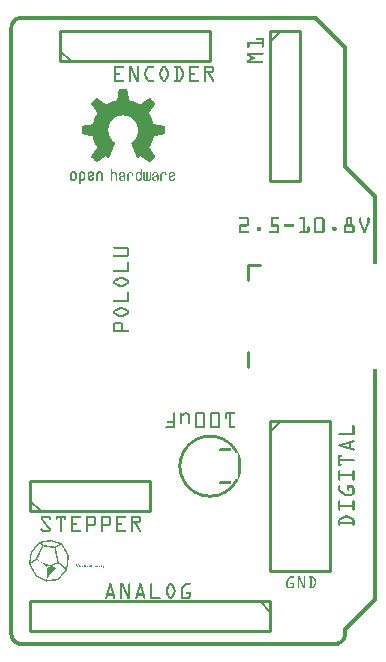
<source format=gto>
G04 MADE WITH FRITZING*
G04 WWW.FRITZING.ORG*
G04 DOUBLE SIDED*
G04 HOLES PLATED*
G04 CONTOUR ON CENTER OF CONTOUR VECTOR*
%ASAXBY*%
%FSLAX23Y23*%
%MOIN*%
%OFA0B0*%
%SFA1.0B1.0*%
%ADD10C,0.010000*%
%ADD11C,0.005000*%
%ADD12R,0.001000X0.001000*%
%LNSILK1*%
G90*
G70*
G54D10*
X870Y2050D02*
X870Y1550D01*
D02*
X870Y1550D02*
X970Y1550D01*
D02*
X970Y1550D02*
X970Y2050D01*
D02*
X970Y2050D02*
X870Y2050D01*
G54D11*
D02*
X870Y2015D02*
X905Y2050D01*
G54D10*
D02*
X70Y450D02*
X470Y450D01*
D02*
X470Y450D02*
X470Y550D01*
D02*
X470Y550D02*
X70Y550D01*
D02*
X70Y550D02*
X70Y450D01*
G54D11*
D02*
X105Y450D02*
X70Y485D01*
G54D10*
D02*
X170Y1950D02*
X670Y1950D01*
D02*
X670Y1950D02*
X670Y2050D01*
D02*
X670Y2050D02*
X170Y2050D01*
D02*
X170Y2050D02*
X170Y1950D01*
G54D11*
D02*
X205Y1950D02*
X170Y1985D01*
G54D10*
D02*
X870Y150D02*
X70Y150D01*
D02*
X70Y150D02*
X70Y50D01*
D02*
X70Y50D02*
X870Y50D01*
D02*
X870Y50D02*
X870Y150D01*
G54D11*
D02*
X835Y150D02*
X870Y115D01*
G54D10*
D02*
X795Y930D02*
X795Y980D01*
D02*
X835Y1270D02*
X795Y1270D01*
D02*
X795Y1270D02*
X795Y1220D01*
D02*
X870Y750D02*
X870Y250D01*
D02*
X870Y250D02*
X1070Y250D01*
D02*
X1070Y250D02*
X1070Y750D01*
D02*
X1070Y750D02*
X870Y750D01*
G54D11*
D02*
X870Y715D02*
X905Y750D01*
G54D12*
X34Y2102D02*
X1022Y2102D01*
X30Y2101D02*
X1023Y2101D01*
X28Y2100D02*
X1024Y2100D01*
X25Y2099D02*
X1025Y2099D01*
X23Y2098D02*
X1026Y2098D01*
X21Y2097D02*
X1027Y2097D01*
X20Y2096D02*
X1028Y2096D01*
X18Y2095D02*
X1029Y2095D01*
X17Y2094D02*
X1030Y2094D01*
X16Y2093D02*
X1031Y2093D01*
X15Y2092D02*
X1032Y2092D01*
X14Y2091D02*
X1033Y2091D01*
X13Y2090D02*
X1034Y2090D01*
X12Y2089D02*
X1035Y2089D01*
X11Y2088D02*
X34Y2088D01*
X1018Y2088D02*
X1036Y2088D01*
X10Y2087D02*
X31Y2087D01*
X1019Y2087D02*
X1037Y2087D01*
X9Y2086D02*
X28Y2086D01*
X1020Y2086D02*
X1038Y2086D01*
X8Y2085D02*
X26Y2085D01*
X1021Y2085D02*
X1039Y2085D01*
X8Y2084D02*
X25Y2084D01*
X1022Y2084D02*
X1040Y2084D01*
X7Y2083D02*
X23Y2083D01*
X1023Y2083D02*
X1041Y2083D01*
X6Y2082D02*
X22Y2082D01*
X1024Y2082D02*
X1042Y2082D01*
X6Y2081D02*
X21Y2081D01*
X1025Y2081D02*
X1043Y2081D01*
X5Y2080D02*
X20Y2080D01*
X1026Y2080D02*
X1044Y2080D01*
X5Y2079D02*
X19Y2079D01*
X1027Y2079D02*
X1045Y2079D01*
X4Y2078D02*
X18Y2078D01*
X1028Y2078D02*
X1046Y2078D01*
X4Y2077D02*
X18Y2077D01*
X1029Y2077D02*
X1047Y2077D01*
X3Y2076D02*
X17Y2076D01*
X1030Y2076D02*
X1048Y2076D01*
X3Y2075D02*
X16Y2075D01*
X1031Y2075D02*
X1049Y2075D01*
X3Y2074D02*
X16Y2074D01*
X1032Y2074D02*
X1050Y2074D01*
X2Y2073D02*
X15Y2073D01*
X1033Y2073D02*
X1051Y2073D01*
X2Y2072D02*
X15Y2072D01*
X1034Y2072D02*
X1052Y2072D01*
X2Y2071D02*
X14Y2071D01*
X1035Y2071D02*
X1053Y2071D01*
X1Y2070D02*
X14Y2070D01*
X1036Y2070D02*
X1054Y2070D01*
X1Y2069D02*
X14Y2069D01*
X1037Y2069D02*
X1055Y2069D01*
X1Y2068D02*
X14Y2068D01*
X1038Y2068D02*
X1056Y2068D01*
X1Y2067D02*
X13Y2067D01*
X1039Y2067D02*
X1057Y2067D01*
X1Y2066D02*
X13Y2066D01*
X1040Y2066D02*
X1058Y2066D01*
X0Y2065D02*
X13Y2065D01*
X1041Y2065D02*
X1059Y2065D01*
X0Y2064D02*
X13Y2064D01*
X1042Y2064D02*
X1060Y2064D01*
X0Y2063D02*
X13Y2063D01*
X1043Y2063D02*
X1061Y2063D01*
X0Y2062D02*
X13Y2062D01*
X1044Y2062D02*
X1062Y2062D01*
X0Y2061D02*
X13Y2061D01*
X1045Y2061D02*
X1063Y2061D01*
X0Y2060D02*
X13Y2060D01*
X1046Y2060D02*
X1064Y2060D01*
X0Y2059D02*
X13Y2059D01*
X1047Y2059D02*
X1065Y2059D01*
X0Y2058D02*
X13Y2058D01*
X1048Y2058D02*
X1066Y2058D01*
X0Y2057D02*
X13Y2057D01*
X1049Y2057D02*
X1067Y2057D01*
X0Y2056D02*
X13Y2056D01*
X1050Y2056D02*
X1068Y2056D01*
X0Y2055D02*
X13Y2055D01*
X1051Y2055D02*
X1069Y2055D01*
X0Y2054D02*
X13Y2054D01*
X1052Y2054D02*
X1070Y2054D01*
X0Y2053D02*
X13Y2053D01*
X1053Y2053D02*
X1071Y2053D01*
X0Y2052D02*
X13Y2052D01*
X1054Y2052D02*
X1072Y2052D01*
X0Y2051D02*
X13Y2051D01*
X1055Y2051D02*
X1073Y2051D01*
X0Y2050D02*
X13Y2050D01*
X1056Y2050D02*
X1074Y2050D01*
X0Y2049D02*
X13Y2049D01*
X1057Y2049D02*
X1075Y2049D01*
X0Y2048D02*
X13Y2048D01*
X1058Y2048D02*
X1076Y2048D01*
X0Y2047D02*
X13Y2047D01*
X1059Y2047D02*
X1077Y2047D01*
X0Y2046D02*
X13Y2046D01*
X1060Y2046D02*
X1078Y2046D01*
X0Y2045D02*
X13Y2045D01*
X1061Y2045D02*
X1079Y2045D01*
X0Y2044D02*
X13Y2044D01*
X1062Y2044D02*
X1080Y2044D01*
X0Y2043D02*
X13Y2043D01*
X1063Y2043D02*
X1081Y2043D01*
X0Y2042D02*
X13Y2042D01*
X1064Y2042D02*
X1082Y2042D01*
X0Y2041D02*
X13Y2041D01*
X1065Y2041D02*
X1083Y2041D01*
X0Y2040D02*
X13Y2040D01*
X1066Y2040D02*
X1084Y2040D01*
X0Y2039D02*
X13Y2039D01*
X1067Y2039D02*
X1085Y2039D01*
X0Y2038D02*
X13Y2038D01*
X1068Y2038D02*
X1086Y2038D01*
X0Y2037D02*
X13Y2037D01*
X1069Y2037D02*
X1087Y2037D01*
X0Y2036D02*
X13Y2036D01*
X1070Y2036D02*
X1088Y2036D01*
X0Y2035D02*
X13Y2035D01*
X1071Y2035D02*
X1089Y2035D01*
X0Y2034D02*
X13Y2034D01*
X1072Y2034D02*
X1090Y2034D01*
X0Y2033D02*
X13Y2033D01*
X1073Y2033D02*
X1091Y2033D01*
X0Y2032D02*
X13Y2032D01*
X1074Y2032D02*
X1092Y2032D01*
X0Y2031D02*
X13Y2031D01*
X1075Y2031D02*
X1093Y2031D01*
X0Y2030D02*
X13Y2030D01*
X1076Y2030D02*
X1094Y2030D01*
X0Y2029D02*
X13Y2029D01*
X1077Y2029D02*
X1095Y2029D01*
X0Y2028D02*
X13Y2028D01*
X825Y2028D02*
X846Y2028D01*
X1078Y2028D02*
X1096Y2028D01*
X0Y2027D02*
X13Y2027D01*
X824Y2027D02*
X846Y2027D01*
X1079Y2027D02*
X1097Y2027D01*
X0Y2026D02*
X13Y2026D01*
X823Y2026D02*
X847Y2026D01*
X1080Y2026D02*
X1098Y2026D01*
X0Y2025D02*
X13Y2025D01*
X823Y2025D02*
X847Y2025D01*
X1081Y2025D02*
X1099Y2025D01*
X0Y2024D02*
X13Y2024D01*
X823Y2024D02*
X847Y2024D01*
X1082Y2024D02*
X1100Y2024D01*
X0Y2023D02*
X13Y2023D01*
X824Y2023D02*
X847Y2023D01*
X1083Y2023D02*
X1101Y2023D01*
X0Y2022D02*
X13Y2022D01*
X826Y2022D02*
X847Y2022D01*
X1084Y2022D02*
X1102Y2022D01*
X0Y2021D02*
X13Y2021D01*
X841Y2021D02*
X847Y2021D01*
X1085Y2021D02*
X1103Y2021D01*
X0Y2020D02*
X13Y2020D01*
X841Y2020D02*
X847Y2020D01*
X1086Y2020D02*
X1104Y2020D01*
X0Y2019D02*
X13Y2019D01*
X841Y2019D02*
X847Y2019D01*
X1087Y2019D02*
X1105Y2019D01*
X0Y2018D02*
X13Y2018D01*
X841Y2018D02*
X847Y2018D01*
X1088Y2018D02*
X1106Y2018D01*
X0Y2017D02*
X13Y2017D01*
X841Y2017D02*
X847Y2017D01*
X1089Y2017D02*
X1107Y2017D01*
X0Y2016D02*
X13Y2016D01*
X841Y2016D02*
X847Y2016D01*
X1090Y2016D02*
X1108Y2016D01*
X0Y2015D02*
X13Y2015D01*
X794Y2015D02*
X847Y2015D01*
X1091Y2015D02*
X1109Y2015D01*
X0Y2014D02*
X13Y2014D01*
X794Y2014D02*
X847Y2014D01*
X1092Y2014D02*
X1110Y2014D01*
X0Y2013D02*
X13Y2013D01*
X794Y2013D02*
X847Y2013D01*
X1093Y2013D02*
X1111Y2013D01*
X0Y2012D02*
X13Y2012D01*
X794Y2012D02*
X847Y2012D01*
X1094Y2012D02*
X1112Y2012D01*
X0Y2011D02*
X13Y2011D01*
X794Y2011D02*
X847Y2011D01*
X1095Y2011D02*
X1113Y2011D01*
X0Y2010D02*
X13Y2010D01*
X794Y2010D02*
X847Y2010D01*
X1096Y2010D02*
X1114Y2010D01*
X0Y2009D02*
X13Y2009D01*
X794Y2009D02*
X847Y2009D01*
X1097Y2009D02*
X1115Y2009D01*
X0Y2008D02*
X13Y2008D01*
X794Y2008D02*
X800Y2008D01*
X840Y2008D02*
X847Y2008D01*
X1098Y2008D02*
X1116Y2008D01*
X0Y2007D02*
X13Y2007D01*
X794Y2007D02*
X800Y2007D01*
X841Y2007D02*
X847Y2007D01*
X1099Y2007D02*
X1117Y2007D01*
X0Y2006D02*
X13Y2006D01*
X794Y2006D02*
X800Y2006D01*
X841Y2006D02*
X847Y2006D01*
X1100Y2006D02*
X1118Y2006D01*
X0Y2005D02*
X13Y2005D01*
X794Y2005D02*
X800Y2005D01*
X841Y2005D02*
X847Y2005D01*
X1101Y2005D02*
X1119Y2005D01*
X0Y2004D02*
X13Y2004D01*
X794Y2004D02*
X800Y2004D01*
X841Y2004D02*
X847Y2004D01*
X1102Y2004D02*
X1120Y2004D01*
X0Y2003D02*
X13Y2003D01*
X794Y2003D02*
X800Y2003D01*
X841Y2003D02*
X847Y2003D01*
X1103Y2003D02*
X1121Y2003D01*
X0Y2002D02*
X13Y2002D01*
X794Y2002D02*
X800Y2002D01*
X841Y2002D02*
X847Y2002D01*
X1104Y2002D02*
X1122Y2002D01*
X0Y2001D02*
X13Y2001D01*
X794Y2001D02*
X800Y2001D01*
X841Y2001D02*
X847Y2001D01*
X1105Y2001D02*
X1123Y2001D01*
X0Y2000D02*
X13Y2000D01*
X794Y2000D02*
X800Y2000D01*
X841Y2000D02*
X847Y2000D01*
X1106Y2000D02*
X1124Y2000D01*
X0Y1999D02*
X13Y1999D01*
X794Y1999D02*
X800Y1999D01*
X841Y1999D02*
X847Y1999D01*
X1107Y1999D02*
X1125Y1999D01*
X0Y1998D02*
X13Y1998D01*
X794Y1998D02*
X800Y1998D01*
X841Y1998D02*
X847Y1998D01*
X1108Y1998D02*
X1125Y1998D01*
X0Y1997D02*
X13Y1997D01*
X794Y1997D02*
X800Y1997D01*
X841Y1997D02*
X847Y1997D01*
X1109Y1997D02*
X1125Y1997D01*
X0Y1996D02*
X13Y1996D01*
X794Y1996D02*
X799Y1996D01*
X841Y1996D02*
X846Y1996D01*
X1110Y1996D02*
X1125Y1996D01*
X0Y1995D02*
X13Y1995D01*
X795Y1995D02*
X798Y1995D01*
X842Y1995D02*
X845Y1995D01*
X1111Y1995D02*
X1125Y1995D01*
X0Y1994D02*
X13Y1994D01*
X1112Y1994D02*
X1125Y1994D01*
X0Y1993D02*
X13Y1993D01*
X1112Y1993D02*
X1125Y1993D01*
X0Y1992D02*
X13Y1992D01*
X1112Y1992D02*
X1125Y1992D01*
X0Y1991D02*
X13Y1991D01*
X1112Y1991D02*
X1125Y1991D01*
X0Y1990D02*
X13Y1990D01*
X1112Y1990D02*
X1125Y1990D01*
X0Y1989D02*
X13Y1989D01*
X1112Y1989D02*
X1125Y1989D01*
X0Y1988D02*
X13Y1988D01*
X1112Y1988D02*
X1125Y1988D01*
X0Y1987D02*
X13Y1987D01*
X1112Y1987D02*
X1125Y1987D01*
X0Y1986D02*
X13Y1986D01*
X1112Y1986D02*
X1125Y1986D01*
X0Y1985D02*
X13Y1985D01*
X1112Y1985D02*
X1125Y1985D01*
X0Y1984D02*
X13Y1984D01*
X1112Y1984D02*
X1125Y1984D01*
X0Y1983D02*
X13Y1983D01*
X1112Y1983D02*
X1125Y1983D01*
X0Y1982D02*
X13Y1982D01*
X1112Y1982D02*
X1125Y1982D01*
X0Y1981D02*
X13Y1981D01*
X1112Y1981D02*
X1125Y1981D01*
X0Y1980D02*
X13Y1980D01*
X1112Y1980D02*
X1125Y1980D01*
X0Y1979D02*
X13Y1979D01*
X1112Y1979D02*
X1125Y1979D01*
X0Y1978D02*
X13Y1978D01*
X794Y1978D02*
X845Y1978D01*
X1112Y1978D02*
X1125Y1978D01*
X0Y1977D02*
X13Y1977D01*
X794Y1977D02*
X846Y1977D01*
X1112Y1977D02*
X1125Y1977D01*
X0Y1976D02*
X13Y1976D01*
X794Y1976D02*
X847Y1976D01*
X1112Y1976D02*
X1125Y1976D01*
X0Y1975D02*
X13Y1975D01*
X794Y1975D02*
X847Y1975D01*
X1112Y1975D02*
X1125Y1975D01*
X0Y1974D02*
X13Y1974D01*
X794Y1974D02*
X847Y1974D01*
X1112Y1974D02*
X1125Y1974D01*
X0Y1973D02*
X13Y1973D01*
X794Y1973D02*
X846Y1973D01*
X1112Y1973D02*
X1125Y1973D01*
X0Y1972D02*
X13Y1972D01*
X794Y1972D02*
X845Y1972D01*
X1112Y1972D02*
X1125Y1972D01*
X0Y1971D02*
X13Y1971D01*
X794Y1971D02*
X803Y1971D01*
X1112Y1971D02*
X1125Y1971D01*
X0Y1970D02*
X13Y1970D01*
X794Y1970D02*
X805Y1970D01*
X1112Y1970D02*
X1125Y1970D01*
X0Y1969D02*
X13Y1969D01*
X795Y1969D02*
X806Y1969D01*
X1112Y1969D02*
X1125Y1969D01*
X0Y1968D02*
X13Y1968D01*
X796Y1968D02*
X808Y1968D01*
X1112Y1968D02*
X1125Y1968D01*
X0Y1967D02*
X13Y1967D01*
X798Y1967D02*
X809Y1967D01*
X1112Y1967D02*
X1125Y1967D01*
X0Y1966D02*
X13Y1966D01*
X799Y1966D02*
X810Y1966D01*
X1112Y1966D02*
X1125Y1966D01*
X0Y1965D02*
X13Y1965D01*
X801Y1965D02*
X812Y1965D01*
X1112Y1965D02*
X1125Y1965D01*
X0Y1964D02*
X13Y1964D01*
X802Y1964D02*
X816Y1964D01*
X1112Y1964D02*
X1125Y1964D01*
X0Y1963D02*
X13Y1963D01*
X804Y1963D02*
X817Y1963D01*
X1112Y1963D02*
X1125Y1963D01*
X0Y1962D02*
X13Y1962D01*
X805Y1962D02*
X817Y1962D01*
X1112Y1962D02*
X1125Y1962D01*
X0Y1961D02*
X13Y1961D01*
X805Y1961D02*
X817Y1961D01*
X1112Y1961D02*
X1125Y1961D01*
X0Y1960D02*
X13Y1960D01*
X804Y1960D02*
X817Y1960D01*
X1112Y1960D02*
X1125Y1960D01*
X0Y1959D02*
X13Y1959D01*
X803Y1959D02*
X816Y1959D01*
X1112Y1959D02*
X1125Y1959D01*
X0Y1958D02*
X13Y1958D01*
X801Y1958D02*
X815Y1958D01*
X1112Y1958D02*
X1125Y1958D01*
X0Y1957D02*
X13Y1957D01*
X800Y1957D02*
X811Y1957D01*
X1112Y1957D02*
X1125Y1957D01*
X0Y1956D02*
X13Y1956D01*
X798Y1956D02*
X810Y1956D01*
X1112Y1956D02*
X1125Y1956D01*
X0Y1955D02*
X13Y1955D01*
X797Y1955D02*
X808Y1955D01*
X1112Y1955D02*
X1125Y1955D01*
X0Y1954D02*
X13Y1954D01*
X795Y1954D02*
X807Y1954D01*
X1112Y1954D02*
X1125Y1954D01*
X0Y1953D02*
X13Y1953D01*
X794Y1953D02*
X805Y1953D01*
X1112Y1953D02*
X1125Y1953D01*
X0Y1952D02*
X13Y1952D01*
X794Y1952D02*
X804Y1952D01*
X1112Y1952D02*
X1125Y1952D01*
X0Y1951D02*
X13Y1951D01*
X794Y1951D02*
X844Y1951D01*
X1112Y1951D02*
X1125Y1951D01*
X0Y1950D02*
X13Y1950D01*
X794Y1950D02*
X846Y1950D01*
X1112Y1950D02*
X1125Y1950D01*
X0Y1949D02*
X13Y1949D01*
X794Y1949D02*
X847Y1949D01*
X1112Y1949D02*
X1125Y1949D01*
X0Y1948D02*
X13Y1948D01*
X794Y1948D02*
X847Y1948D01*
X1112Y1948D02*
X1125Y1948D01*
X0Y1947D02*
X13Y1947D01*
X794Y1947D02*
X847Y1947D01*
X1112Y1947D02*
X1125Y1947D01*
X0Y1946D02*
X13Y1946D01*
X794Y1946D02*
X846Y1946D01*
X1112Y1946D02*
X1125Y1946D01*
X0Y1945D02*
X13Y1945D01*
X794Y1945D02*
X846Y1945D01*
X1112Y1945D02*
X1125Y1945D01*
X0Y1944D02*
X13Y1944D01*
X1112Y1944D02*
X1125Y1944D01*
X0Y1943D02*
X13Y1943D01*
X1112Y1943D02*
X1125Y1943D01*
X0Y1942D02*
X13Y1942D01*
X1112Y1942D02*
X1125Y1942D01*
X0Y1941D02*
X13Y1941D01*
X1112Y1941D02*
X1125Y1941D01*
X0Y1940D02*
X13Y1940D01*
X1112Y1940D02*
X1125Y1940D01*
X0Y1939D02*
X13Y1939D01*
X1112Y1939D02*
X1125Y1939D01*
X0Y1938D02*
X13Y1938D01*
X1112Y1938D02*
X1125Y1938D01*
X0Y1937D02*
X13Y1937D01*
X1112Y1937D02*
X1125Y1937D01*
X0Y1936D02*
X13Y1936D01*
X1112Y1936D02*
X1125Y1936D01*
X0Y1935D02*
X13Y1935D01*
X348Y1935D02*
X380Y1935D01*
X398Y1935D02*
X407Y1935D01*
X428Y1935D02*
X430Y1935D01*
X464Y1935D02*
X480Y1935D01*
X514Y1935D02*
X517Y1935D01*
X551Y1935D02*
X567Y1935D01*
X599Y1935D02*
X630Y1935D01*
X649Y1935D02*
X675Y1935D01*
X1112Y1935D02*
X1125Y1935D01*
X0Y1934D02*
X13Y1934D01*
X348Y1934D02*
X381Y1934D01*
X398Y1934D02*
X407Y1934D01*
X427Y1934D02*
X431Y1934D01*
X462Y1934D02*
X481Y1934D01*
X511Y1934D02*
X520Y1934D01*
X550Y1934D02*
X569Y1934D01*
X599Y1934D02*
X632Y1934D01*
X649Y1934D02*
X677Y1934D01*
X1112Y1934D02*
X1125Y1934D01*
X0Y1933D02*
X13Y1933D01*
X348Y1933D02*
X381Y1933D01*
X398Y1933D02*
X408Y1933D01*
X426Y1933D02*
X432Y1933D01*
X460Y1933D02*
X482Y1933D01*
X510Y1933D02*
X521Y1933D01*
X549Y1933D02*
X571Y1933D01*
X599Y1933D02*
X632Y1933D01*
X649Y1933D02*
X679Y1933D01*
X1112Y1933D02*
X1125Y1933D01*
X0Y1932D02*
X13Y1932D01*
X348Y1932D02*
X382Y1932D01*
X398Y1932D02*
X408Y1932D01*
X426Y1932D02*
X432Y1932D01*
X459Y1932D02*
X482Y1932D01*
X509Y1932D02*
X522Y1932D01*
X549Y1932D02*
X572Y1932D01*
X599Y1932D02*
X633Y1932D01*
X649Y1932D02*
X680Y1932D01*
X1112Y1932D02*
X1125Y1932D01*
X0Y1931D02*
X13Y1931D01*
X348Y1931D02*
X382Y1931D01*
X398Y1931D02*
X408Y1931D01*
X426Y1931D02*
X432Y1931D01*
X458Y1931D02*
X482Y1931D01*
X508Y1931D02*
X523Y1931D01*
X549Y1931D02*
X573Y1931D01*
X599Y1931D02*
X632Y1931D01*
X649Y1931D02*
X681Y1931D01*
X1112Y1931D02*
X1125Y1931D01*
X0Y1930D02*
X13Y1930D01*
X348Y1930D02*
X381Y1930D01*
X398Y1930D02*
X409Y1930D01*
X426Y1930D02*
X432Y1930D01*
X458Y1930D02*
X482Y1930D01*
X508Y1930D02*
X523Y1930D01*
X549Y1930D02*
X573Y1930D01*
X599Y1930D02*
X632Y1930D01*
X649Y1930D02*
X681Y1930D01*
X1112Y1930D02*
X1125Y1930D01*
X0Y1929D02*
X13Y1929D01*
X348Y1929D02*
X380Y1929D01*
X398Y1929D02*
X409Y1929D01*
X426Y1929D02*
X432Y1929D01*
X457Y1929D02*
X481Y1929D01*
X507Y1929D02*
X524Y1929D01*
X550Y1929D02*
X574Y1929D01*
X599Y1929D02*
X631Y1929D01*
X649Y1929D02*
X682Y1929D01*
X1112Y1929D02*
X1125Y1929D01*
X0Y1928D02*
X13Y1928D01*
X348Y1928D02*
X354Y1928D01*
X398Y1928D02*
X410Y1928D01*
X426Y1928D02*
X432Y1928D01*
X456Y1928D02*
X464Y1928D01*
X507Y1928D02*
X514Y1928D01*
X517Y1928D02*
X524Y1928D01*
X556Y1928D02*
X562Y1928D01*
X567Y1928D02*
X574Y1928D01*
X599Y1928D02*
X605Y1928D01*
X649Y1928D02*
X655Y1928D01*
X674Y1928D02*
X682Y1928D01*
X1112Y1928D02*
X1125Y1928D01*
X0Y1927D02*
X13Y1927D01*
X348Y1927D02*
X354Y1927D01*
X398Y1927D02*
X410Y1927D01*
X426Y1927D02*
X432Y1927D01*
X456Y1927D02*
X463Y1927D01*
X506Y1927D02*
X513Y1927D01*
X518Y1927D02*
X525Y1927D01*
X556Y1927D02*
X562Y1927D01*
X568Y1927D02*
X575Y1927D01*
X599Y1927D02*
X605Y1927D01*
X649Y1927D02*
X655Y1927D01*
X676Y1927D02*
X683Y1927D01*
X1112Y1927D02*
X1125Y1927D01*
X0Y1926D02*
X13Y1926D01*
X348Y1926D02*
X354Y1926D01*
X398Y1926D02*
X411Y1926D01*
X426Y1926D02*
X432Y1926D01*
X455Y1926D02*
X462Y1926D01*
X506Y1926D02*
X513Y1926D01*
X518Y1926D02*
X525Y1926D01*
X556Y1926D02*
X562Y1926D01*
X568Y1926D02*
X575Y1926D01*
X599Y1926D02*
X605Y1926D01*
X649Y1926D02*
X655Y1926D01*
X676Y1926D02*
X683Y1926D01*
X1112Y1926D02*
X1125Y1926D01*
X0Y1925D02*
X13Y1925D01*
X348Y1925D02*
X354Y1925D01*
X398Y1925D02*
X411Y1925D01*
X426Y1925D02*
X432Y1925D01*
X455Y1925D02*
X462Y1925D01*
X505Y1925D02*
X512Y1925D01*
X519Y1925D02*
X526Y1925D01*
X556Y1925D02*
X562Y1925D01*
X569Y1925D02*
X576Y1925D01*
X599Y1925D02*
X605Y1925D01*
X649Y1925D02*
X655Y1925D01*
X677Y1925D02*
X683Y1925D01*
X1112Y1925D02*
X1125Y1925D01*
X0Y1924D02*
X13Y1924D01*
X348Y1924D02*
X354Y1924D01*
X398Y1924D02*
X412Y1924D01*
X426Y1924D02*
X432Y1924D01*
X454Y1924D02*
X461Y1924D01*
X505Y1924D02*
X512Y1924D01*
X519Y1924D02*
X526Y1924D01*
X556Y1924D02*
X562Y1924D01*
X569Y1924D02*
X576Y1924D01*
X599Y1924D02*
X605Y1924D01*
X649Y1924D02*
X655Y1924D01*
X677Y1924D02*
X683Y1924D01*
X1112Y1924D02*
X1125Y1924D01*
X0Y1923D02*
X13Y1923D01*
X348Y1923D02*
X354Y1923D01*
X398Y1923D02*
X412Y1923D01*
X426Y1923D02*
X432Y1923D01*
X454Y1923D02*
X461Y1923D01*
X504Y1923D02*
X511Y1923D01*
X520Y1923D02*
X527Y1923D01*
X556Y1923D02*
X562Y1923D01*
X570Y1923D02*
X577Y1923D01*
X599Y1923D02*
X605Y1923D01*
X649Y1923D02*
X655Y1923D01*
X677Y1923D02*
X683Y1923D01*
X1112Y1923D02*
X1125Y1923D01*
X0Y1922D02*
X13Y1922D01*
X348Y1922D02*
X354Y1922D01*
X398Y1922D02*
X412Y1922D01*
X426Y1922D02*
X432Y1922D01*
X453Y1922D02*
X460Y1922D01*
X504Y1922D02*
X511Y1922D01*
X520Y1922D02*
X527Y1922D01*
X556Y1922D02*
X562Y1922D01*
X571Y1922D02*
X577Y1922D01*
X599Y1922D02*
X605Y1922D01*
X649Y1922D02*
X655Y1922D01*
X677Y1922D02*
X683Y1922D01*
X1112Y1922D02*
X1125Y1922D01*
X0Y1921D02*
X13Y1921D01*
X348Y1921D02*
X354Y1921D01*
X398Y1921D02*
X404Y1921D01*
X406Y1921D02*
X413Y1921D01*
X426Y1921D02*
X432Y1921D01*
X453Y1921D02*
X460Y1921D01*
X503Y1921D02*
X510Y1921D01*
X521Y1921D02*
X528Y1921D01*
X556Y1921D02*
X562Y1921D01*
X571Y1921D02*
X578Y1921D01*
X599Y1921D02*
X605Y1921D01*
X649Y1921D02*
X655Y1921D01*
X677Y1921D02*
X683Y1921D01*
X1112Y1921D02*
X1125Y1921D01*
X0Y1920D02*
X13Y1920D01*
X348Y1920D02*
X354Y1920D01*
X398Y1920D02*
X404Y1920D01*
X407Y1920D02*
X413Y1920D01*
X426Y1920D02*
X432Y1920D01*
X452Y1920D02*
X459Y1920D01*
X503Y1920D02*
X510Y1920D01*
X521Y1920D02*
X528Y1920D01*
X556Y1920D02*
X562Y1920D01*
X572Y1920D02*
X578Y1920D01*
X599Y1920D02*
X605Y1920D01*
X649Y1920D02*
X655Y1920D01*
X677Y1920D02*
X683Y1920D01*
X1112Y1920D02*
X1125Y1920D01*
X0Y1919D02*
X13Y1919D01*
X348Y1919D02*
X354Y1919D01*
X398Y1919D02*
X404Y1919D01*
X407Y1919D02*
X414Y1919D01*
X426Y1919D02*
X432Y1919D01*
X452Y1919D02*
X459Y1919D01*
X502Y1919D02*
X509Y1919D01*
X522Y1919D02*
X529Y1919D01*
X556Y1919D02*
X562Y1919D01*
X572Y1919D02*
X579Y1919D01*
X599Y1919D02*
X605Y1919D01*
X649Y1919D02*
X655Y1919D01*
X676Y1919D02*
X683Y1919D01*
X1112Y1919D02*
X1125Y1919D01*
X0Y1918D02*
X13Y1918D01*
X348Y1918D02*
X354Y1918D01*
X398Y1918D02*
X404Y1918D01*
X407Y1918D02*
X414Y1918D01*
X426Y1918D02*
X432Y1918D01*
X451Y1918D02*
X458Y1918D01*
X502Y1918D02*
X509Y1918D01*
X522Y1918D02*
X529Y1918D01*
X556Y1918D02*
X562Y1918D01*
X573Y1918D02*
X579Y1918D01*
X599Y1918D02*
X605Y1918D01*
X649Y1918D02*
X655Y1918D01*
X675Y1918D02*
X682Y1918D01*
X1112Y1918D02*
X1125Y1918D01*
X0Y1917D02*
X13Y1917D01*
X348Y1917D02*
X354Y1917D01*
X398Y1917D02*
X404Y1917D01*
X408Y1917D02*
X415Y1917D01*
X426Y1917D02*
X432Y1917D01*
X451Y1917D02*
X458Y1917D01*
X501Y1917D02*
X508Y1917D01*
X523Y1917D02*
X530Y1917D01*
X556Y1917D02*
X562Y1917D01*
X573Y1917D02*
X580Y1917D01*
X599Y1917D02*
X605Y1917D01*
X649Y1917D02*
X682Y1917D01*
X1112Y1917D02*
X1125Y1917D01*
X0Y1916D02*
X13Y1916D01*
X348Y1916D02*
X354Y1916D01*
X398Y1916D02*
X404Y1916D01*
X408Y1916D02*
X415Y1916D01*
X426Y1916D02*
X432Y1916D01*
X451Y1916D02*
X457Y1916D01*
X501Y1916D02*
X508Y1916D01*
X523Y1916D02*
X530Y1916D01*
X556Y1916D02*
X562Y1916D01*
X574Y1916D02*
X580Y1916D01*
X599Y1916D02*
X605Y1916D01*
X649Y1916D02*
X681Y1916D01*
X1112Y1916D02*
X1125Y1916D01*
X0Y1915D02*
X13Y1915D01*
X348Y1915D02*
X354Y1915D01*
X398Y1915D02*
X404Y1915D01*
X409Y1915D02*
X415Y1915D01*
X426Y1915D02*
X432Y1915D01*
X450Y1915D02*
X457Y1915D01*
X500Y1915D02*
X507Y1915D01*
X524Y1915D02*
X531Y1915D01*
X556Y1915D02*
X562Y1915D01*
X574Y1915D02*
X581Y1915D01*
X599Y1915D02*
X605Y1915D01*
X649Y1915D02*
X681Y1915D01*
X1112Y1915D02*
X1125Y1915D01*
X0Y1914D02*
X13Y1914D01*
X348Y1914D02*
X354Y1914D01*
X398Y1914D02*
X404Y1914D01*
X409Y1914D02*
X416Y1914D01*
X426Y1914D02*
X432Y1914D01*
X450Y1914D02*
X456Y1914D01*
X500Y1914D02*
X507Y1914D01*
X524Y1914D02*
X531Y1914D01*
X556Y1914D02*
X562Y1914D01*
X575Y1914D02*
X581Y1914D01*
X599Y1914D02*
X605Y1914D01*
X649Y1914D02*
X680Y1914D01*
X1112Y1914D02*
X1125Y1914D01*
X0Y1913D02*
X13Y1913D01*
X348Y1913D02*
X354Y1913D01*
X398Y1913D02*
X404Y1913D01*
X410Y1913D02*
X416Y1913D01*
X426Y1913D02*
X432Y1913D01*
X449Y1913D02*
X456Y1913D01*
X500Y1913D02*
X506Y1913D01*
X525Y1913D02*
X531Y1913D01*
X556Y1913D02*
X562Y1913D01*
X575Y1913D02*
X582Y1913D01*
X599Y1913D02*
X605Y1913D01*
X649Y1913D02*
X679Y1913D01*
X1112Y1913D02*
X1125Y1913D01*
X0Y1912D02*
X13Y1912D01*
X348Y1912D02*
X354Y1912D01*
X398Y1912D02*
X404Y1912D01*
X410Y1912D02*
X417Y1912D01*
X426Y1912D02*
X432Y1912D01*
X449Y1912D02*
X455Y1912D01*
X499Y1912D02*
X506Y1912D01*
X525Y1912D02*
X532Y1912D01*
X556Y1912D02*
X562Y1912D01*
X576Y1912D02*
X582Y1912D01*
X599Y1912D02*
X605Y1912D01*
X649Y1912D02*
X677Y1912D01*
X1112Y1912D02*
X1125Y1912D01*
X0Y1911D02*
X13Y1911D01*
X348Y1911D02*
X366Y1911D01*
X398Y1911D02*
X404Y1911D01*
X411Y1911D02*
X417Y1911D01*
X426Y1911D02*
X432Y1911D01*
X449Y1911D02*
X455Y1911D01*
X499Y1911D02*
X505Y1911D01*
X526Y1911D02*
X532Y1911D01*
X556Y1911D02*
X562Y1911D01*
X576Y1911D02*
X582Y1911D01*
X599Y1911D02*
X617Y1911D01*
X649Y1911D02*
X675Y1911D01*
X1112Y1911D02*
X1125Y1911D01*
X0Y1910D02*
X13Y1910D01*
X348Y1910D02*
X367Y1910D01*
X398Y1910D02*
X404Y1910D01*
X411Y1910D02*
X418Y1910D01*
X426Y1910D02*
X432Y1910D01*
X449Y1910D02*
X455Y1910D01*
X499Y1910D02*
X505Y1910D01*
X526Y1910D02*
X532Y1910D01*
X556Y1910D02*
X562Y1910D01*
X576Y1910D02*
X582Y1910D01*
X599Y1910D02*
X618Y1910D01*
X649Y1910D02*
X655Y1910D01*
X661Y1910D02*
X669Y1910D01*
X1112Y1910D02*
X1125Y1910D01*
X0Y1909D02*
X13Y1909D01*
X348Y1909D02*
X368Y1909D01*
X398Y1909D02*
X404Y1909D01*
X411Y1909D02*
X418Y1909D01*
X426Y1909D02*
X432Y1909D01*
X449Y1909D02*
X455Y1909D01*
X499Y1909D02*
X505Y1909D01*
X526Y1909D02*
X532Y1909D01*
X556Y1909D02*
X562Y1909D01*
X576Y1909D02*
X582Y1909D01*
X599Y1909D02*
X619Y1909D01*
X649Y1909D02*
X655Y1909D01*
X662Y1909D02*
X669Y1909D01*
X1112Y1909D02*
X1125Y1909D01*
X0Y1908D02*
X13Y1908D01*
X348Y1908D02*
X368Y1908D01*
X398Y1908D02*
X404Y1908D01*
X412Y1908D02*
X419Y1908D01*
X426Y1908D02*
X432Y1908D01*
X449Y1908D02*
X455Y1908D01*
X499Y1908D02*
X505Y1908D01*
X526Y1908D02*
X532Y1908D01*
X556Y1908D02*
X562Y1908D01*
X576Y1908D02*
X582Y1908D01*
X599Y1908D02*
X619Y1908D01*
X649Y1908D02*
X655Y1908D01*
X663Y1908D02*
X670Y1908D01*
X1112Y1908D02*
X1125Y1908D01*
X0Y1907D02*
X13Y1907D01*
X348Y1907D02*
X368Y1907D01*
X398Y1907D02*
X404Y1907D01*
X412Y1907D02*
X419Y1907D01*
X426Y1907D02*
X432Y1907D01*
X449Y1907D02*
X455Y1907D01*
X499Y1907D02*
X505Y1907D01*
X526Y1907D02*
X532Y1907D01*
X556Y1907D02*
X562Y1907D01*
X576Y1907D02*
X582Y1907D01*
X599Y1907D02*
X619Y1907D01*
X649Y1907D02*
X655Y1907D01*
X663Y1907D02*
X670Y1907D01*
X1112Y1907D02*
X1125Y1907D01*
X0Y1906D02*
X13Y1906D01*
X348Y1906D02*
X367Y1906D01*
X398Y1906D02*
X404Y1906D01*
X413Y1906D02*
X419Y1906D01*
X426Y1906D02*
X432Y1906D01*
X449Y1906D02*
X455Y1906D01*
X499Y1906D02*
X505Y1906D01*
X526Y1906D02*
X532Y1906D01*
X556Y1906D02*
X562Y1906D01*
X576Y1906D02*
X582Y1906D01*
X599Y1906D02*
X618Y1906D01*
X649Y1906D02*
X655Y1906D01*
X664Y1906D02*
X671Y1906D01*
X1112Y1906D02*
X1125Y1906D01*
X0Y1905D02*
X13Y1905D01*
X348Y1905D02*
X366Y1905D01*
X398Y1905D02*
X404Y1905D01*
X413Y1905D02*
X420Y1905D01*
X426Y1905D02*
X432Y1905D01*
X449Y1905D02*
X455Y1905D01*
X499Y1905D02*
X505Y1905D01*
X526Y1905D02*
X532Y1905D01*
X556Y1905D02*
X562Y1905D01*
X576Y1905D02*
X582Y1905D01*
X599Y1905D02*
X616Y1905D01*
X649Y1905D02*
X655Y1905D01*
X664Y1905D02*
X671Y1905D01*
X1112Y1905D02*
X1125Y1905D01*
X0Y1904D02*
X13Y1904D01*
X348Y1904D02*
X354Y1904D01*
X398Y1904D02*
X404Y1904D01*
X414Y1904D02*
X420Y1904D01*
X426Y1904D02*
X432Y1904D01*
X449Y1904D02*
X456Y1904D01*
X499Y1904D02*
X506Y1904D01*
X525Y1904D02*
X532Y1904D01*
X556Y1904D02*
X562Y1904D01*
X575Y1904D02*
X582Y1904D01*
X599Y1904D02*
X605Y1904D01*
X649Y1904D02*
X655Y1904D01*
X665Y1904D02*
X672Y1904D01*
X1112Y1904D02*
X1125Y1904D01*
X0Y1903D02*
X13Y1903D01*
X348Y1903D02*
X354Y1903D01*
X398Y1903D02*
X404Y1903D01*
X414Y1903D02*
X421Y1903D01*
X426Y1903D02*
X432Y1903D01*
X450Y1903D02*
X456Y1903D01*
X500Y1903D02*
X506Y1903D01*
X525Y1903D02*
X531Y1903D01*
X556Y1903D02*
X562Y1903D01*
X575Y1903D02*
X581Y1903D01*
X599Y1903D02*
X605Y1903D01*
X649Y1903D02*
X655Y1903D01*
X665Y1903D02*
X673Y1903D01*
X1112Y1903D02*
X1125Y1903D01*
X0Y1902D02*
X13Y1902D01*
X348Y1902D02*
X354Y1902D01*
X398Y1902D02*
X404Y1902D01*
X414Y1902D02*
X421Y1902D01*
X426Y1902D02*
X432Y1902D01*
X450Y1902D02*
X457Y1902D01*
X500Y1902D02*
X507Y1902D01*
X524Y1902D02*
X531Y1902D01*
X556Y1902D02*
X562Y1902D01*
X574Y1902D02*
X581Y1902D01*
X599Y1902D02*
X605Y1902D01*
X649Y1902D02*
X655Y1902D01*
X666Y1902D02*
X673Y1902D01*
X1112Y1902D02*
X1125Y1902D01*
X0Y1901D02*
X13Y1901D01*
X348Y1901D02*
X354Y1901D01*
X398Y1901D02*
X404Y1901D01*
X415Y1901D02*
X422Y1901D01*
X426Y1901D02*
X432Y1901D01*
X450Y1901D02*
X457Y1901D01*
X500Y1901D02*
X507Y1901D01*
X524Y1901D02*
X530Y1901D01*
X556Y1901D02*
X562Y1901D01*
X574Y1901D02*
X581Y1901D01*
X599Y1901D02*
X605Y1901D01*
X649Y1901D02*
X655Y1901D01*
X667Y1901D02*
X674Y1901D01*
X1112Y1901D02*
X1125Y1901D01*
X0Y1900D02*
X13Y1900D01*
X348Y1900D02*
X354Y1900D01*
X398Y1900D02*
X404Y1900D01*
X415Y1900D02*
X422Y1900D01*
X426Y1900D02*
X432Y1900D01*
X451Y1900D02*
X458Y1900D01*
X501Y1900D02*
X508Y1900D01*
X523Y1900D02*
X530Y1900D01*
X556Y1900D02*
X562Y1900D01*
X573Y1900D02*
X580Y1900D01*
X599Y1900D02*
X605Y1900D01*
X649Y1900D02*
X655Y1900D01*
X667Y1900D02*
X674Y1900D01*
X1112Y1900D02*
X1125Y1900D01*
X0Y1899D02*
X13Y1899D01*
X348Y1899D02*
X354Y1899D01*
X398Y1899D02*
X404Y1899D01*
X416Y1899D02*
X422Y1899D01*
X426Y1899D02*
X432Y1899D01*
X451Y1899D02*
X458Y1899D01*
X501Y1899D02*
X508Y1899D01*
X523Y1899D02*
X530Y1899D01*
X556Y1899D02*
X562Y1899D01*
X573Y1899D02*
X580Y1899D01*
X599Y1899D02*
X605Y1899D01*
X649Y1899D02*
X655Y1899D01*
X668Y1899D02*
X675Y1899D01*
X1112Y1899D02*
X1125Y1899D01*
X0Y1898D02*
X13Y1898D01*
X348Y1898D02*
X354Y1898D01*
X398Y1898D02*
X404Y1898D01*
X416Y1898D02*
X423Y1898D01*
X426Y1898D02*
X432Y1898D01*
X452Y1898D02*
X459Y1898D01*
X502Y1898D02*
X509Y1898D01*
X522Y1898D02*
X529Y1898D01*
X556Y1898D02*
X562Y1898D01*
X572Y1898D02*
X579Y1898D01*
X599Y1898D02*
X605Y1898D01*
X649Y1898D02*
X655Y1898D01*
X668Y1898D02*
X676Y1898D01*
X1112Y1898D02*
X1125Y1898D01*
X0Y1897D02*
X13Y1897D01*
X348Y1897D02*
X354Y1897D01*
X398Y1897D02*
X404Y1897D01*
X417Y1897D02*
X423Y1897D01*
X426Y1897D02*
X432Y1897D01*
X452Y1897D02*
X459Y1897D01*
X502Y1897D02*
X509Y1897D01*
X522Y1897D02*
X529Y1897D01*
X556Y1897D02*
X562Y1897D01*
X572Y1897D02*
X579Y1897D01*
X599Y1897D02*
X605Y1897D01*
X649Y1897D02*
X655Y1897D01*
X669Y1897D02*
X676Y1897D01*
X1112Y1897D02*
X1125Y1897D01*
X0Y1896D02*
X13Y1896D01*
X348Y1896D02*
X354Y1896D01*
X398Y1896D02*
X404Y1896D01*
X417Y1896D02*
X424Y1896D01*
X426Y1896D02*
X432Y1896D01*
X453Y1896D02*
X460Y1896D01*
X503Y1896D02*
X510Y1896D01*
X521Y1896D02*
X528Y1896D01*
X556Y1896D02*
X562Y1896D01*
X571Y1896D02*
X578Y1896D01*
X599Y1896D02*
X605Y1896D01*
X649Y1896D02*
X655Y1896D01*
X670Y1896D02*
X677Y1896D01*
X1112Y1896D02*
X1125Y1896D01*
X0Y1895D02*
X13Y1895D01*
X348Y1895D02*
X354Y1895D01*
X398Y1895D02*
X404Y1895D01*
X418Y1895D02*
X424Y1895D01*
X426Y1895D02*
X432Y1895D01*
X453Y1895D02*
X460Y1895D01*
X503Y1895D02*
X510Y1895D01*
X521Y1895D02*
X528Y1895D01*
X556Y1895D02*
X562Y1895D01*
X571Y1895D02*
X578Y1895D01*
X599Y1895D02*
X605Y1895D01*
X649Y1895D02*
X655Y1895D01*
X670Y1895D02*
X677Y1895D01*
X1112Y1895D02*
X1125Y1895D01*
X0Y1894D02*
X13Y1894D01*
X348Y1894D02*
X354Y1894D01*
X398Y1894D02*
X404Y1894D01*
X418Y1894D02*
X432Y1894D01*
X454Y1894D02*
X461Y1894D01*
X504Y1894D02*
X511Y1894D01*
X520Y1894D02*
X527Y1894D01*
X556Y1894D02*
X562Y1894D01*
X570Y1894D02*
X577Y1894D01*
X599Y1894D02*
X605Y1894D01*
X649Y1894D02*
X655Y1894D01*
X671Y1894D02*
X678Y1894D01*
X1112Y1894D02*
X1125Y1894D01*
X0Y1893D02*
X13Y1893D01*
X348Y1893D02*
X354Y1893D01*
X398Y1893D02*
X404Y1893D01*
X418Y1893D02*
X432Y1893D01*
X454Y1893D02*
X461Y1893D01*
X504Y1893D02*
X511Y1893D01*
X520Y1893D02*
X527Y1893D01*
X556Y1893D02*
X562Y1893D01*
X570Y1893D02*
X577Y1893D01*
X599Y1893D02*
X605Y1893D01*
X649Y1893D02*
X655Y1893D01*
X671Y1893D02*
X678Y1893D01*
X1112Y1893D02*
X1125Y1893D01*
X0Y1892D02*
X13Y1892D01*
X348Y1892D02*
X354Y1892D01*
X398Y1892D02*
X404Y1892D01*
X419Y1892D02*
X432Y1892D01*
X455Y1892D02*
X462Y1892D01*
X505Y1892D02*
X512Y1892D01*
X519Y1892D02*
X526Y1892D01*
X556Y1892D02*
X562Y1892D01*
X569Y1892D02*
X576Y1892D01*
X599Y1892D02*
X605Y1892D01*
X649Y1892D02*
X655Y1892D01*
X672Y1892D02*
X679Y1892D01*
X1112Y1892D02*
X1125Y1892D01*
X0Y1891D02*
X13Y1891D01*
X348Y1891D02*
X354Y1891D01*
X398Y1891D02*
X404Y1891D01*
X419Y1891D02*
X432Y1891D01*
X455Y1891D02*
X462Y1891D01*
X505Y1891D02*
X512Y1891D01*
X519Y1891D02*
X526Y1891D01*
X556Y1891D02*
X562Y1891D01*
X569Y1891D02*
X576Y1891D01*
X599Y1891D02*
X605Y1891D01*
X649Y1891D02*
X655Y1891D01*
X672Y1891D02*
X680Y1891D01*
X1112Y1891D02*
X1125Y1891D01*
X0Y1890D02*
X13Y1890D01*
X348Y1890D02*
X354Y1890D01*
X398Y1890D02*
X404Y1890D01*
X420Y1890D02*
X432Y1890D01*
X456Y1890D02*
X463Y1890D01*
X506Y1890D02*
X513Y1890D01*
X518Y1890D02*
X525Y1890D01*
X556Y1890D02*
X562Y1890D01*
X568Y1890D02*
X575Y1890D01*
X599Y1890D02*
X605Y1890D01*
X649Y1890D02*
X655Y1890D01*
X673Y1890D02*
X680Y1890D01*
X1112Y1890D02*
X1125Y1890D01*
X0Y1889D02*
X13Y1889D01*
X348Y1889D02*
X354Y1889D01*
X398Y1889D02*
X404Y1889D01*
X420Y1889D02*
X432Y1889D01*
X456Y1889D02*
X463Y1889D01*
X506Y1889D02*
X513Y1889D01*
X518Y1889D02*
X525Y1889D01*
X556Y1889D02*
X562Y1889D01*
X567Y1889D02*
X575Y1889D01*
X599Y1889D02*
X605Y1889D01*
X649Y1889D02*
X655Y1889D01*
X674Y1889D02*
X681Y1889D01*
X1112Y1889D02*
X1125Y1889D01*
X0Y1888D02*
X13Y1888D01*
X348Y1888D02*
X379Y1888D01*
X398Y1888D02*
X404Y1888D01*
X421Y1888D02*
X432Y1888D01*
X457Y1888D02*
X479Y1888D01*
X507Y1888D02*
X524Y1888D01*
X552Y1888D02*
X574Y1888D01*
X599Y1888D02*
X630Y1888D01*
X649Y1888D02*
X655Y1888D01*
X674Y1888D02*
X681Y1888D01*
X1112Y1888D02*
X1125Y1888D01*
X0Y1887D02*
X13Y1887D01*
X348Y1887D02*
X381Y1887D01*
X398Y1887D02*
X404Y1887D01*
X421Y1887D02*
X432Y1887D01*
X457Y1887D02*
X481Y1887D01*
X507Y1887D02*
X524Y1887D01*
X550Y1887D02*
X574Y1887D01*
X599Y1887D02*
X632Y1887D01*
X649Y1887D02*
X655Y1887D01*
X675Y1887D02*
X682Y1887D01*
X1112Y1887D02*
X1125Y1887D01*
X0Y1886D02*
X13Y1886D01*
X348Y1886D02*
X381Y1886D01*
X398Y1886D02*
X404Y1886D01*
X421Y1886D02*
X432Y1886D01*
X458Y1886D02*
X482Y1886D01*
X508Y1886D02*
X523Y1886D01*
X549Y1886D02*
X573Y1886D01*
X599Y1886D02*
X632Y1886D01*
X649Y1886D02*
X655Y1886D01*
X675Y1886D02*
X682Y1886D01*
X1112Y1886D02*
X1125Y1886D01*
X0Y1885D02*
X13Y1885D01*
X348Y1885D02*
X382Y1885D01*
X398Y1885D02*
X404Y1885D01*
X422Y1885D02*
X432Y1885D01*
X459Y1885D02*
X482Y1885D01*
X509Y1885D02*
X522Y1885D01*
X549Y1885D02*
X572Y1885D01*
X599Y1885D02*
X633Y1885D01*
X649Y1885D02*
X655Y1885D01*
X676Y1885D02*
X683Y1885D01*
X1112Y1885D02*
X1125Y1885D01*
X0Y1884D02*
X13Y1884D01*
X348Y1884D02*
X382Y1884D01*
X398Y1884D02*
X404Y1884D01*
X422Y1884D02*
X432Y1884D01*
X460Y1884D02*
X482Y1884D01*
X509Y1884D02*
X522Y1884D01*
X549Y1884D02*
X571Y1884D01*
X599Y1884D02*
X632Y1884D01*
X649Y1884D02*
X655Y1884D01*
X677Y1884D02*
X683Y1884D01*
X1112Y1884D02*
X1125Y1884D01*
X0Y1883D02*
X13Y1883D01*
X348Y1883D02*
X381Y1883D01*
X399Y1883D02*
X404Y1883D01*
X423Y1883D02*
X432Y1883D01*
X461Y1883D02*
X482Y1883D01*
X511Y1883D02*
X520Y1883D01*
X549Y1883D02*
X570Y1883D01*
X599Y1883D02*
X632Y1883D01*
X650Y1883D02*
X655Y1883D01*
X677Y1883D02*
X682Y1883D01*
X1112Y1883D02*
X1125Y1883D01*
X0Y1882D02*
X13Y1882D01*
X348Y1882D02*
X380Y1882D01*
X400Y1882D02*
X403Y1882D01*
X423Y1882D02*
X432Y1882D01*
X463Y1882D02*
X481Y1882D01*
X512Y1882D02*
X519Y1882D01*
X550Y1882D02*
X568Y1882D01*
X599Y1882D02*
X631Y1882D01*
X651Y1882D02*
X654Y1882D01*
X678Y1882D02*
X681Y1882D01*
X1112Y1882D02*
X1125Y1882D01*
X0Y1881D02*
X13Y1881D01*
X1112Y1881D02*
X1125Y1881D01*
X0Y1880D02*
X13Y1880D01*
X1112Y1880D02*
X1125Y1880D01*
X0Y1879D02*
X13Y1879D01*
X1112Y1879D02*
X1125Y1879D01*
X0Y1878D02*
X13Y1878D01*
X1112Y1878D02*
X1125Y1878D01*
X0Y1877D02*
X13Y1877D01*
X1112Y1877D02*
X1125Y1877D01*
X0Y1876D02*
X13Y1876D01*
X1112Y1876D02*
X1125Y1876D01*
X0Y1875D02*
X13Y1875D01*
X1112Y1875D02*
X1125Y1875D01*
X0Y1874D02*
X13Y1874D01*
X1112Y1874D02*
X1125Y1874D01*
X0Y1873D02*
X13Y1873D01*
X1112Y1873D02*
X1125Y1873D01*
X0Y1872D02*
X13Y1872D01*
X1112Y1872D02*
X1125Y1872D01*
X0Y1871D02*
X13Y1871D01*
X1112Y1871D02*
X1125Y1871D01*
X0Y1870D02*
X13Y1870D01*
X1112Y1870D02*
X1125Y1870D01*
X0Y1869D02*
X13Y1869D01*
X1112Y1869D02*
X1125Y1869D01*
X0Y1868D02*
X13Y1868D01*
X1112Y1868D02*
X1125Y1868D01*
X0Y1867D02*
X13Y1867D01*
X1112Y1867D02*
X1125Y1867D01*
X0Y1866D02*
X13Y1866D01*
X1112Y1866D02*
X1125Y1866D01*
X0Y1865D02*
X13Y1865D01*
X1112Y1865D02*
X1125Y1865D01*
X0Y1864D02*
X13Y1864D01*
X1112Y1864D02*
X1125Y1864D01*
X0Y1863D02*
X13Y1863D01*
X1112Y1863D02*
X1125Y1863D01*
X0Y1862D02*
X13Y1862D01*
X1112Y1862D02*
X1125Y1862D01*
X0Y1861D02*
X13Y1861D01*
X1112Y1861D02*
X1125Y1861D01*
X0Y1860D02*
X13Y1860D01*
X1112Y1860D02*
X1125Y1860D01*
X0Y1859D02*
X13Y1859D01*
X366Y1859D02*
X392Y1859D01*
X1112Y1859D02*
X1125Y1859D01*
X0Y1858D02*
X13Y1858D01*
X366Y1858D02*
X392Y1858D01*
X1112Y1858D02*
X1125Y1858D01*
X0Y1857D02*
X13Y1857D01*
X366Y1857D02*
X393Y1857D01*
X1112Y1857D02*
X1125Y1857D01*
X0Y1856D02*
X13Y1856D01*
X365Y1856D02*
X393Y1856D01*
X1112Y1856D02*
X1125Y1856D01*
X0Y1855D02*
X13Y1855D01*
X365Y1855D02*
X393Y1855D01*
X1112Y1855D02*
X1125Y1855D01*
X0Y1854D02*
X13Y1854D01*
X365Y1854D02*
X393Y1854D01*
X1112Y1854D02*
X1125Y1854D01*
X0Y1853D02*
X13Y1853D01*
X365Y1853D02*
X393Y1853D01*
X1112Y1853D02*
X1125Y1853D01*
X0Y1852D02*
X13Y1852D01*
X365Y1852D02*
X393Y1852D01*
X1112Y1852D02*
X1125Y1852D01*
X0Y1851D02*
X13Y1851D01*
X364Y1851D02*
X394Y1851D01*
X1112Y1851D02*
X1125Y1851D01*
X0Y1850D02*
X13Y1850D01*
X364Y1850D02*
X394Y1850D01*
X1112Y1850D02*
X1125Y1850D01*
X0Y1849D02*
X13Y1849D01*
X364Y1849D02*
X394Y1849D01*
X1112Y1849D02*
X1125Y1849D01*
X0Y1848D02*
X13Y1848D01*
X364Y1848D02*
X394Y1848D01*
X1112Y1848D02*
X1125Y1848D01*
X0Y1847D02*
X13Y1847D01*
X364Y1847D02*
X394Y1847D01*
X1112Y1847D02*
X1125Y1847D01*
X0Y1846D02*
X13Y1846D01*
X364Y1846D02*
X395Y1846D01*
X1112Y1846D02*
X1125Y1846D01*
X0Y1845D02*
X13Y1845D01*
X363Y1845D02*
X395Y1845D01*
X1112Y1845D02*
X1125Y1845D01*
X0Y1844D02*
X13Y1844D01*
X363Y1844D02*
X395Y1844D01*
X1112Y1844D02*
X1125Y1844D01*
X0Y1843D02*
X13Y1843D01*
X363Y1843D02*
X395Y1843D01*
X1112Y1843D02*
X1125Y1843D01*
X0Y1842D02*
X13Y1842D01*
X363Y1842D02*
X395Y1842D01*
X1112Y1842D02*
X1125Y1842D01*
X0Y1841D02*
X13Y1841D01*
X363Y1841D02*
X396Y1841D01*
X1112Y1841D02*
X1125Y1841D01*
X0Y1840D02*
X13Y1840D01*
X362Y1840D02*
X396Y1840D01*
X1112Y1840D02*
X1125Y1840D01*
X0Y1839D02*
X13Y1839D01*
X362Y1839D02*
X396Y1839D01*
X1112Y1839D02*
X1125Y1839D01*
X0Y1838D02*
X13Y1838D01*
X362Y1838D02*
X396Y1838D01*
X1112Y1838D02*
X1125Y1838D01*
X0Y1837D02*
X13Y1837D01*
X362Y1837D02*
X396Y1837D01*
X1112Y1837D02*
X1125Y1837D01*
X0Y1836D02*
X13Y1836D01*
X362Y1836D02*
X396Y1836D01*
X1112Y1836D02*
X1125Y1836D01*
X0Y1835D02*
X13Y1835D01*
X361Y1835D02*
X397Y1835D01*
X1112Y1835D02*
X1125Y1835D01*
X0Y1834D02*
X13Y1834D01*
X361Y1834D02*
X397Y1834D01*
X1112Y1834D02*
X1125Y1834D01*
X0Y1833D02*
X13Y1833D01*
X361Y1833D02*
X397Y1833D01*
X1112Y1833D02*
X1125Y1833D01*
X0Y1832D02*
X13Y1832D01*
X361Y1832D02*
X397Y1832D01*
X1112Y1832D02*
X1125Y1832D01*
X0Y1831D02*
X13Y1831D01*
X361Y1831D02*
X397Y1831D01*
X1112Y1831D02*
X1125Y1831D01*
X0Y1830D02*
X13Y1830D01*
X361Y1830D02*
X398Y1830D01*
X1112Y1830D02*
X1125Y1830D01*
X0Y1829D02*
X13Y1829D01*
X360Y1829D02*
X398Y1829D01*
X1112Y1829D02*
X1125Y1829D01*
X0Y1828D02*
X13Y1828D01*
X290Y1828D02*
X291Y1828D01*
X360Y1828D02*
X398Y1828D01*
X467Y1828D02*
X468Y1828D01*
X1112Y1828D02*
X1125Y1828D01*
X0Y1827D02*
X13Y1827D01*
X289Y1827D02*
X292Y1827D01*
X360Y1827D02*
X398Y1827D01*
X466Y1827D02*
X469Y1827D01*
X1112Y1827D02*
X1125Y1827D01*
X0Y1826D02*
X13Y1826D01*
X288Y1826D02*
X294Y1826D01*
X360Y1826D02*
X398Y1826D01*
X465Y1826D02*
X470Y1826D01*
X1112Y1826D02*
X1125Y1826D01*
X0Y1825D02*
X13Y1825D01*
X287Y1825D02*
X295Y1825D01*
X360Y1825D02*
X399Y1825D01*
X463Y1825D02*
X471Y1825D01*
X1112Y1825D02*
X1125Y1825D01*
X0Y1824D02*
X13Y1824D01*
X286Y1824D02*
X297Y1824D01*
X359Y1824D02*
X399Y1824D01*
X462Y1824D02*
X472Y1824D01*
X1112Y1824D02*
X1125Y1824D01*
X0Y1823D02*
X13Y1823D01*
X285Y1823D02*
X298Y1823D01*
X359Y1823D02*
X399Y1823D01*
X460Y1823D02*
X473Y1823D01*
X1112Y1823D02*
X1125Y1823D01*
X0Y1822D02*
X13Y1822D01*
X284Y1822D02*
X299Y1822D01*
X359Y1822D02*
X399Y1822D01*
X459Y1822D02*
X474Y1822D01*
X1112Y1822D02*
X1125Y1822D01*
X0Y1821D02*
X13Y1821D01*
X283Y1821D02*
X301Y1821D01*
X359Y1821D02*
X399Y1821D01*
X457Y1821D02*
X475Y1821D01*
X1112Y1821D02*
X1125Y1821D01*
X0Y1820D02*
X13Y1820D01*
X282Y1820D02*
X302Y1820D01*
X356Y1820D02*
X402Y1820D01*
X456Y1820D02*
X476Y1820D01*
X1112Y1820D02*
X1125Y1820D01*
X0Y1819D02*
X13Y1819D01*
X281Y1819D02*
X304Y1819D01*
X352Y1819D02*
X406Y1819D01*
X454Y1819D02*
X477Y1819D01*
X1112Y1819D02*
X1125Y1819D01*
X0Y1818D02*
X13Y1818D01*
X280Y1818D02*
X305Y1818D01*
X349Y1818D02*
X410Y1818D01*
X453Y1818D02*
X478Y1818D01*
X1112Y1818D02*
X1125Y1818D01*
X0Y1817D02*
X13Y1817D01*
X279Y1817D02*
X307Y1817D01*
X346Y1817D02*
X412Y1817D01*
X451Y1817D02*
X479Y1817D01*
X1112Y1817D02*
X1125Y1817D01*
X0Y1816D02*
X13Y1816D01*
X278Y1816D02*
X308Y1816D01*
X343Y1816D02*
X415Y1816D01*
X450Y1816D02*
X480Y1816D01*
X1112Y1816D02*
X1125Y1816D01*
X0Y1815D02*
X13Y1815D01*
X277Y1815D02*
X310Y1815D01*
X340Y1815D02*
X418Y1815D01*
X448Y1815D02*
X481Y1815D01*
X1112Y1815D02*
X1125Y1815D01*
X0Y1814D02*
X13Y1814D01*
X276Y1814D02*
X311Y1814D01*
X338Y1814D02*
X420Y1814D01*
X447Y1814D02*
X482Y1814D01*
X1112Y1814D02*
X1125Y1814D01*
X0Y1813D02*
X13Y1813D01*
X275Y1813D02*
X313Y1813D01*
X336Y1813D02*
X422Y1813D01*
X446Y1813D02*
X483Y1813D01*
X1112Y1813D02*
X1125Y1813D01*
X0Y1812D02*
X13Y1812D01*
X274Y1812D02*
X314Y1812D01*
X334Y1812D02*
X424Y1812D01*
X444Y1812D02*
X484Y1812D01*
X1112Y1812D02*
X1125Y1812D01*
X0Y1811D02*
X13Y1811D01*
X273Y1811D02*
X315Y1811D01*
X332Y1811D02*
X427Y1811D01*
X443Y1811D02*
X485Y1811D01*
X1112Y1811D02*
X1125Y1811D01*
X0Y1810D02*
X13Y1810D01*
X272Y1810D02*
X317Y1810D01*
X330Y1810D02*
X428Y1810D01*
X441Y1810D02*
X486Y1810D01*
X1112Y1810D02*
X1125Y1810D01*
X0Y1809D02*
X13Y1809D01*
X272Y1809D02*
X318Y1809D01*
X328Y1809D02*
X430Y1809D01*
X440Y1809D02*
X486Y1809D01*
X1112Y1809D02*
X1125Y1809D01*
X0Y1808D02*
X13Y1808D01*
X273Y1808D02*
X320Y1808D01*
X326Y1808D02*
X432Y1808D01*
X438Y1808D02*
X485Y1808D01*
X1112Y1808D02*
X1125Y1808D01*
X0Y1807D02*
X13Y1807D01*
X274Y1807D02*
X321Y1807D01*
X325Y1807D02*
X433Y1807D01*
X437Y1807D02*
X485Y1807D01*
X1112Y1807D02*
X1125Y1807D01*
X0Y1806D02*
X13Y1806D01*
X274Y1806D02*
X484Y1806D01*
X1112Y1806D02*
X1125Y1806D01*
X0Y1805D02*
X13Y1805D01*
X275Y1805D02*
X483Y1805D01*
X1112Y1805D02*
X1125Y1805D01*
X0Y1804D02*
X13Y1804D01*
X276Y1804D02*
X483Y1804D01*
X1112Y1804D02*
X1125Y1804D01*
X0Y1803D02*
X13Y1803D01*
X276Y1803D02*
X482Y1803D01*
X1112Y1803D02*
X1125Y1803D01*
X0Y1802D02*
X13Y1802D01*
X277Y1802D02*
X481Y1802D01*
X1112Y1802D02*
X1125Y1802D01*
X0Y1801D02*
X13Y1801D01*
X278Y1801D02*
X481Y1801D01*
X1112Y1801D02*
X1125Y1801D01*
X0Y1800D02*
X13Y1800D01*
X278Y1800D02*
X480Y1800D01*
X1112Y1800D02*
X1125Y1800D01*
X0Y1799D02*
X13Y1799D01*
X279Y1799D02*
X479Y1799D01*
X1112Y1799D02*
X1125Y1799D01*
X0Y1798D02*
X13Y1798D01*
X280Y1798D02*
X478Y1798D01*
X1112Y1798D02*
X1125Y1798D01*
X0Y1797D02*
X13Y1797D01*
X280Y1797D02*
X478Y1797D01*
X1112Y1797D02*
X1125Y1797D01*
X0Y1796D02*
X13Y1796D01*
X281Y1796D02*
X477Y1796D01*
X1112Y1796D02*
X1125Y1796D01*
X0Y1795D02*
X13Y1795D01*
X282Y1795D02*
X476Y1795D01*
X1112Y1795D02*
X1125Y1795D01*
X0Y1794D02*
X13Y1794D01*
X282Y1794D02*
X476Y1794D01*
X1112Y1794D02*
X1125Y1794D01*
X0Y1793D02*
X13Y1793D01*
X283Y1793D02*
X475Y1793D01*
X1112Y1793D02*
X1125Y1793D01*
X0Y1792D02*
X13Y1792D01*
X284Y1792D02*
X474Y1792D01*
X1112Y1792D02*
X1125Y1792D01*
X0Y1791D02*
X13Y1791D01*
X285Y1791D02*
X474Y1791D01*
X1112Y1791D02*
X1125Y1791D01*
X0Y1790D02*
X13Y1790D01*
X285Y1790D02*
X473Y1790D01*
X1112Y1790D02*
X1125Y1790D01*
X0Y1789D02*
X13Y1789D01*
X286Y1789D02*
X472Y1789D01*
X1112Y1789D02*
X1125Y1789D01*
X0Y1788D02*
X13Y1788D01*
X287Y1788D02*
X472Y1788D01*
X1112Y1788D02*
X1125Y1788D01*
X0Y1787D02*
X13Y1787D01*
X287Y1787D02*
X471Y1787D01*
X1112Y1787D02*
X1125Y1787D01*
X0Y1786D02*
X13Y1786D01*
X288Y1786D02*
X470Y1786D01*
X1112Y1786D02*
X1125Y1786D01*
X0Y1785D02*
X13Y1785D01*
X289Y1785D02*
X470Y1785D01*
X1112Y1785D02*
X1125Y1785D01*
X0Y1784D02*
X13Y1784D01*
X289Y1784D02*
X469Y1784D01*
X1112Y1784D02*
X1125Y1784D01*
X0Y1783D02*
X13Y1783D01*
X290Y1783D02*
X468Y1783D01*
X1112Y1783D02*
X1125Y1783D01*
X0Y1782D02*
X13Y1782D01*
X291Y1782D02*
X467Y1782D01*
X1112Y1782D02*
X1125Y1782D01*
X0Y1781D02*
X13Y1781D01*
X291Y1781D02*
X467Y1781D01*
X1112Y1781D02*
X1125Y1781D01*
X0Y1780D02*
X13Y1780D01*
X292Y1780D02*
X466Y1780D01*
X1112Y1780D02*
X1125Y1780D01*
X0Y1779D02*
X13Y1779D01*
X293Y1779D02*
X465Y1779D01*
X1112Y1779D02*
X1125Y1779D01*
X0Y1778D02*
X13Y1778D01*
X293Y1778D02*
X465Y1778D01*
X1112Y1778D02*
X1125Y1778D01*
X0Y1777D02*
X13Y1777D01*
X294Y1777D02*
X465Y1777D01*
X1112Y1777D02*
X1125Y1777D01*
X0Y1776D02*
X13Y1776D01*
X293Y1776D02*
X465Y1776D01*
X1112Y1776D02*
X1125Y1776D01*
X0Y1775D02*
X13Y1775D01*
X292Y1775D02*
X466Y1775D01*
X1112Y1775D02*
X1125Y1775D01*
X0Y1774D02*
X13Y1774D01*
X292Y1774D02*
X466Y1774D01*
X1112Y1774D02*
X1125Y1774D01*
X0Y1773D02*
X13Y1773D01*
X291Y1773D02*
X467Y1773D01*
X1112Y1773D02*
X1125Y1773D01*
X0Y1772D02*
X13Y1772D01*
X291Y1772D02*
X468Y1772D01*
X1112Y1772D02*
X1125Y1772D01*
X0Y1771D02*
X13Y1771D01*
X290Y1771D02*
X468Y1771D01*
X1112Y1771D02*
X1125Y1771D01*
X0Y1770D02*
X13Y1770D01*
X289Y1770D02*
X376Y1770D01*
X382Y1770D02*
X469Y1770D01*
X1112Y1770D02*
X1125Y1770D01*
X0Y1769D02*
X13Y1769D01*
X289Y1769D02*
X368Y1769D01*
X390Y1769D02*
X469Y1769D01*
X1112Y1769D02*
X1125Y1769D01*
X0Y1768D02*
X13Y1768D01*
X288Y1768D02*
X364Y1768D01*
X394Y1768D02*
X470Y1768D01*
X1112Y1768D02*
X1125Y1768D01*
X0Y1767D02*
X13Y1767D01*
X288Y1767D02*
X361Y1767D01*
X397Y1767D02*
X470Y1767D01*
X1112Y1767D02*
X1125Y1767D01*
X0Y1766D02*
X13Y1766D01*
X287Y1766D02*
X359Y1766D01*
X399Y1766D02*
X471Y1766D01*
X1112Y1766D02*
X1125Y1766D01*
X0Y1765D02*
X13Y1765D01*
X287Y1765D02*
X357Y1765D01*
X401Y1765D02*
X471Y1765D01*
X1112Y1765D02*
X1125Y1765D01*
X0Y1764D02*
X13Y1764D01*
X286Y1764D02*
X355Y1764D01*
X403Y1764D02*
X472Y1764D01*
X1112Y1764D02*
X1125Y1764D01*
X0Y1763D02*
X13Y1763D01*
X286Y1763D02*
X353Y1763D01*
X405Y1763D02*
X472Y1763D01*
X1112Y1763D02*
X1125Y1763D01*
X0Y1762D02*
X13Y1762D01*
X285Y1762D02*
X351Y1762D01*
X407Y1762D02*
X473Y1762D01*
X1112Y1762D02*
X1125Y1762D01*
X0Y1761D02*
X13Y1761D01*
X285Y1761D02*
X350Y1761D01*
X408Y1761D02*
X473Y1761D01*
X1112Y1761D02*
X1125Y1761D01*
X0Y1760D02*
X13Y1760D01*
X284Y1760D02*
X349Y1760D01*
X410Y1760D02*
X474Y1760D01*
X1112Y1760D02*
X1125Y1760D01*
X0Y1759D02*
X13Y1759D01*
X284Y1759D02*
X347Y1759D01*
X411Y1759D02*
X474Y1759D01*
X1112Y1759D02*
X1125Y1759D01*
X0Y1758D02*
X13Y1758D01*
X284Y1758D02*
X346Y1758D01*
X412Y1758D02*
X475Y1758D01*
X1112Y1758D02*
X1125Y1758D01*
X0Y1757D02*
X13Y1757D01*
X283Y1757D02*
X345Y1757D01*
X413Y1757D02*
X475Y1757D01*
X1112Y1757D02*
X1125Y1757D01*
X0Y1756D02*
X13Y1756D01*
X283Y1756D02*
X344Y1756D01*
X414Y1756D02*
X475Y1756D01*
X1112Y1756D02*
X1125Y1756D01*
X0Y1755D02*
X13Y1755D01*
X283Y1755D02*
X343Y1755D01*
X415Y1755D02*
X476Y1755D01*
X1112Y1755D02*
X1125Y1755D01*
X0Y1754D02*
X13Y1754D01*
X282Y1754D02*
X342Y1754D01*
X416Y1754D02*
X476Y1754D01*
X1112Y1754D02*
X1125Y1754D01*
X0Y1753D02*
X13Y1753D01*
X282Y1753D02*
X341Y1753D01*
X417Y1753D02*
X476Y1753D01*
X1112Y1753D02*
X1125Y1753D01*
X0Y1752D02*
X13Y1752D01*
X281Y1752D02*
X340Y1752D01*
X418Y1752D02*
X477Y1752D01*
X1112Y1752D02*
X1125Y1752D01*
X0Y1751D02*
X13Y1751D01*
X281Y1751D02*
X340Y1751D01*
X419Y1751D02*
X477Y1751D01*
X1112Y1751D02*
X1125Y1751D01*
X0Y1750D02*
X13Y1750D01*
X281Y1750D02*
X339Y1750D01*
X419Y1750D02*
X477Y1750D01*
X1112Y1750D02*
X1125Y1750D01*
X0Y1749D02*
X13Y1749D01*
X280Y1749D02*
X338Y1749D01*
X420Y1749D02*
X478Y1749D01*
X1112Y1749D02*
X1125Y1749D01*
X0Y1748D02*
X13Y1748D01*
X280Y1748D02*
X337Y1748D01*
X421Y1748D02*
X478Y1748D01*
X1112Y1748D02*
X1125Y1748D01*
X0Y1747D02*
X13Y1747D01*
X280Y1747D02*
X337Y1747D01*
X421Y1747D02*
X478Y1747D01*
X1112Y1747D02*
X1125Y1747D01*
X0Y1746D02*
X13Y1746D01*
X280Y1746D02*
X336Y1746D01*
X422Y1746D02*
X479Y1746D01*
X1112Y1746D02*
X1125Y1746D01*
X0Y1745D02*
X13Y1745D01*
X279Y1745D02*
X336Y1745D01*
X423Y1745D02*
X479Y1745D01*
X1112Y1745D02*
X1125Y1745D01*
X0Y1744D02*
X13Y1744D01*
X279Y1744D02*
X335Y1744D01*
X423Y1744D02*
X479Y1744D01*
X1112Y1744D02*
X1125Y1744D01*
X0Y1743D02*
X13Y1743D01*
X279Y1743D02*
X334Y1743D01*
X424Y1743D02*
X479Y1743D01*
X1112Y1743D02*
X1125Y1743D01*
X0Y1742D02*
X13Y1742D01*
X279Y1742D02*
X334Y1742D01*
X424Y1742D02*
X480Y1742D01*
X1112Y1742D02*
X1125Y1742D01*
X0Y1741D02*
X13Y1741D01*
X277Y1741D02*
X333Y1741D01*
X425Y1741D02*
X481Y1741D01*
X1112Y1741D02*
X1125Y1741D01*
X0Y1740D02*
X13Y1740D01*
X271Y1740D02*
X333Y1740D01*
X425Y1740D02*
X487Y1740D01*
X1112Y1740D02*
X1125Y1740D01*
X0Y1739D02*
X13Y1739D01*
X266Y1739D02*
X333Y1739D01*
X426Y1739D02*
X492Y1739D01*
X1112Y1739D02*
X1125Y1739D01*
X0Y1738D02*
X13Y1738D01*
X261Y1738D02*
X332Y1738D01*
X426Y1738D02*
X497Y1738D01*
X1112Y1738D02*
X1125Y1738D01*
X0Y1737D02*
X13Y1737D01*
X255Y1737D02*
X332Y1737D01*
X426Y1737D02*
X503Y1737D01*
X1112Y1737D02*
X1125Y1737D01*
X0Y1736D02*
X13Y1736D01*
X250Y1736D02*
X332Y1736D01*
X427Y1736D02*
X508Y1736D01*
X1112Y1736D02*
X1125Y1736D01*
X0Y1735D02*
X13Y1735D01*
X245Y1735D02*
X331Y1735D01*
X427Y1735D02*
X514Y1735D01*
X1112Y1735D02*
X1125Y1735D01*
X0Y1734D02*
X13Y1734D01*
X241Y1734D02*
X331Y1734D01*
X427Y1734D02*
X518Y1734D01*
X1112Y1734D02*
X1125Y1734D01*
X0Y1733D02*
X13Y1733D01*
X241Y1733D02*
X331Y1733D01*
X427Y1733D02*
X518Y1733D01*
X1112Y1733D02*
X1125Y1733D01*
X0Y1732D02*
X13Y1732D01*
X241Y1732D02*
X330Y1732D01*
X428Y1732D02*
X518Y1732D01*
X1112Y1732D02*
X1125Y1732D01*
X0Y1731D02*
X13Y1731D01*
X241Y1731D02*
X330Y1731D01*
X428Y1731D02*
X518Y1731D01*
X1112Y1731D02*
X1125Y1731D01*
X0Y1730D02*
X13Y1730D01*
X241Y1730D02*
X330Y1730D01*
X428Y1730D02*
X518Y1730D01*
X1112Y1730D02*
X1125Y1730D01*
X0Y1729D02*
X13Y1729D01*
X241Y1729D02*
X330Y1729D01*
X428Y1729D02*
X518Y1729D01*
X1112Y1729D02*
X1125Y1729D01*
X0Y1728D02*
X13Y1728D01*
X241Y1728D02*
X330Y1728D01*
X428Y1728D02*
X518Y1728D01*
X1112Y1728D02*
X1125Y1728D01*
X0Y1727D02*
X13Y1727D01*
X241Y1727D02*
X330Y1727D01*
X429Y1727D02*
X518Y1727D01*
X1112Y1727D02*
X1125Y1727D01*
X0Y1726D02*
X13Y1726D01*
X241Y1726D02*
X329Y1726D01*
X429Y1726D02*
X518Y1726D01*
X1112Y1726D02*
X1125Y1726D01*
X0Y1725D02*
X13Y1725D01*
X241Y1725D02*
X329Y1725D01*
X429Y1725D02*
X518Y1725D01*
X1112Y1725D02*
X1125Y1725D01*
X0Y1724D02*
X13Y1724D01*
X241Y1724D02*
X329Y1724D01*
X429Y1724D02*
X518Y1724D01*
X1112Y1724D02*
X1125Y1724D01*
X0Y1723D02*
X13Y1723D01*
X241Y1723D02*
X329Y1723D01*
X429Y1723D02*
X518Y1723D01*
X1112Y1723D02*
X1125Y1723D01*
X0Y1722D02*
X13Y1722D01*
X241Y1722D02*
X329Y1722D01*
X429Y1722D02*
X518Y1722D01*
X1112Y1722D02*
X1125Y1722D01*
X0Y1721D02*
X13Y1721D01*
X241Y1721D02*
X329Y1721D01*
X429Y1721D02*
X518Y1721D01*
X1112Y1721D02*
X1125Y1721D01*
X0Y1720D02*
X13Y1720D01*
X241Y1720D02*
X329Y1720D01*
X429Y1720D02*
X518Y1720D01*
X1112Y1720D02*
X1125Y1720D01*
X0Y1719D02*
X13Y1719D01*
X241Y1719D02*
X329Y1719D01*
X429Y1719D02*
X518Y1719D01*
X1112Y1719D02*
X1125Y1719D01*
X0Y1718D02*
X13Y1718D01*
X241Y1718D02*
X329Y1718D01*
X429Y1718D02*
X518Y1718D01*
X1112Y1718D02*
X1125Y1718D01*
X0Y1717D02*
X13Y1717D01*
X241Y1717D02*
X329Y1717D01*
X429Y1717D02*
X518Y1717D01*
X1112Y1717D02*
X1125Y1717D01*
X0Y1716D02*
X13Y1716D01*
X241Y1716D02*
X329Y1716D01*
X429Y1716D02*
X518Y1716D01*
X1112Y1716D02*
X1125Y1716D01*
X0Y1715D02*
X13Y1715D01*
X241Y1715D02*
X329Y1715D01*
X429Y1715D02*
X518Y1715D01*
X1112Y1715D02*
X1125Y1715D01*
X0Y1714D02*
X13Y1714D01*
X241Y1714D02*
X329Y1714D01*
X429Y1714D02*
X518Y1714D01*
X1112Y1714D02*
X1125Y1714D01*
X0Y1713D02*
X13Y1713D01*
X241Y1713D02*
X330Y1713D01*
X428Y1713D02*
X518Y1713D01*
X1112Y1713D02*
X1125Y1713D01*
X0Y1712D02*
X13Y1712D01*
X241Y1712D02*
X330Y1712D01*
X428Y1712D02*
X518Y1712D01*
X1112Y1712D02*
X1125Y1712D01*
X0Y1711D02*
X13Y1711D01*
X241Y1711D02*
X330Y1711D01*
X428Y1711D02*
X518Y1711D01*
X1112Y1711D02*
X1125Y1711D01*
X0Y1710D02*
X13Y1710D01*
X241Y1710D02*
X330Y1710D01*
X428Y1710D02*
X518Y1710D01*
X1112Y1710D02*
X1125Y1710D01*
X0Y1709D02*
X13Y1709D01*
X241Y1709D02*
X330Y1709D01*
X428Y1709D02*
X518Y1709D01*
X1112Y1709D02*
X1125Y1709D01*
X0Y1708D02*
X13Y1708D01*
X241Y1708D02*
X331Y1708D01*
X427Y1708D02*
X518Y1708D01*
X1112Y1708D02*
X1125Y1708D01*
X0Y1707D02*
X13Y1707D01*
X242Y1707D02*
X331Y1707D01*
X427Y1707D02*
X516Y1707D01*
X1112Y1707D02*
X1125Y1707D01*
X0Y1706D02*
X13Y1706D01*
X248Y1706D02*
X331Y1706D01*
X427Y1706D02*
X511Y1706D01*
X1112Y1706D02*
X1125Y1706D01*
X0Y1705D02*
X13Y1705D01*
X253Y1705D02*
X332Y1705D01*
X427Y1705D02*
X505Y1705D01*
X1112Y1705D02*
X1125Y1705D01*
X0Y1704D02*
X13Y1704D01*
X258Y1704D02*
X332Y1704D01*
X426Y1704D02*
X500Y1704D01*
X1112Y1704D02*
X1125Y1704D01*
X0Y1703D02*
X13Y1703D01*
X264Y1703D02*
X332Y1703D01*
X426Y1703D02*
X494Y1703D01*
X1112Y1703D02*
X1125Y1703D01*
X0Y1702D02*
X13Y1702D01*
X269Y1702D02*
X333Y1702D01*
X425Y1702D02*
X489Y1702D01*
X1112Y1702D02*
X1125Y1702D01*
X0Y1701D02*
X13Y1701D01*
X275Y1701D02*
X333Y1701D01*
X425Y1701D02*
X484Y1701D01*
X1112Y1701D02*
X1125Y1701D01*
X0Y1700D02*
X13Y1700D01*
X278Y1700D02*
X334Y1700D01*
X425Y1700D02*
X480Y1700D01*
X1112Y1700D02*
X1125Y1700D01*
X0Y1699D02*
X13Y1699D01*
X278Y1699D02*
X334Y1699D01*
X424Y1699D02*
X480Y1699D01*
X1112Y1699D02*
X1125Y1699D01*
X0Y1698D02*
X13Y1698D01*
X278Y1698D02*
X335Y1698D01*
X424Y1698D02*
X480Y1698D01*
X1112Y1698D02*
X1125Y1698D01*
X0Y1697D02*
X13Y1697D01*
X278Y1697D02*
X335Y1697D01*
X423Y1697D02*
X480Y1697D01*
X1112Y1697D02*
X1125Y1697D01*
X0Y1696D02*
X13Y1696D01*
X279Y1696D02*
X336Y1696D01*
X423Y1696D02*
X480Y1696D01*
X1112Y1696D02*
X1125Y1696D01*
X0Y1695D02*
X13Y1695D01*
X279Y1695D02*
X336Y1695D01*
X422Y1695D02*
X479Y1695D01*
X1112Y1695D02*
X1125Y1695D01*
X0Y1694D02*
X13Y1694D01*
X279Y1694D02*
X337Y1694D01*
X421Y1694D02*
X479Y1694D01*
X1112Y1694D02*
X1125Y1694D01*
X0Y1693D02*
X13Y1693D01*
X279Y1693D02*
X338Y1693D01*
X421Y1693D02*
X479Y1693D01*
X1112Y1693D02*
X1125Y1693D01*
X0Y1692D02*
X13Y1692D01*
X280Y1692D02*
X338Y1692D01*
X420Y1692D02*
X479Y1692D01*
X1112Y1692D02*
X1125Y1692D01*
X0Y1691D02*
X13Y1691D01*
X280Y1691D02*
X339Y1691D01*
X419Y1691D02*
X478Y1691D01*
X1112Y1691D02*
X1125Y1691D01*
X0Y1690D02*
X13Y1690D01*
X280Y1690D02*
X340Y1690D01*
X419Y1690D02*
X478Y1690D01*
X1112Y1690D02*
X1125Y1690D01*
X0Y1689D02*
X13Y1689D01*
X280Y1689D02*
X340Y1689D01*
X418Y1689D02*
X478Y1689D01*
X1112Y1689D02*
X1125Y1689D01*
X0Y1688D02*
X13Y1688D01*
X281Y1688D02*
X341Y1688D01*
X417Y1688D02*
X477Y1688D01*
X1112Y1688D02*
X1125Y1688D01*
X0Y1687D02*
X13Y1687D01*
X281Y1687D02*
X342Y1687D01*
X416Y1687D02*
X477Y1687D01*
X1112Y1687D02*
X1125Y1687D01*
X0Y1686D02*
X13Y1686D01*
X281Y1686D02*
X343Y1686D01*
X415Y1686D02*
X477Y1686D01*
X1112Y1686D02*
X1125Y1686D01*
X0Y1685D02*
X13Y1685D01*
X282Y1685D02*
X344Y1685D01*
X414Y1685D02*
X476Y1685D01*
X1112Y1685D02*
X1125Y1685D01*
X0Y1684D02*
X13Y1684D01*
X282Y1684D02*
X345Y1684D01*
X413Y1684D02*
X476Y1684D01*
X1112Y1684D02*
X1125Y1684D01*
X0Y1683D02*
X13Y1683D01*
X283Y1683D02*
X346Y1683D01*
X412Y1683D02*
X476Y1683D01*
X1112Y1683D02*
X1125Y1683D01*
X0Y1682D02*
X13Y1682D01*
X283Y1682D02*
X347Y1682D01*
X411Y1682D02*
X475Y1682D01*
X1112Y1682D02*
X1125Y1682D01*
X0Y1681D02*
X13Y1681D01*
X283Y1681D02*
X349Y1681D01*
X409Y1681D02*
X475Y1681D01*
X1112Y1681D02*
X1125Y1681D01*
X0Y1680D02*
X13Y1680D01*
X284Y1680D02*
X350Y1680D01*
X408Y1680D02*
X475Y1680D01*
X1112Y1680D02*
X1125Y1680D01*
X0Y1679D02*
X13Y1679D01*
X284Y1679D02*
X352Y1679D01*
X406Y1679D02*
X474Y1679D01*
X1112Y1679D02*
X1125Y1679D01*
X0Y1678D02*
X13Y1678D01*
X285Y1678D02*
X353Y1678D01*
X406Y1678D02*
X474Y1678D01*
X1112Y1678D02*
X1125Y1678D01*
X0Y1677D02*
X13Y1677D01*
X285Y1677D02*
X352Y1677D01*
X406Y1677D02*
X473Y1677D01*
X1112Y1677D02*
X1125Y1677D01*
X0Y1676D02*
X13Y1676D01*
X285Y1676D02*
X352Y1676D01*
X406Y1676D02*
X473Y1676D01*
X1112Y1676D02*
X1125Y1676D01*
X0Y1675D02*
X13Y1675D01*
X286Y1675D02*
X351Y1675D01*
X407Y1675D02*
X472Y1675D01*
X1112Y1675D02*
X1125Y1675D01*
X0Y1674D02*
X13Y1674D01*
X286Y1674D02*
X351Y1674D01*
X407Y1674D02*
X472Y1674D01*
X1112Y1674D02*
X1125Y1674D01*
X0Y1673D02*
X13Y1673D01*
X287Y1673D02*
X351Y1673D01*
X408Y1673D02*
X471Y1673D01*
X1112Y1673D02*
X1125Y1673D01*
X0Y1672D02*
X13Y1672D01*
X287Y1672D02*
X350Y1672D01*
X408Y1672D02*
X471Y1672D01*
X1112Y1672D02*
X1125Y1672D01*
X0Y1671D02*
X13Y1671D01*
X288Y1671D02*
X350Y1671D01*
X408Y1671D02*
X470Y1671D01*
X1112Y1671D02*
X1125Y1671D01*
X0Y1670D02*
X13Y1670D01*
X288Y1670D02*
X349Y1670D01*
X409Y1670D02*
X470Y1670D01*
X1112Y1670D02*
X1125Y1670D01*
X0Y1669D02*
X13Y1669D01*
X289Y1669D02*
X349Y1669D01*
X409Y1669D02*
X469Y1669D01*
X1112Y1669D02*
X1125Y1669D01*
X0Y1668D02*
X13Y1668D01*
X290Y1668D02*
X349Y1668D01*
X410Y1668D02*
X469Y1668D01*
X1112Y1668D02*
X1125Y1668D01*
X0Y1667D02*
X13Y1667D01*
X290Y1667D02*
X348Y1667D01*
X410Y1667D02*
X468Y1667D01*
X1112Y1667D02*
X1125Y1667D01*
X0Y1666D02*
X13Y1666D01*
X291Y1666D02*
X348Y1666D01*
X410Y1666D02*
X467Y1666D01*
X1112Y1666D02*
X1125Y1666D01*
X0Y1665D02*
X13Y1665D01*
X291Y1665D02*
X347Y1665D01*
X411Y1665D02*
X467Y1665D01*
X1112Y1665D02*
X1125Y1665D01*
X0Y1664D02*
X13Y1664D01*
X292Y1664D02*
X347Y1664D01*
X411Y1664D02*
X466Y1664D01*
X1112Y1664D02*
X1125Y1664D01*
X0Y1663D02*
X13Y1663D01*
X293Y1663D02*
X346Y1663D01*
X412Y1663D02*
X466Y1663D01*
X1112Y1663D02*
X1125Y1663D01*
X0Y1662D02*
X13Y1662D01*
X292Y1662D02*
X346Y1662D01*
X412Y1662D02*
X466Y1662D01*
X1112Y1662D02*
X1125Y1662D01*
X0Y1661D02*
X13Y1661D01*
X292Y1661D02*
X346Y1661D01*
X413Y1661D02*
X467Y1661D01*
X1112Y1661D02*
X1125Y1661D01*
X0Y1660D02*
X13Y1660D01*
X291Y1660D02*
X345Y1660D01*
X413Y1660D02*
X467Y1660D01*
X1112Y1660D02*
X1125Y1660D01*
X0Y1659D02*
X13Y1659D01*
X290Y1659D02*
X345Y1659D01*
X413Y1659D02*
X468Y1659D01*
X1112Y1659D02*
X1125Y1659D01*
X0Y1658D02*
X13Y1658D01*
X290Y1658D02*
X344Y1658D01*
X414Y1658D02*
X469Y1658D01*
X1112Y1658D02*
X1125Y1658D01*
X0Y1657D02*
X13Y1657D01*
X289Y1657D02*
X344Y1657D01*
X414Y1657D02*
X469Y1657D01*
X1112Y1657D02*
X1125Y1657D01*
X0Y1656D02*
X13Y1656D01*
X288Y1656D02*
X344Y1656D01*
X415Y1656D02*
X470Y1656D01*
X1112Y1656D02*
X1125Y1656D01*
X0Y1655D02*
X13Y1655D01*
X288Y1655D02*
X343Y1655D01*
X415Y1655D02*
X471Y1655D01*
X1112Y1655D02*
X1125Y1655D01*
X0Y1654D02*
X13Y1654D01*
X287Y1654D02*
X343Y1654D01*
X415Y1654D02*
X471Y1654D01*
X1112Y1654D02*
X1125Y1654D01*
X0Y1653D02*
X13Y1653D01*
X286Y1653D02*
X342Y1653D01*
X416Y1653D02*
X472Y1653D01*
X1112Y1653D02*
X1125Y1653D01*
X0Y1652D02*
X13Y1652D01*
X285Y1652D02*
X342Y1652D01*
X416Y1652D02*
X473Y1652D01*
X1112Y1652D02*
X1125Y1652D01*
X0Y1651D02*
X13Y1651D01*
X285Y1651D02*
X342Y1651D01*
X417Y1651D02*
X473Y1651D01*
X1112Y1651D02*
X1125Y1651D01*
X0Y1650D02*
X13Y1650D01*
X284Y1650D02*
X341Y1650D01*
X417Y1650D02*
X474Y1650D01*
X1112Y1650D02*
X1125Y1650D01*
X0Y1649D02*
X13Y1649D01*
X283Y1649D02*
X341Y1649D01*
X417Y1649D02*
X475Y1649D01*
X1112Y1649D02*
X1125Y1649D01*
X0Y1648D02*
X13Y1648D01*
X283Y1648D02*
X340Y1648D01*
X418Y1648D02*
X475Y1648D01*
X1112Y1648D02*
X1125Y1648D01*
X0Y1647D02*
X13Y1647D01*
X282Y1647D02*
X340Y1647D01*
X418Y1647D02*
X476Y1647D01*
X1112Y1647D02*
X1125Y1647D01*
X0Y1646D02*
X13Y1646D01*
X281Y1646D02*
X339Y1646D01*
X419Y1646D02*
X477Y1646D01*
X1112Y1646D02*
X1125Y1646D01*
X0Y1645D02*
X13Y1645D01*
X281Y1645D02*
X339Y1645D01*
X419Y1645D02*
X477Y1645D01*
X1112Y1645D02*
X1125Y1645D01*
X0Y1644D02*
X13Y1644D01*
X280Y1644D02*
X339Y1644D01*
X420Y1644D02*
X478Y1644D01*
X1112Y1644D02*
X1125Y1644D01*
X0Y1643D02*
X13Y1643D01*
X279Y1643D02*
X338Y1643D01*
X420Y1643D02*
X479Y1643D01*
X1112Y1643D02*
X1125Y1643D01*
X0Y1642D02*
X13Y1642D01*
X279Y1642D02*
X338Y1642D01*
X420Y1642D02*
X480Y1642D01*
X1112Y1642D02*
X1125Y1642D01*
X0Y1641D02*
X13Y1641D01*
X278Y1641D02*
X337Y1641D01*
X421Y1641D02*
X480Y1641D01*
X1112Y1641D02*
X1125Y1641D01*
X0Y1640D02*
X13Y1640D01*
X277Y1640D02*
X337Y1640D01*
X421Y1640D02*
X481Y1640D01*
X1112Y1640D02*
X1125Y1640D01*
X0Y1639D02*
X13Y1639D01*
X277Y1639D02*
X337Y1639D01*
X422Y1639D02*
X482Y1639D01*
X1112Y1639D02*
X1125Y1639D01*
X0Y1638D02*
X13Y1638D01*
X276Y1638D02*
X336Y1638D01*
X422Y1638D02*
X482Y1638D01*
X1112Y1638D02*
X1125Y1638D01*
X0Y1637D02*
X13Y1637D01*
X275Y1637D02*
X336Y1637D01*
X422Y1637D02*
X483Y1637D01*
X1112Y1637D02*
X1125Y1637D01*
X0Y1636D02*
X13Y1636D01*
X275Y1636D02*
X335Y1636D01*
X423Y1636D02*
X484Y1636D01*
X1112Y1636D02*
X1125Y1636D01*
X0Y1635D02*
X13Y1635D01*
X274Y1635D02*
X335Y1635D01*
X423Y1635D02*
X484Y1635D01*
X1112Y1635D02*
X1125Y1635D01*
X0Y1634D02*
X13Y1634D01*
X273Y1634D02*
X334Y1634D01*
X424Y1634D02*
X485Y1634D01*
X1112Y1634D02*
X1125Y1634D01*
X0Y1633D02*
X13Y1633D01*
X272Y1633D02*
X319Y1633D01*
X322Y1633D02*
X334Y1633D01*
X424Y1633D02*
X436Y1633D01*
X439Y1633D02*
X486Y1633D01*
X1112Y1633D02*
X1125Y1633D01*
X0Y1632D02*
X13Y1632D01*
X272Y1632D02*
X318Y1632D01*
X324Y1632D02*
X334Y1632D01*
X425Y1632D02*
X435Y1632D01*
X441Y1632D02*
X486Y1632D01*
X1112Y1632D02*
X1125Y1632D01*
X0Y1631D02*
X13Y1631D01*
X273Y1631D02*
X316Y1631D01*
X325Y1631D02*
X333Y1631D01*
X425Y1631D02*
X433Y1631D01*
X442Y1631D02*
X486Y1631D01*
X1112Y1631D02*
X1125Y1631D01*
X0Y1630D02*
X13Y1630D01*
X274Y1630D02*
X315Y1630D01*
X327Y1630D02*
X333Y1630D01*
X425Y1630D02*
X431Y1630D01*
X443Y1630D02*
X485Y1630D01*
X1112Y1630D02*
X1125Y1630D01*
X0Y1629D02*
X13Y1629D01*
X275Y1629D02*
X313Y1629D01*
X329Y1629D02*
X332Y1629D01*
X426Y1629D02*
X430Y1629D01*
X445Y1629D02*
X484Y1629D01*
X1112Y1629D02*
X1125Y1629D01*
X0Y1628D02*
X13Y1628D01*
X276Y1628D02*
X312Y1628D01*
X330Y1628D02*
X332Y1628D01*
X426Y1628D02*
X428Y1628D01*
X446Y1628D02*
X483Y1628D01*
X1112Y1628D02*
X1125Y1628D01*
X0Y1627D02*
X13Y1627D01*
X277Y1627D02*
X310Y1627D01*
X448Y1627D02*
X482Y1627D01*
X1112Y1627D02*
X1125Y1627D01*
X0Y1626D02*
X13Y1626D01*
X278Y1626D02*
X309Y1626D01*
X449Y1626D02*
X481Y1626D01*
X1112Y1626D02*
X1125Y1626D01*
X0Y1625D02*
X13Y1625D01*
X279Y1625D02*
X307Y1625D01*
X451Y1625D02*
X480Y1625D01*
X1112Y1625D02*
X1125Y1625D01*
X0Y1624D02*
X13Y1624D01*
X280Y1624D02*
X306Y1624D01*
X452Y1624D02*
X479Y1624D01*
X1112Y1624D02*
X1125Y1624D01*
X0Y1623D02*
X13Y1623D01*
X281Y1623D02*
X305Y1623D01*
X454Y1623D02*
X478Y1623D01*
X1112Y1623D02*
X1125Y1623D01*
X0Y1622D02*
X13Y1622D01*
X282Y1622D02*
X303Y1622D01*
X455Y1622D02*
X477Y1622D01*
X1112Y1622D02*
X1125Y1622D01*
X0Y1621D02*
X13Y1621D01*
X283Y1621D02*
X302Y1621D01*
X457Y1621D02*
X476Y1621D01*
X1112Y1621D02*
X1125Y1621D01*
X0Y1620D02*
X13Y1620D01*
X284Y1620D02*
X300Y1620D01*
X458Y1620D02*
X475Y1620D01*
X1112Y1620D02*
X1125Y1620D01*
X0Y1619D02*
X13Y1619D01*
X285Y1619D02*
X299Y1619D01*
X459Y1619D02*
X474Y1619D01*
X1112Y1619D02*
X1125Y1619D01*
X0Y1618D02*
X13Y1618D01*
X286Y1618D02*
X297Y1618D01*
X461Y1618D02*
X473Y1618D01*
X1112Y1618D02*
X1125Y1618D01*
X0Y1617D02*
X13Y1617D01*
X287Y1617D02*
X296Y1617D01*
X462Y1617D02*
X472Y1617D01*
X1112Y1617D02*
X1125Y1617D01*
X0Y1616D02*
X13Y1616D01*
X288Y1616D02*
X294Y1616D01*
X464Y1616D02*
X471Y1616D01*
X1112Y1616D02*
X1125Y1616D01*
X0Y1615D02*
X13Y1615D01*
X289Y1615D02*
X293Y1615D01*
X465Y1615D02*
X470Y1615D01*
X1112Y1615D02*
X1125Y1615D01*
X0Y1614D02*
X13Y1614D01*
X290Y1614D02*
X291Y1614D01*
X467Y1614D02*
X469Y1614D01*
X1112Y1614D02*
X1125Y1614D01*
X0Y1613D02*
X13Y1613D01*
X1112Y1613D02*
X1125Y1613D01*
X0Y1612D02*
X13Y1612D01*
X1112Y1612D02*
X1125Y1612D01*
X0Y1611D02*
X13Y1611D01*
X1112Y1611D02*
X1125Y1611D01*
X0Y1610D02*
X13Y1610D01*
X1112Y1610D02*
X1125Y1610D01*
X0Y1609D02*
X13Y1609D01*
X1112Y1609D02*
X1125Y1609D01*
X0Y1608D02*
X13Y1608D01*
X1112Y1608D02*
X1125Y1608D01*
X0Y1607D02*
X13Y1607D01*
X1112Y1607D02*
X1125Y1607D01*
X0Y1606D02*
X13Y1606D01*
X1112Y1606D02*
X1125Y1606D01*
X0Y1605D02*
X13Y1605D01*
X1112Y1605D02*
X1125Y1605D01*
X0Y1604D02*
X13Y1604D01*
X1112Y1604D02*
X1125Y1604D01*
X0Y1603D02*
X13Y1603D01*
X1112Y1603D02*
X1125Y1603D01*
X0Y1602D02*
X13Y1602D01*
X1112Y1602D02*
X1125Y1602D01*
X0Y1601D02*
X13Y1601D01*
X1112Y1601D02*
X1126Y1601D01*
X0Y1600D02*
X13Y1600D01*
X1112Y1600D02*
X1127Y1600D01*
X0Y1599D02*
X13Y1599D01*
X1112Y1599D02*
X1128Y1599D01*
X0Y1598D02*
X13Y1598D01*
X1112Y1598D02*
X1129Y1598D01*
X0Y1597D02*
X13Y1597D01*
X1112Y1597D02*
X1130Y1597D01*
X0Y1596D02*
X13Y1596D01*
X1112Y1596D02*
X1131Y1596D01*
X0Y1595D02*
X13Y1595D01*
X1113Y1595D02*
X1132Y1595D01*
X0Y1594D02*
X13Y1594D01*
X1114Y1594D02*
X1133Y1594D01*
X0Y1593D02*
X13Y1593D01*
X1115Y1593D02*
X1134Y1593D01*
X0Y1592D02*
X13Y1592D01*
X341Y1592D02*
X342Y1592D01*
X440Y1592D02*
X441Y1592D01*
X1116Y1592D02*
X1135Y1592D01*
X0Y1591D02*
X13Y1591D01*
X339Y1591D02*
X342Y1591D01*
X438Y1591D02*
X441Y1591D01*
X1117Y1591D02*
X1136Y1591D01*
X0Y1590D02*
X13Y1590D01*
X338Y1590D02*
X342Y1590D01*
X438Y1590D02*
X441Y1590D01*
X1118Y1590D02*
X1137Y1590D01*
X0Y1589D02*
X13Y1589D01*
X338Y1589D02*
X342Y1589D01*
X438Y1589D02*
X441Y1589D01*
X1119Y1589D02*
X1138Y1589D01*
X0Y1588D02*
X13Y1588D01*
X338Y1588D02*
X342Y1588D01*
X438Y1588D02*
X441Y1588D01*
X1120Y1588D02*
X1139Y1588D01*
X0Y1587D02*
X13Y1587D01*
X338Y1587D02*
X342Y1587D01*
X438Y1587D02*
X441Y1587D01*
X1121Y1587D02*
X1140Y1587D01*
X0Y1586D02*
X13Y1586D01*
X338Y1586D02*
X342Y1586D01*
X438Y1586D02*
X441Y1586D01*
X1122Y1586D02*
X1141Y1586D01*
X0Y1585D02*
X13Y1585D01*
X338Y1585D02*
X342Y1585D01*
X438Y1585D02*
X441Y1585D01*
X1123Y1585D02*
X1142Y1585D01*
X0Y1584D02*
X13Y1584D01*
X338Y1584D02*
X342Y1584D01*
X438Y1584D02*
X441Y1584D01*
X1124Y1584D02*
X1143Y1584D01*
X0Y1583D02*
X13Y1583D01*
X210Y1583D02*
X217Y1583D01*
X239Y1583D02*
X246Y1583D01*
X268Y1583D02*
X275Y1583D01*
X297Y1583D02*
X304Y1583D01*
X338Y1583D02*
X342Y1583D01*
X438Y1583D02*
X441Y1583D01*
X1125Y1583D02*
X1144Y1583D01*
X0Y1582D02*
X13Y1582D01*
X208Y1582D02*
X219Y1582D01*
X237Y1582D02*
X248Y1582D01*
X266Y1582D02*
X277Y1582D01*
X295Y1582D02*
X306Y1582D01*
X338Y1582D02*
X342Y1582D01*
X348Y1582D02*
X348Y1582D01*
X431Y1582D02*
X431Y1582D01*
X438Y1582D02*
X441Y1582D01*
X542Y1582D02*
X542Y1582D01*
X1126Y1582D02*
X1145Y1582D01*
X0Y1581D02*
X13Y1581D01*
X206Y1581D02*
X220Y1581D01*
X236Y1581D02*
X249Y1581D01*
X265Y1581D02*
X278Y1581D01*
X294Y1581D02*
X308Y1581D01*
X338Y1581D02*
X342Y1581D01*
X344Y1581D02*
X352Y1581D01*
X372Y1581D02*
X380Y1581D01*
X399Y1581D02*
X408Y1581D01*
X427Y1581D02*
X435Y1581D01*
X438Y1581D02*
X441Y1581D01*
X449Y1581D02*
X450Y1581D01*
X459Y1581D02*
X461Y1581D01*
X470Y1581D02*
X471Y1581D01*
X483Y1581D02*
X491Y1581D01*
X510Y1581D02*
X518Y1581D01*
X538Y1581D02*
X546Y1581D01*
X1127Y1581D02*
X1146Y1581D01*
X0Y1580D02*
X13Y1580D01*
X205Y1580D02*
X221Y1580D01*
X235Y1580D02*
X250Y1580D01*
X264Y1580D02*
X280Y1580D01*
X293Y1580D02*
X309Y1580D01*
X338Y1580D02*
X354Y1580D01*
X370Y1580D02*
X382Y1580D01*
X398Y1580D02*
X409Y1580D01*
X425Y1580D02*
X441Y1580D01*
X447Y1580D02*
X450Y1580D01*
X457Y1580D02*
X461Y1580D01*
X468Y1580D02*
X471Y1580D01*
X481Y1580D02*
X492Y1580D01*
X509Y1580D02*
X520Y1580D01*
X536Y1580D02*
X547Y1580D01*
X1128Y1580D02*
X1147Y1580D01*
X0Y1579D02*
X13Y1579D01*
X205Y1579D02*
X222Y1579D01*
X234Y1579D02*
X251Y1579D01*
X263Y1579D02*
X280Y1579D01*
X292Y1579D02*
X309Y1579D01*
X338Y1579D02*
X355Y1579D01*
X369Y1579D02*
X383Y1579D01*
X397Y1579D02*
X410Y1579D01*
X424Y1579D02*
X441Y1579D01*
X446Y1579D02*
X450Y1579D01*
X457Y1579D02*
X461Y1579D01*
X468Y1579D02*
X471Y1579D01*
X480Y1579D02*
X493Y1579D01*
X507Y1579D02*
X521Y1579D01*
X535Y1579D02*
X549Y1579D01*
X1129Y1579D02*
X1148Y1579D01*
X0Y1578D02*
X13Y1578D01*
X204Y1578D02*
X223Y1578D01*
X233Y1578D02*
X252Y1578D01*
X262Y1578D02*
X281Y1578D01*
X291Y1578D02*
X310Y1578D01*
X338Y1578D02*
X356Y1578D01*
X368Y1578D02*
X384Y1578D01*
X396Y1578D02*
X411Y1578D01*
X423Y1578D02*
X441Y1578D01*
X446Y1578D02*
X450Y1578D01*
X457Y1578D02*
X461Y1578D01*
X468Y1578D02*
X471Y1578D01*
X479Y1578D02*
X494Y1578D01*
X506Y1578D02*
X522Y1578D01*
X534Y1578D02*
X550Y1578D01*
X1130Y1578D02*
X1149Y1578D01*
X0Y1577D02*
X13Y1577D01*
X203Y1577D02*
X211Y1577D01*
X216Y1577D02*
X223Y1577D01*
X233Y1577D02*
X240Y1577D01*
X245Y1577D02*
X252Y1577D01*
X262Y1577D02*
X269Y1577D01*
X274Y1577D02*
X282Y1577D01*
X291Y1577D02*
X298Y1577D01*
X303Y1577D02*
X311Y1577D01*
X338Y1577D02*
X345Y1577D01*
X351Y1577D02*
X357Y1577D01*
X368Y1577D02*
X373Y1577D01*
X379Y1577D02*
X384Y1577D01*
X395Y1577D02*
X401Y1577D01*
X406Y1577D02*
X412Y1577D01*
X423Y1577D02*
X428Y1577D01*
X434Y1577D02*
X441Y1577D01*
X446Y1577D02*
X450Y1577D01*
X457Y1577D02*
X461Y1577D01*
X468Y1577D02*
X471Y1577D01*
X478Y1577D02*
X484Y1577D01*
X489Y1577D02*
X495Y1577D01*
X506Y1577D02*
X511Y1577D01*
X517Y1577D02*
X523Y1577D01*
X533Y1577D02*
X539Y1577D01*
X545Y1577D02*
X550Y1577D01*
X1131Y1577D02*
X1150Y1577D01*
X0Y1576D02*
X13Y1576D01*
X203Y1576D02*
X209Y1576D01*
X217Y1576D02*
X224Y1576D01*
X232Y1576D02*
X238Y1576D01*
X246Y1576D02*
X253Y1576D01*
X261Y1576D02*
X267Y1576D01*
X276Y1576D02*
X282Y1576D01*
X290Y1576D02*
X297Y1576D01*
X305Y1576D02*
X311Y1576D01*
X338Y1576D02*
X344Y1576D01*
X353Y1576D02*
X357Y1576D01*
X367Y1576D02*
X371Y1576D01*
X380Y1576D02*
X385Y1576D01*
X395Y1576D02*
X399Y1576D01*
X408Y1576D02*
X412Y1576D01*
X422Y1576D02*
X427Y1576D01*
X436Y1576D02*
X441Y1576D01*
X446Y1576D02*
X450Y1576D01*
X457Y1576D02*
X461Y1576D01*
X468Y1576D02*
X471Y1576D01*
X478Y1576D02*
X482Y1576D01*
X491Y1576D02*
X496Y1576D01*
X505Y1576D02*
X510Y1576D01*
X519Y1576D02*
X523Y1576D01*
X533Y1576D02*
X537Y1576D01*
X546Y1576D02*
X551Y1576D01*
X1132Y1576D02*
X1151Y1576D01*
X0Y1575D02*
X13Y1575D01*
X203Y1575D02*
X209Y1575D01*
X218Y1575D02*
X224Y1575D01*
X232Y1575D02*
X238Y1575D01*
X247Y1575D02*
X253Y1575D01*
X261Y1575D02*
X267Y1575D01*
X276Y1575D02*
X282Y1575D01*
X290Y1575D02*
X296Y1575D01*
X305Y1575D02*
X311Y1575D01*
X338Y1575D02*
X343Y1575D01*
X353Y1575D02*
X358Y1575D01*
X367Y1575D02*
X371Y1575D01*
X381Y1575D02*
X385Y1575D01*
X394Y1575D02*
X398Y1575D01*
X409Y1575D02*
X413Y1575D01*
X422Y1575D02*
X426Y1575D01*
X436Y1575D02*
X441Y1575D01*
X446Y1575D02*
X450Y1575D01*
X457Y1575D02*
X461Y1575D01*
X468Y1575D02*
X471Y1575D01*
X477Y1575D02*
X481Y1575D01*
X492Y1575D02*
X496Y1575D01*
X505Y1575D02*
X509Y1575D01*
X519Y1575D02*
X524Y1575D01*
X532Y1575D02*
X537Y1575D01*
X547Y1575D02*
X551Y1575D01*
X1133Y1575D02*
X1152Y1575D01*
X0Y1574D02*
X13Y1574D01*
X203Y1574D02*
X208Y1574D01*
X219Y1574D02*
X224Y1574D01*
X232Y1574D02*
X237Y1574D01*
X248Y1574D02*
X253Y1574D01*
X261Y1574D02*
X266Y1574D01*
X277Y1574D02*
X282Y1574D01*
X290Y1574D02*
X295Y1574D01*
X306Y1574D02*
X311Y1574D01*
X338Y1574D02*
X342Y1574D01*
X354Y1574D02*
X358Y1574D01*
X366Y1574D02*
X370Y1574D01*
X382Y1574D02*
X386Y1574D01*
X394Y1574D02*
X398Y1574D01*
X409Y1574D02*
X413Y1574D01*
X421Y1574D02*
X425Y1574D01*
X437Y1574D02*
X441Y1574D01*
X446Y1574D02*
X450Y1574D01*
X457Y1574D02*
X461Y1574D01*
X468Y1574D02*
X471Y1574D01*
X477Y1574D02*
X481Y1574D01*
X492Y1574D02*
X496Y1574D01*
X504Y1574D02*
X508Y1574D01*
X520Y1574D02*
X524Y1574D01*
X532Y1574D02*
X536Y1574D01*
X548Y1574D02*
X552Y1574D01*
X1134Y1574D02*
X1153Y1574D01*
X0Y1573D02*
X13Y1573D01*
X203Y1573D02*
X208Y1573D01*
X219Y1573D02*
X224Y1573D01*
X232Y1573D02*
X237Y1573D01*
X248Y1573D02*
X253Y1573D01*
X261Y1573D02*
X266Y1573D01*
X276Y1573D02*
X282Y1573D01*
X290Y1573D02*
X295Y1573D01*
X306Y1573D02*
X311Y1573D01*
X338Y1573D02*
X342Y1573D01*
X354Y1573D02*
X358Y1573D01*
X366Y1573D02*
X370Y1573D01*
X382Y1573D02*
X386Y1573D01*
X394Y1573D02*
X397Y1573D01*
X410Y1573D02*
X413Y1573D01*
X421Y1573D02*
X425Y1573D01*
X437Y1573D02*
X441Y1573D01*
X446Y1573D02*
X450Y1573D01*
X457Y1573D02*
X461Y1573D01*
X468Y1573D02*
X471Y1573D01*
X477Y1573D02*
X480Y1573D01*
X493Y1573D02*
X496Y1573D01*
X504Y1573D02*
X508Y1573D01*
X520Y1573D02*
X524Y1573D01*
X532Y1573D02*
X536Y1573D01*
X548Y1573D02*
X552Y1573D01*
X1135Y1573D02*
X1154Y1573D01*
X0Y1572D02*
X13Y1572D01*
X202Y1572D02*
X208Y1572D01*
X219Y1572D02*
X224Y1572D01*
X232Y1572D02*
X237Y1572D01*
X248Y1572D02*
X253Y1572D01*
X261Y1572D02*
X266Y1572D01*
X274Y1572D02*
X282Y1572D01*
X290Y1572D02*
X295Y1572D01*
X306Y1572D02*
X312Y1572D01*
X338Y1572D02*
X342Y1572D01*
X355Y1572D02*
X358Y1572D01*
X366Y1572D02*
X369Y1572D01*
X382Y1572D02*
X386Y1572D01*
X394Y1572D02*
X397Y1572D01*
X410Y1572D02*
X413Y1572D01*
X421Y1572D02*
X425Y1572D01*
X438Y1572D02*
X441Y1572D01*
X446Y1572D02*
X450Y1572D01*
X457Y1572D02*
X461Y1572D01*
X468Y1572D02*
X471Y1572D01*
X477Y1572D02*
X480Y1572D01*
X493Y1572D02*
X496Y1572D01*
X504Y1572D02*
X508Y1572D01*
X521Y1572D02*
X524Y1572D01*
X532Y1572D02*
X535Y1572D01*
X548Y1572D02*
X552Y1572D01*
X1136Y1572D02*
X1155Y1572D01*
X0Y1571D02*
X13Y1571D01*
X202Y1571D02*
X208Y1571D01*
X219Y1571D02*
X224Y1571D01*
X232Y1571D02*
X237Y1571D01*
X248Y1571D02*
X253Y1571D01*
X261Y1571D02*
X266Y1571D01*
X272Y1571D02*
X282Y1571D01*
X290Y1571D02*
X295Y1571D01*
X306Y1571D02*
X312Y1571D01*
X338Y1571D02*
X342Y1571D01*
X355Y1571D02*
X358Y1571D01*
X366Y1571D02*
X369Y1571D01*
X382Y1571D02*
X386Y1571D01*
X394Y1571D02*
X397Y1571D01*
X410Y1571D02*
X412Y1571D01*
X421Y1571D02*
X425Y1571D01*
X438Y1571D02*
X441Y1571D01*
X446Y1571D02*
X450Y1571D01*
X457Y1571D02*
X461Y1571D01*
X468Y1571D02*
X471Y1571D01*
X477Y1571D02*
X480Y1571D01*
X492Y1571D02*
X497Y1571D01*
X504Y1571D02*
X508Y1571D01*
X521Y1571D02*
X523Y1571D01*
X532Y1571D02*
X535Y1571D01*
X546Y1571D02*
X552Y1571D01*
X1137Y1571D02*
X1156Y1571D01*
X0Y1570D02*
X13Y1570D01*
X202Y1570D02*
X208Y1570D01*
X219Y1570D02*
X224Y1570D01*
X232Y1570D02*
X237Y1570D01*
X248Y1570D02*
X253Y1570D01*
X261Y1570D02*
X266Y1570D01*
X270Y1570D02*
X282Y1570D01*
X290Y1570D02*
X295Y1570D01*
X306Y1570D02*
X312Y1570D01*
X338Y1570D02*
X342Y1570D01*
X355Y1570D02*
X358Y1570D01*
X366Y1570D02*
X367Y1570D01*
X379Y1570D02*
X386Y1570D01*
X394Y1570D02*
X397Y1570D01*
X410Y1570D02*
X410Y1570D01*
X421Y1570D02*
X425Y1570D01*
X438Y1570D02*
X441Y1570D01*
X446Y1570D02*
X450Y1570D01*
X457Y1570D02*
X461Y1570D01*
X468Y1570D02*
X471Y1570D01*
X477Y1570D02*
X478Y1570D01*
X490Y1570D02*
X497Y1570D01*
X504Y1570D02*
X508Y1570D01*
X521Y1570D02*
X521Y1570D01*
X532Y1570D02*
X535Y1570D01*
X544Y1570D02*
X552Y1570D01*
X1138Y1570D02*
X1157Y1570D01*
X0Y1569D02*
X13Y1569D01*
X202Y1569D02*
X208Y1569D01*
X219Y1569D02*
X224Y1569D01*
X232Y1569D02*
X237Y1569D01*
X248Y1569D02*
X253Y1569D01*
X261Y1569D02*
X282Y1569D01*
X290Y1569D02*
X295Y1569D01*
X306Y1569D02*
X312Y1569D01*
X338Y1569D02*
X342Y1569D01*
X355Y1569D02*
X358Y1569D01*
X377Y1569D02*
X386Y1569D01*
X394Y1569D02*
X397Y1569D01*
X421Y1569D02*
X425Y1569D01*
X438Y1569D02*
X441Y1569D01*
X446Y1569D02*
X450Y1569D01*
X457Y1569D02*
X461Y1569D01*
X468Y1569D02*
X471Y1569D01*
X487Y1569D02*
X497Y1569D01*
X504Y1569D02*
X508Y1569D01*
X532Y1569D02*
X535Y1569D01*
X542Y1569D02*
X552Y1569D01*
X1139Y1569D02*
X1158Y1569D01*
X0Y1568D02*
X13Y1568D01*
X202Y1568D02*
X208Y1568D01*
X219Y1568D02*
X224Y1568D01*
X232Y1568D02*
X237Y1568D01*
X248Y1568D02*
X253Y1568D01*
X261Y1568D02*
X280Y1568D01*
X290Y1568D02*
X295Y1568D01*
X306Y1568D02*
X312Y1568D01*
X338Y1568D02*
X342Y1568D01*
X355Y1568D02*
X358Y1568D01*
X374Y1568D02*
X386Y1568D01*
X394Y1568D02*
X397Y1568D01*
X421Y1568D02*
X425Y1568D01*
X438Y1568D02*
X441Y1568D01*
X446Y1568D02*
X450Y1568D01*
X457Y1568D02*
X461Y1568D01*
X468Y1568D02*
X471Y1568D01*
X485Y1568D02*
X497Y1568D01*
X504Y1568D02*
X508Y1568D01*
X532Y1568D02*
X535Y1568D01*
X540Y1568D02*
X550Y1568D01*
X1140Y1568D02*
X1159Y1568D01*
X0Y1567D02*
X13Y1567D01*
X202Y1567D02*
X208Y1567D01*
X219Y1567D02*
X224Y1567D01*
X232Y1567D02*
X237Y1567D01*
X248Y1567D02*
X253Y1567D01*
X261Y1567D02*
X277Y1567D01*
X290Y1567D02*
X295Y1567D01*
X306Y1567D02*
X312Y1567D01*
X338Y1567D02*
X342Y1567D01*
X355Y1567D02*
X358Y1567D01*
X372Y1567D02*
X386Y1567D01*
X394Y1567D02*
X397Y1567D01*
X421Y1567D02*
X425Y1567D01*
X438Y1567D02*
X441Y1567D01*
X446Y1567D02*
X450Y1567D01*
X457Y1567D02*
X461Y1567D01*
X468Y1567D02*
X471Y1567D01*
X483Y1567D02*
X497Y1567D01*
X504Y1567D02*
X508Y1567D01*
X532Y1567D02*
X535Y1567D01*
X537Y1567D02*
X547Y1567D01*
X1141Y1567D02*
X1160Y1567D01*
X0Y1566D02*
X13Y1566D01*
X202Y1566D02*
X208Y1566D01*
X219Y1566D02*
X224Y1566D01*
X232Y1566D02*
X237Y1566D01*
X248Y1566D02*
X253Y1566D01*
X261Y1566D02*
X275Y1566D01*
X290Y1566D02*
X295Y1566D01*
X306Y1566D02*
X312Y1566D01*
X338Y1566D02*
X342Y1566D01*
X355Y1566D02*
X358Y1566D01*
X370Y1566D02*
X380Y1566D01*
X382Y1566D02*
X386Y1566D01*
X394Y1566D02*
X397Y1566D01*
X421Y1566D02*
X425Y1566D01*
X438Y1566D02*
X441Y1566D01*
X446Y1566D02*
X450Y1566D01*
X457Y1566D02*
X461Y1566D01*
X468Y1566D02*
X471Y1566D01*
X481Y1566D02*
X491Y1566D01*
X493Y1566D02*
X497Y1566D01*
X504Y1566D02*
X508Y1566D01*
X532Y1566D02*
X545Y1566D01*
X1142Y1566D02*
X1161Y1566D01*
X0Y1565D02*
X13Y1565D01*
X202Y1565D02*
X208Y1565D01*
X219Y1565D02*
X224Y1565D01*
X232Y1565D02*
X237Y1565D01*
X248Y1565D02*
X253Y1565D01*
X261Y1565D02*
X273Y1565D01*
X281Y1565D02*
X282Y1565D01*
X290Y1565D02*
X295Y1565D01*
X306Y1565D02*
X312Y1565D01*
X338Y1565D02*
X342Y1565D01*
X355Y1565D02*
X358Y1565D01*
X368Y1565D02*
X378Y1565D01*
X382Y1565D02*
X386Y1565D01*
X394Y1565D02*
X397Y1565D01*
X421Y1565D02*
X425Y1565D01*
X438Y1565D02*
X441Y1565D01*
X446Y1565D02*
X450Y1565D01*
X457Y1565D02*
X461Y1565D01*
X468Y1565D02*
X471Y1565D01*
X479Y1565D02*
X488Y1565D01*
X493Y1565D02*
X497Y1565D01*
X504Y1565D02*
X508Y1565D01*
X532Y1565D02*
X543Y1565D01*
X1143Y1565D02*
X1162Y1565D01*
X0Y1564D02*
X13Y1564D01*
X202Y1564D02*
X208Y1564D01*
X219Y1564D02*
X224Y1564D01*
X232Y1564D02*
X237Y1564D01*
X248Y1564D02*
X253Y1564D01*
X261Y1564D02*
X271Y1564D01*
X279Y1564D02*
X282Y1564D01*
X290Y1564D02*
X295Y1564D01*
X306Y1564D02*
X312Y1564D01*
X338Y1564D02*
X342Y1564D01*
X355Y1564D02*
X358Y1564D01*
X367Y1564D02*
X375Y1564D01*
X382Y1564D02*
X386Y1564D01*
X394Y1564D02*
X397Y1564D01*
X421Y1564D02*
X425Y1564D01*
X438Y1564D02*
X441Y1564D01*
X446Y1564D02*
X450Y1564D01*
X457Y1564D02*
X461Y1564D01*
X468Y1564D02*
X471Y1564D01*
X478Y1564D02*
X486Y1564D01*
X493Y1564D02*
X497Y1564D01*
X504Y1564D02*
X508Y1564D01*
X532Y1564D02*
X541Y1564D01*
X1144Y1564D02*
X1163Y1564D01*
X0Y1563D02*
X13Y1563D01*
X202Y1563D02*
X208Y1563D01*
X219Y1563D02*
X224Y1563D01*
X232Y1563D02*
X237Y1563D01*
X248Y1563D02*
X253Y1563D01*
X261Y1563D02*
X268Y1563D01*
X277Y1563D02*
X282Y1563D01*
X290Y1563D02*
X295Y1563D01*
X306Y1563D02*
X312Y1563D01*
X338Y1563D02*
X342Y1563D01*
X355Y1563D02*
X358Y1563D01*
X367Y1563D02*
X373Y1563D01*
X382Y1563D02*
X386Y1563D01*
X394Y1563D02*
X397Y1563D01*
X421Y1563D02*
X425Y1563D01*
X438Y1563D02*
X441Y1563D01*
X446Y1563D02*
X450Y1563D01*
X457Y1563D02*
X461Y1563D01*
X468Y1563D02*
X471Y1563D01*
X477Y1563D02*
X483Y1563D01*
X493Y1563D02*
X497Y1563D01*
X504Y1563D02*
X508Y1563D01*
X532Y1563D02*
X538Y1563D01*
X551Y1563D02*
X552Y1563D01*
X1145Y1563D02*
X1164Y1563D01*
X0Y1562D02*
X13Y1562D01*
X203Y1562D02*
X208Y1562D01*
X219Y1562D02*
X224Y1562D01*
X232Y1562D02*
X237Y1562D01*
X248Y1562D02*
X253Y1562D01*
X261Y1562D02*
X266Y1562D01*
X277Y1562D02*
X282Y1562D01*
X290Y1562D02*
X295Y1562D01*
X306Y1562D02*
X312Y1562D01*
X338Y1562D02*
X342Y1562D01*
X355Y1562D02*
X358Y1562D01*
X366Y1562D02*
X371Y1562D01*
X382Y1562D02*
X386Y1562D01*
X394Y1562D02*
X397Y1562D01*
X421Y1562D02*
X425Y1562D01*
X438Y1562D02*
X441Y1562D01*
X446Y1562D02*
X450Y1562D01*
X457Y1562D02*
X461Y1562D01*
X468Y1562D02*
X471Y1562D01*
X477Y1562D02*
X482Y1562D01*
X493Y1562D02*
X497Y1562D01*
X504Y1562D02*
X508Y1562D01*
X532Y1562D02*
X536Y1562D01*
X549Y1562D02*
X552Y1562D01*
X1146Y1562D02*
X1165Y1562D01*
X0Y1561D02*
X13Y1561D01*
X203Y1561D02*
X208Y1561D01*
X219Y1561D02*
X224Y1561D01*
X232Y1561D02*
X237Y1561D01*
X248Y1561D02*
X253Y1561D01*
X261Y1561D02*
X266Y1561D01*
X277Y1561D02*
X282Y1561D01*
X290Y1561D02*
X295Y1561D01*
X306Y1561D02*
X312Y1561D01*
X338Y1561D02*
X342Y1561D01*
X355Y1561D02*
X358Y1561D01*
X366Y1561D02*
X370Y1561D01*
X382Y1561D02*
X386Y1561D01*
X394Y1561D02*
X397Y1561D01*
X421Y1561D02*
X425Y1561D01*
X438Y1561D02*
X441Y1561D01*
X446Y1561D02*
X450Y1561D01*
X457Y1561D02*
X461Y1561D01*
X468Y1561D02*
X471Y1561D01*
X477Y1561D02*
X481Y1561D01*
X493Y1561D02*
X497Y1561D01*
X504Y1561D02*
X508Y1561D01*
X532Y1561D02*
X535Y1561D01*
X548Y1561D02*
X552Y1561D01*
X1147Y1561D02*
X1166Y1561D01*
X0Y1560D02*
X13Y1560D01*
X203Y1560D02*
X208Y1560D01*
X218Y1560D02*
X224Y1560D01*
X232Y1560D02*
X237Y1560D01*
X247Y1560D02*
X253Y1560D01*
X261Y1560D02*
X267Y1560D01*
X277Y1560D02*
X282Y1560D01*
X290Y1560D02*
X295Y1560D01*
X306Y1560D02*
X312Y1560D01*
X338Y1560D02*
X342Y1560D01*
X355Y1560D02*
X358Y1560D01*
X366Y1560D02*
X370Y1560D01*
X382Y1560D02*
X386Y1560D01*
X394Y1560D02*
X397Y1560D01*
X421Y1560D02*
X425Y1560D01*
X437Y1560D02*
X441Y1560D01*
X446Y1560D02*
X450Y1560D01*
X457Y1560D02*
X461Y1560D01*
X468Y1560D02*
X471Y1560D01*
X477Y1560D02*
X480Y1560D01*
X493Y1560D02*
X497Y1560D01*
X504Y1560D02*
X508Y1560D01*
X532Y1560D02*
X536Y1560D01*
X548Y1560D02*
X552Y1560D01*
X1148Y1560D02*
X1167Y1560D01*
X0Y1559D02*
X13Y1559D01*
X203Y1559D02*
X209Y1559D01*
X218Y1559D02*
X224Y1559D01*
X232Y1559D02*
X238Y1559D01*
X247Y1559D02*
X253Y1559D01*
X261Y1559D02*
X267Y1559D01*
X276Y1559D02*
X282Y1559D01*
X290Y1559D02*
X295Y1559D01*
X306Y1559D02*
X312Y1559D01*
X338Y1559D02*
X342Y1559D01*
X355Y1559D02*
X358Y1559D01*
X366Y1559D02*
X369Y1559D01*
X382Y1559D02*
X386Y1559D01*
X394Y1559D02*
X397Y1559D01*
X421Y1559D02*
X425Y1559D01*
X437Y1559D02*
X441Y1559D01*
X446Y1559D02*
X450Y1559D01*
X457Y1559D02*
X461Y1559D01*
X468Y1559D02*
X471Y1559D01*
X476Y1559D02*
X480Y1559D01*
X493Y1559D02*
X497Y1559D01*
X504Y1559D02*
X508Y1559D01*
X532Y1559D02*
X536Y1559D01*
X548Y1559D02*
X551Y1559D01*
X1149Y1559D02*
X1168Y1559D01*
X0Y1558D02*
X13Y1558D01*
X203Y1558D02*
X210Y1558D01*
X217Y1558D02*
X223Y1558D01*
X232Y1558D02*
X239Y1558D01*
X246Y1558D02*
X253Y1558D01*
X262Y1558D02*
X268Y1558D01*
X275Y1558D02*
X281Y1558D01*
X290Y1558D02*
X295Y1558D01*
X306Y1558D02*
X312Y1558D01*
X338Y1558D02*
X342Y1558D01*
X355Y1558D02*
X358Y1558D01*
X366Y1558D02*
X370Y1558D01*
X382Y1558D02*
X386Y1558D01*
X394Y1558D02*
X397Y1558D01*
X422Y1558D02*
X426Y1558D01*
X436Y1558D02*
X441Y1558D01*
X446Y1558D02*
X450Y1558D01*
X457Y1558D02*
X461Y1558D01*
X468Y1558D02*
X471Y1558D01*
X477Y1558D02*
X480Y1558D01*
X493Y1558D02*
X497Y1558D01*
X504Y1558D02*
X508Y1558D01*
X532Y1558D02*
X537Y1558D01*
X547Y1558D02*
X551Y1558D01*
X1150Y1558D02*
X1169Y1558D01*
X0Y1557D02*
X13Y1557D01*
X204Y1557D02*
X223Y1557D01*
X232Y1557D02*
X252Y1557D01*
X262Y1557D02*
X281Y1557D01*
X290Y1557D02*
X295Y1557D01*
X306Y1557D02*
X312Y1557D01*
X338Y1557D02*
X342Y1557D01*
X355Y1557D02*
X358Y1557D01*
X366Y1557D02*
X370Y1557D01*
X382Y1557D02*
X386Y1557D01*
X394Y1557D02*
X397Y1557D01*
X422Y1557D02*
X427Y1557D01*
X436Y1557D02*
X440Y1557D01*
X447Y1557D02*
X450Y1557D01*
X457Y1557D02*
X461Y1557D01*
X467Y1557D02*
X471Y1557D01*
X477Y1557D02*
X481Y1557D01*
X493Y1557D02*
X497Y1557D01*
X504Y1557D02*
X508Y1557D01*
X533Y1557D02*
X537Y1557D01*
X546Y1557D02*
X551Y1557D01*
X1151Y1557D02*
X1170Y1557D01*
X0Y1556D02*
X13Y1556D01*
X204Y1556D02*
X222Y1556D01*
X232Y1556D02*
X251Y1556D01*
X263Y1556D02*
X280Y1556D01*
X290Y1556D02*
X295Y1556D01*
X306Y1556D02*
X312Y1556D01*
X338Y1556D02*
X342Y1556D01*
X355Y1556D02*
X358Y1556D01*
X367Y1556D02*
X372Y1556D01*
X382Y1556D02*
X386Y1556D01*
X394Y1556D02*
X397Y1556D01*
X423Y1556D02*
X428Y1556D01*
X434Y1556D02*
X440Y1556D01*
X447Y1556D02*
X451Y1556D01*
X456Y1556D02*
X462Y1556D01*
X466Y1556D02*
X471Y1556D01*
X477Y1556D02*
X482Y1556D01*
X493Y1556D02*
X497Y1556D01*
X504Y1556D02*
X508Y1556D01*
X533Y1556D02*
X539Y1556D01*
X545Y1556D02*
X550Y1556D01*
X1152Y1556D02*
X1171Y1556D01*
X0Y1555D02*
X13Y1555D01*
X205Y1555D02*
X222Y1555D01*
X232Y1555D02*
X251Y1555D01*
X263Y1555D02*
X280Y1555D01*
X290Y1555D02*
X295Y1555D01*
X306Y1555D02*
X312Y1555D01*
X338Y1555D02*
X342Y1555D01*
X355Y1555D02*
X358Y1555D01*
X367Y1555D02*
X378Y1555D01*
X382Y1555D02*
X386Y1555D01*
X394Y1555D02*
X397Y1555D01*
X423Y1555D02*
X439Y1555D01*
X447Y1555D02*
X470Y1555D01*
X478Y1555D02*
X489Y1555D01*
X493Y1555D02*
X497Y1555D01*
X504Y1555D02*
X508Y1555D01*
X534Y1555D02*
X549Y1555D01*
X1153Y1555D02*
X1172Y1555D01*
X0Y1554D02*
X13Y1554D01*
X206Y1554D02*
X221Y1554D01*
X232Y1554D02*
X250Y1554D01*
X264Y1554D02*
X279Y1554D01*
X290Y1554D02*
X295Y1554D01*
X306Y1554D02*
X312Y1554D01*
X338Y1554D02*
X342Y1554D01*
X355Y1554D02*
X358Y1554D01*
X368Y1554D02*
X378Y1554D01*
X382Y1554D02*
X386Y1554D01*
X394Y1554D02*
X397Y1554D01*
X424Y1554D02*
X438Y1554D01*
X448Y1554D02*
X470Y1554D01*
X479Y1554D02*
X489Y1554D01*
X493Y1554D02*
X497Y1554D01*
X504Y1554D02*
X508Y1554D01*
X535Y1554D02*
X549Y1554D01*
X1154Y1554D02*
X1173Y1554D01*
X0Y1553D02*
X13Y1553D01*
X207Y1553D02*
X219Y1553D01*
X232Y1553D02*
X249Y1553D01*
X265Y1553D02*
X278Y1553D01*
X290Y1553D02*
X295Y1553D01*
X306Y1553D02*
X311Y1553D01*
X338Y1553D02*
X342Y1553D01*
X355Y1553D02*
X358Y1553D01*
X369Y1553D02*
X379Y1553D01*
X382Y1553D02*
X386Y1553D01*
X394Y1553D02*
X397Y1553D01*
X425Y1553D02*
X437Y1553D01*
X449Y1553D02*
X469Y1553D01*
X480Y1553D02*
X489Y1553D01*
X493Y1553D02*
X496Y1553D01*
X504Y1553D02*
X508Y1553D01*
X536Y1553D02*
X547Y1553D01*
X1155Y1553D02*
X1174Y1553D01*
X0Y1552D02*
X13Y1552D01*
X209Y1552D02*
X218Y1552D01*
X232Y1552D02*
X247Y1552D01*
X267Y1552D02*
X276Y1552D01*
X290Y1552D02*
X292Y1552D01*
X306Y1552D02*
X309Y1552D01*
X338Y1552D02*
X340Y1552D01*
X355Y1552D02*
X356Y1552D01*
X371Y1552D02*
X379Y1552D01*
X382Y1552D02*
X384Y1552D01*
X394Y1552D02*
X395Y1552D01*
X427Y1552D02*
X435Y1552D01*
X450Y1552D02*
X457Y1552D01*
X461Y1552D02*
X468Y1552D01*
X481Y1552D02*
X489Y1552D01*
X493Y1552D02*
X495Y1552D01*
X504Y1552D02*
X506Y1552D01*
X538Y1552D02*
X546Y1552D01*
X1156Y1552D02*
X1175Y1552D01*
X0Y1551D02*
X13Y1551D01*
X213Y1551D02*
X214Y1551D01*
X232Y1551D02*
X237Y1551D01*
X241Y1551D02*
X243Y1551D01*
X271Y1551D02*
X272Y1551D01*
X290Y1551D02*
X290Y1551D01*
X306Y1551D02*
X307Y1551D01*
X374Y1551D02*
X375Y1551D01*
X431Y1551D02*
X432Y1551D01*
X453Y1551D02*
X454Y1551D01*
X464Y1551D02*
X465Y1551D01*
X485Y1551D02*
X486Y1551D01*
X541Y1551D02*
X542Y1551D01*
X1157Y1551D02*
X1176Y1551D01*
X0Y1550D02*
X13Y1550D01*
X232Y1550D02*
X237Y1550D01*
X1158Y1550D02*
X1177Y1550D01*
X0Y1549D02*
X13Y1549D01*
X232Y1549D02*
X237Y1549D01*
X1159Y1549D02*
X1178Y1549D01*
X0Y1548D02*
X13Y1548D01*
X232Y1548D02*
X237Y1548D01*
X1160Y1548D02*
X1179Y1548D01*
X0Y1547D02*
X13Y1547D01*
X232Y1547D02*
X237Y1547D01*
X1161Y1547D02*
X1180Y1547D01*
X0Y1546D02*
X13Y1546D01*
X232Y1546D02*
X237Y1546D01*
X1162Y1546D02*
X1181Y1546D01*
X0Y1545D02*
X13Y1545D01*
X232Y1545D02*
X237Y1545D01*
X1163Y1545D02*
X1182Y1545D01*
X0Y1544D02*
X13Y1544D01*
X232Y1544D02*
X237Y1544D01*
X1164Y1544D02*
X1183Y1544D01*
X0Y1543D02*
X13Y1543D01*
X232Y1543D02*
X237Y1543D01*
X1165Y1543D02*
X1184Y1543D01*
X0Y1542D02*
X13Y1542D01*
X232Y1542D02*
X236Y1542D01*
X1166Y1542D02*
X1185Y1542D01*
X0Y1541D02*
X13Y1541D01*
X232Y1541D02*
X234Y1541D01*
X1167Y1541D02*
X1186Y1541D01*
X0Y1540D02*
X13Y1540D01*
X232Y1540D02*
X232Y1540D01*
X1168Y1540D02*
X1187Y1540D01*
X0Y1539D02*
X13Y1539D01*
X1169Y1539D02*
X1188Y1539D01*
X0Y1538D02*
X13Y1538D01*
X1170Y1538D02*
X1189Y1538D01*
X0Y1537D02*
X13Y1537D01*
X1171Y1537D02*
X1190Y1537D01*
X0Y1536D02*
X13Y1536D01*
X1172Y1536D02*
X1191Y1536D01*
X0Y1535D02*
X13Y1535D01*
X1173Y1535D02*
X1192Y1535D01*
X0Y1534D02*
X13Y1534D01*
X1174Y1534D02*
X1193Y1534D01*
X0Y1533D02*
X13Y1533D01*
X1175Y1533D02*
X1194Y1533D01*
X0Y1532D02*
X13Y1532D01*
X1176Y1532D02*
X1195Y1532D01*
X0Y1531D02*
X13Y1531D01*
X1177Y1531D02*
X1196Y1531D01*
X0Y1530D02*
X13Y1530D01*
X1178Y1530D02*
X1197Y1530D01*
X0Y1529D02*
X13Y1529D01*
X1179Y1529D02*
X1198Y1529D01*
X0Y1528D02*
X13Y1528D01*
X1180Y1528D02*
X1199Y1528D01*
X0Y1527D02*
X13Y1527D01*
X1181Y1527D02*
X1200Y1527D01*
X0Y1526D02*
X13Y1526D01*
X1182Y1526D02*
X1201Y1526D01*
X0Y1525D02*
X13Y1525D01*
X1183Y1525D02*
X1202Y1525D01*
X0Y1524D02*
X13Y1524D01*
X1184Y1524D02*
X1203Y1524D01*
X0Y1523D02*
X13Y1523D01*
X1185Y1523D02*
X1204Y1523D01*
X0Y1522D02*
X13Y1522D01*
X1186Y1522D02*
X1205Y1522D01*
X0Y1521D02*
X13Y1521D01*
X1187Y1521D02*
X1206Y1521D01*
X0Y1520D02*
X13Y1520D01*
X1188Y1520D02*
X1207Y1520D01*
X0Y1519D02*
X13Y1519D01*
X1189Y1519D02*
X1208Y1519D01*
X0Y1518D02*
X13Y1518D01*
X1190Y1518D02*
X1209Y1518D01*
X0Y1517D02*
X13Y1517D01*
X1191Y1517D02*
X1210Y1517D01*
X0Y1516D02*
X13Y1516D01*
X1192Y1516D02*
X1211Y1516D01*
X0Y1515D02*
X13Y1515D01*
X1193Y1515D02*
X1212Y1515D01*
X0Y1514D02*
X13Y1514D01*
X1194Y1514D02*
X1213Y1514D01*
X0Y1513D02*
X13Y1513D01*
X1195Y1513D02*
X1214Y1513D01*
X0Y1512D02*
X13Y1512D01*
X1196Y1512D02*
X1215Y1512D01*
X0Y1511D02*
X13Y1511D01*
X1197Y1511D02*
X1216Y1511D01*
X0Y1510D02*
X13Y1510D01*
X1198Y1510D02*
X1217Y1510D01*
X0Y1509D02*
X13Y1509D01*
X1199Y1509D02*
X1218Y1509D01*
X0Y1508D02*
X13Y1508D01*
X1200Y1508D02*
X1219Y1508D01*
X0Y1507D02*
X13Y1507D01*
X1201Y1507D02*
X1220Y1507D01*
X0Y1506D02*
X13Y1506D01*
X1202Y1506D02*
X1221Y1506D01*
X0Y1505D02*
X13Y1505D01*
X1203Y1505D02*
X1222Y1505D01*
X0Y1504D02*
X13Y1504D01*
X1204Y1504D02*
X1223Y1504D01*
X0Y1503D02*
X13Y1503D01*
X1205Y1503D02*
X1224Y1503D01*
X0Y1502D02*
X13Y1502D01*
X1206Y1502D02*
X1225Y1502D01*
X0Y1501D02*
X13Y1501D01*
X1207Y1501D02*
X1225Y1501D01*
X0Y1500D02*
X13Y1500D01*
X1208Y1500D02*
X1225Y1500D01*
X0Y1499D02*
X13Y1499D01*
X1209Y1499D02*
X1225Y1499D01*
X0Y1498D02*
X13Y1498D01*
X1210Y1498D02*
X1225Y1498D01*
X0Y1497D02*
X13Y1497D01*
X1211Y1497D02*
X1225Y1497D01*
X0Y1496D02*
X13Y1496D01*
X1212Y1496D02*
X1225Y1496D01*
X0Y1495D02*
X13Y1495D01*
X1212Y1495D02*
X1225Y1495D01*
X0Y1494D02*
X13Y1494D01*
X1212Y1494D02*
X1225Y1494D01*
X0Y1493D02*
X13Y1493D01*
X1212Y1493D02*
X1225Y1493D01*
X0Y1492D02*
X13Y1492D01*
X1212Y1492D02*
X1225Y1492D01*
X0Y1491D02*
X13Y1491D01*
X1212Y1491D02*
X1225Y1491D01*
X0Y1490D02*
X13Y1490D01*
X1212Y1490D02*
X1225Y1490D01*
X0Y1489D02*
X13Y1489D01*
X1212Y1489D02*
X1225Y1489D01*
X0Y1488D02*
X13Y1488D01*
X1212Y1488D02*
X1225Y1488D01*
X0Y1487D02*
X13Y1487D01*
X1212Y1487D02*
X1225Y1487D01*
X0Y1486D02*
X13Y1486D01*
X1212Y1486D02*
X1225Y1486D01*
X0Y1485D02*
X13Y1485D01*
X1212Y1485D02*
X1225Y1485D01*
X0Y1484D02*
X13Y1484D01*
X1212Y1484D02*
X1225Y1484D01*
X0Y1483D02*
X13Y1483D01*
X1212Y1483D02*
X1225Y1483D01*
X0Y1482D02*
X13Y1482D01*
X1212Y1482D02*
X1225Y1482D01*
X0Y1481D02*
X13Y1481D01*
X1212Y1481D02*
X1225Y1481D01*
X0Y1480D02*
X13Y1480D01*
X1212Y1480D02*
X1225Y1480D01*
X0Y1479D02*
X13Y1479D01*
X1212Y1479D02*
X1225Y1479D01*
X0Y1478D02*
X13Y1478D01*
X1212Y1478D02*
X1225Y1478D01*
X0Y1477D02*
X13Y1477D01*
X1212Y1477D02*
X1225Y1477D01*
X0Y1476D02*
X13Y1476D01*
X1212Y1476D02*
X1225Y1476D01*
X0Y1475D02*
X13Y1475D01*
X1212Y1475D02*
X1225Y1475D01*
X0Y1474D02*
X13Y1474D01*
X1212Y1474D02*
X1225Y1474D01*
X0Y1473D02*
X13Y1473D01*
X1212Y1473D02*
X1225Y1473D01*
X0Y1472D02*
X13Y1472D01*
X1212Y1472D02*
X1225Y1472D01*
X0Y1471D02*
X13Y1471D01*
X1212Y1471D02*
X1225Y1471D01*
X0Y1470D02*
X13Y1470D01*
X1212Y1470D02*
X1225Y1470D01*
X0Y1469D02*
X13Y1469D01*
X1212Y1469D02*
X1225Y1469D01*
X0Y1468D02*
X13Y1468D01*
X1212Y1468D02*
X1225Y1468D01*
X0Y1467D02*
X13Y1467D01*
X1212Y1467D02*
X1225Y1467D01*
X0Y1466D02*
X13Y1466D01*
X1212Y1466D02*
X1225Y1466D01*
X0Y1465D02*
X13Y1465D01*
X1212Y1465D02*
X1225Y1465D01*
X0Y1464D02*
X13Y1464D01*
X1212Y1464D02*
X1225Y1464D01*
X0Y1463D02*
X13Y1463D01*
X1212Y1463D02*
X1225Y1463D01*
X0Y1462D02*
X13Y1462D01*
X1212Y1462D02*
X1225Y1462D01*
X0Y1461D02*
X13Y1461D01*
X1212Y1461D02*
X1225Y1461D01*
X0Y1460D02*
X13Y1460D01*
X1212Y1460D02*
X1225Y1460D01*
X0Y1459D02*
X13Y1459D01*
X1212Y1459D02*
X1225Y1459D01*
X0Y1458D02*
X13Y1458D01*
X1212Y1458D02*
X1225Y1458D01*
X0Y1457D02*
X13Y1457D01*
X1212Y1457D02*
X1225Y1457D01*
X0Y1456D02*
X13Y1456D01*
X1212Y1456D02*
X1225Y1456D01*
X0Y1455D02*
X13Y1455D01*
X1212Y1455D02*
X1225Y1455D01*
X0Y1454D02*
X13Y1454D01*
X1212Y1454D02*
X1225Y1454D01*
X0Y1453D02*
X13Y1453D01*
X1212Y1453D02*
X1225Y1453D01*
X0Y1452D02*
X13Y1452D01*
X1212Y1452D02*
X1225Y1452D01*
X0Y1451D02*
X13Y1451D01*
X1212Y1451D02*
X1225Y1451D01*
X0Y1450D02*
X13Y1450D01*
X1212Y1450D02*
X1225Y1450D01*
X0Y1449D02*
X13Y1449D01*
X1212Y1449D02*
X1225Y1449D01*
X0Y1448D02*
X13Y1448D01*
X1212Y1448D02*
X1225Y1448D01*
X0Y1447D02*
X13Y1447D01*
X1212Y1447D02*
X1225Y1447D01*
X0Y1446D02*
X13Y1446D01*
X1212Y1446D02*
X1225Y1446D01*
X0Y1445D02*
X13Y1445D01*
X1212Y1445D02*
X1225Y1445D01*
X0Y1444D02*
X13Y1444D01*
X1212Y1444D02*
X1225Y1444D01*
X0Y1443D02*
X13Y1443D01*
X1212Y1443D02*
X1225Y1443D01*
X0Y1442D02*
X13Y1442D01*
X1212Y1442D02*
X1225Y1442D01*
X0Y1441D02*
X13Y1441D01*
X1212Y1441D02*
X1225Y1441D01*
X0Y1440D02*
X13Y1440D01*
X1212Y1440D02*
X1225Y1440D01*
X0Y1439D02*
X13Y1439D01*
X1212Y1439D02*
X1225Y1439D01*
X0Y1438D02*
X13Y1438D01*
X1212Y1438D02*
X1225Y1438D01*
X0Y1437D02*
X13Y1437D01*
X1212Y1437D02*
X1225Y1437D01*
X0Y1436D02*
X13Y1436D01*
X1212Y1436D02*
X1225Y1436D01*
X0Y1435D02*
X13Y1435D01*
X1212Y1435D02*
X1225Y1435D01*
X0Y1434D02*
X13Y1434D01*
X1212Y1434D02*
X1225Y1434D01*
X0Y1433D02*
X13Y1433D01*
X1212Y1433D02*
X1225Y1433D01*
X0Y1432D02*
X13Y1432D01*
X1212Y1432D02*
X1225Y1432D01*
X0Y1431D02*
X13Y1431D01*
X1212Y1431D02*
X1225Y1431D01*
X0Y1430D02*
X13Y1430D01*
X767Y1430D02*
X794Y1430D01*
X872Y1430D02*
X897Y1430D01*
X968Y1430D02*
X986Y1430D01*
X1021Y1430D02*
X1045Y1430D01*
X1125Y1430D02*
X1141Y1430D01*
X1169Y1430D02*
X1171Y1430D01*
X1196Y1430D02*
X1198Y1430D01*
X1212Y1430D02*
X1225Y1430D01*
X0Y1429D02*
X13Y1429D01*
X766Y1429D02*
X796Y1429D01*
X872Y1429D02*
X898Y1429D01*
X967Y1429D02*
X986Y1429D01*
X1019Y1429D02*
X1047Y1429D01*
X1124Y1429D02*
X1142Y1429D01*
X1167Y1429D02*
X1172Y1429D01*
X1195Y1429D02*
X1199Y1429D01*
X1212Y1429D02*
X1225Y1429D01*
X0Y1428D02*
X13Y1428D01*
X765Y1428D02*
X797Y1428D01*
X872Y1428D02*
X899Y1428D01*
X966Y1428D02*
X986Y1428D01*
X1018Y1428D02*
X1048Y1428D01*
X1124Y1428D02*
X1143Y1428D01*
X1167Y1428D02*
X1172Y1428D01*
X1194Y1428D02*
X1200Y1428D01*
X1212Y1428D02*
X1225Y1428D01*
X0Y1427D02*
X13Y1427D01*
X765Y1427D02*
X798Y1427D01*
X872Y1427D02*
X899Y1427D01*
X966Y1427D02*
X986Y1427D01*
X1017Y1427D02*
X1049Y1427D01*
X1123Y1427D02*
X1143Y1427D01*
X1167Y1427D02*
X1173Y1427D01*
X1194Y1427D02*
X1200Y1427D01*
X1212Y1427D02*
X1225Y1427D01*
X0Y1426D02*
X13Y1426D01*
X765Y1426D02*
X798Y1426D01*
X872Y1426D02*
X899Y1426D01*
X966Y1426D02*
X986Y1426D01*
X1017Y1426D02*
X1049Y1426D01*
X1123Y1426D02*
X1143Y1426D01*
X1167Y1426D02*
X1173Y1426D01*
X1194Y1426D02*
X1200Y1426D01*
X1212Y1426D02*
X1225Y1426D01*
X0Y1425D02*
X13Y1425D01*
X766Y1425D02*
X799Y1425D01*
X872Y1425D02*
X898Y1425D01*
X967Y1425D02*
X986Y1425D01*
X1016Y1425D02*
X1049Y1425D01*
X1123Y1425D02*
X1143Y1425D01*
X1167Y1425D02*
X1173Y1425D01*
X1194Y1425D02*
X1200Y1425D01*
X1212Y1425D02*
X1225Y1425D01*
X0Y1424D02*
X13Y1424D01*
X767Y1424D02*
X799Y1424D01*
X872Y1424D02*
X897Y1424D01*
X968Y1424D02*
X986Y1424D01*
X1016Y1424D02*
X1050Y1424D01*
X1123Y1424D02*
X1143Y1424D01*
X1167Y1424D02*
X1173Y1424D01*
X1194Y1424D02*
X1200Y1424D01*
X1212Y1424D02*
X1225Y1424D01*
X0Y1423D02*
X13Y1423D01*
X793Y1423D02*
X799Y1423D01*
X872Y1423D02*
X879Y1423D01*
X980Y1423D02*
X986Y1423D01*
X1016Y1423D02*
X1022Y1423D01*
X1044Y1423D02*
X1050Y1423D01*
X1123Y1423D02*
X1129Y1423D01*
X1137Y1423D02*
X1143Y1423D01*
X1167Y1423D02*
X1173Y1423D01*
X1194Y1423D02*
X1200Y1423D01*
X1212Y1423D02*
X1225Y1423D01*
X0Y1422D02*
X13Y1422D01*
X793Y1422D02*
X799Y1422D01*
X872Y1422D02*
X878Y1422D01*
X980Y1422D02*
X986Y1422D01*
X1016Y1422D02*
X1022Y1422D01*
X1044Y1422D02*
X1050Y1422D01*
X1123Y1422D02*
X1129Y1422D01*
X1137Y1422D02*
X1143Y1422D01*
X1167Y1422D02*
X1173Y1422D01*
X1194Y1422D02*
X1200Y1422D01*
X1212Y1422D02*
X1225Y1422D01*
X0Y1421D02*
X13Y1421D01*
X793Y1421D02*
X799Y1421D01*
X872Y1421D02*
X878Y1421D01*
X980Y1421D02*
X986Y1421D01*
X1016Y1421D02*
X1022Y1421D01*
X1044Y1421D02*
X1050Y1421D01*
X1123Y1421D02*
X1129Y1421D01*
X1137Y1421D02*
X1143Y1421D01*
X1167Y1421D02*
X1173Y1421D01*
X1194Y1421D02*
X1200Y1421D01*
X1212Y1421D02*
X1225Y1421D01*
X0Y1420D02*
X13Y1420D01*
X793Y1420D02*
X799Y1420D01*
X872Y1420D02*
X878Y1420D01*
X980Y1420D02*
X986Y1420D01*
X1016Y1420D02*
X1022Y1420D01*
X1044Y1420D02*
X1050Y1420D01*
X1123Y1420D02*
X1129Y1420D01*
X1137Y1420D02*
X1143Y1420D01*
X1167Y1420D02*
X1173Y1420D01*
X1194Y1420D02*
X1200Y1420D01*
X1212Y1420D02*
X1225Y1420D01*
X0Y1419D02*
X13Y1419D01*
X793Y1419D02*
X799Y1419D01*
X872Y1419D02*
X878Y1419D01*
X980Y1419D02*
X986Y1419D01*
X1016Y1419D02*
X1022Y1419D01*
X1044Y1419D02*
X1050Y1419D01*
X1123Y1419D02*
X1129Y1419D01*
X1137Y1419D02*
X1143Y1419D01*
X1167Y1419D02*
X1173Y1419D01*
X1194Y1419D02*
X1200Y1419D01*
X1212Y1419D02*
X1225Y1419D01*
X0Y1418D02*
X13Y1418D01*
X793Y1418D02*
X799Y1418D01*
X872Y1418D02*
X878Y1418D01*
X980Y1418D02*
X986Y1418D01*
X1016Y1418D02*
X1022Y1418D01*
X1044Y1418D02*
X1050Y1418D01*
X1123Y1418D02*
X1129Y1418D01*
X1137Y1418D02*
X1143Y1418D01*
X1167Y1418D02*
X1173Y1418D01*
X1194Y1418D02*
X1200Y1418D01*
X1212Y1418D02*
X1225Y1418D01*
X0Y1417D02*
X13Y1417D01*
X793Y1417D02*
X799Y1417D01*
X872Y1417D02*
X878Y1417D01*
X980Y1417D02*
X986Y1417D01*
X1016Y1417D02*
X1022Y1417D01*
X1044Y1417D02*
X1050Y1417D01*
X1123Y1417D02*
X1129Y1417D01*
X1137Y1417D02*
X1143Y1417D01*
X1167Y1417D02*
X1173Y1417D01*
X1194Y1417D02*
X1200Y1417D01*
X1212Y1417D02*
X1225Y1417D01*
X0Y1416D02*
X13Y1416D01*
X793Y1416D02*
X799Y1416D01*
X872Y1416D02*
X878Y1416D01*
X980Y1416D02*
X986Y1416D01*
X1016Y1416D02*
X1022Y1416D01*
X1044Y1416D02*
X1050Y1416D01*
X1123Y1416D02*
X1129Y1416D01*
X1137Y1416D02*
X1143Y1416D01*
X1167Y1416D02*
X1173Y1416D01*
X1194Y1416D02*
X1200Y1416D01*
X1212Y1416D02*
X1225Y1416D01*
X0Y1415D02*
X13Y1415D01*
X793Y1415D02*
X799Y1415D01*
X872Y1415D02*
X878Y1415D01*
X980Y1415D02*
X986Y1415D01*
X1016Y1415D02*
X1022Y1415D01*
X1044Y1415D02*
X1050Y1415D01*
X1123Y1415D02*
X1129Y1415D01*
X1137Y1415D02*
X1143Y1415D01*
X1167Y1415D02*
X1173Y1415D01*
X1194Y1415D02*
X1200Y1415D01*
X1212Y1415D02*
X1225Y1415D01*
X0Y1414D02*
X13Y1414D01*
X793Y1414D02*
X799Y1414D01*
X872Y1414D02*
X878Y1414D01*
X980Y1414D02*
X986Y1414D01*
X1016Y1414D02*
X1022Y1414D01*
X1044Y1414D02*
X1050Y1414D01*
X1123Y1414D02*
X1129Y1414D01*
X1137Y1414D02*
X1143Y1414D01*
X1167Y1414D02*
X1173Y1414D01*
X1193Y1414D02*
X1200Y1414D01*
X1212Y1414D02*
X1225Y1414D01*
X0Y1413D02*
X13Y1413D01*
X793Y1413D02*
X799Y1413D01*
X872Y1413D02*
X878Y1413D01*
X980Y1413D02*
X986Y1413D01*
X1016Y1413D02*
X1022Y1413D01*
X1044Y1413D02*
X1050Y1413D01*
X1123Y1413D02*
X1129Y1413D01*
X1137Y1413D02*
X1143Y1413D01*
X1167Y1413D02*
X1174Y1413D01*
X1193Y1413D02*
X1200Y1413D01*
X1212Y1413D02*
X1225Y1413D01*
X0Y1412D02*
X13Y1412D01*
X793Y1412D02*
X799Y1412D01*
X872Y1412D02*
X878Y1412D01*
X980Y1412D02*
X986Y1412D01*
X1016Y1412D02*
X1022Y1412D01*
X1044Y1412D02*
X1050Y1412D01*
X1123Y1412D02*
X1129Y1412D01*
X1137Y1412D02*
X1143Y1412D01*
X1168Y1412D02*
X1174Y1412D01*
X1193Y1412D02*
X1199Y1412D01*
X1212Y1412D02*
X1225Y1412D01*
X0Y1411D02*
X13Y1411D01*
X793Y1411D02*
X799Y1411D01*
X872Y1411D02*
X878Y1411D01*
X980Y1411D02*
X986Y1411D01*
X1016Y1411D02*
X1022Y1411D01*
X1044Y1411D02*
X1050Y1411D01*
X1123Y1411D02*
X1129Y1411D01*
X1137Y1411D02*
X1143Y1411D01*
X1168Y1411D02*
X1175Y1411D01*
X1192Y1411D02*
X1199Y1411D01*
X1212Y1411D02*
X1225Y1411D01*
X0Y1410D02*
X13Y1410D01*
X793Y1410D02*
X799Y1410D01*
X872Y1410D02*
X878Y1410D01*
X980Y1410D02*
X986Y1410D01*
X1016Y1410D02*
X1022Y1410D01*
X1044Y1410D02*
X1050Y1410D01*
X1123Y1410D02*
X1129Y1410D01*
X1137Y1410D02*
X1143Y1410D01*
X1168Y1410D02*
X1175Y1410D01*
X1192Y1410D02*
X1198Y1410D01*
X1212Y1410D02*
X1225Y1410D01*
X0Y1409D02*
X13Y1409D01*
X793Y1409D02*
X799Y1409D01*
X872Y1409D02*
X878Y1409D01*
X980Y1409D02*
X986Y1409D01*
X1016Y1409D02*
X1022Y1409D01*
X1044Y1409D02*
X1050Y1409D01*
X1123Y1409D02*
X1129Y1409D01*
X1137Y1409D02*
X1143Y1409D01*
X1169Y1409D02*
X1175Y1409D01*
X1192Y1409D02*
X1198Y1409D01*
X1212Y1409D02*
X1225Y1409D01*
X0Y1408D02*
X13Y1408D01*
X793Y1408D02*
X799Y1408D01*
X872Y1408D02*
X878Y1408D01*
X980Y1408D02*
X986Y1408D01*
X1016Y1408D02*
X1022Y1408D01*
X1044Y1408D02*
X1050Y1408D01*
X1123Y1408D02*
X1129Y1408D01*
X1137Y1408D02*
X1143Y1408D01*
X1169Y1408D02*
X1176Y1408D01*
X1191Y1408D02*
X1198Y1408D01*
X1212Y1408D02*
X1225Y1408D01*
X0Y1407D02*
X13Y1407D01*
X793Y1407D02*
X799Y1407D01*
X872Y1407D02*
X879Y1407D01*
X980Y1407D02*
X986Y1407D01*
X1016Y1407D02*
X1022Y1407D01*
X1044Y1407D02*
X1050Y1407D01*
X1123Y1407D02*
X1130Y1407D01*
X1137Y1407D02*
X1143Y1407D01*
X1170Y1407D02*
X1176Y1407D01*
X1191Y1407D02*
X1197Y1407D01*
X1212Y1407D02*
X1225Y1407D01*
X0Y1406D02*
X13Y1406D01*
X769Y1406D02*
X799Y1406D01*
X872Y1406D02*
X895Y1406D01*
X917Y1406D02*
X948Y1406D01*
X980Y1406D02*
X986Y1406D01*
X1016Y1406D02*
X1022Y1406D01*
X1044Y1406D02*
X1050Y1406D01*
X1120Y1406D02*
X1146Y1406D01*
X1170Y1406D02*
X1176Y1406D01*
X1190Y1406D02*
X1197Y1406D01*
X1212Y1406D02*
X1225Y1406D01*
X0Y1405D02*
X13Y1405D01*
X768Y1405D02*
X799Y1405D01*
X872Y1405D02*
X897Y1405D01*
X916Y1405D02*
X949Y1405D01*
X980Y1405D02*
X986Y1405D01*
X1016Y1405D02*
X1022Y1405D01*
X1044Y1405D02*
X1050Y1405D01*
X1119Y1405D02*
X1148Y1405D01*
X1170Y1405D02*
X1177Y1405D01*
X1190Y1405D02*
X1197Y1405D01*
X1212Y1405D02*
X1225Y1405D01*
X0Y1404D02*
X13Y1404D01*
X767Y1404D02*
X798Y1404D01*
X872Y1404D02*
X898Y1404D01*
X916Y1404D02*
X949Y1404D01*
X980Y1404D02*
X986Y1404D01*
X1016Y1404D02*
X1022Y1404D01*
X1044Y1404D02*
X1050Y1404D01*
X1118Y1404D02*
X1149Y1404D01*
X1171Y1404D02*
X1177Y1404D01*
X1190Y1404D02*
X1196Y1404D01*
X1212Y1404D02*
X1225Y1404D01*
X0Y1403D02*
X13Y1403D01*
X766Y1403D02*
X798Y1403D01*
X872Y1403D02*
X898Y1403D01*
X916Y1403D02*
X949Y1403D01*
X980Y1403D02*
X986Y1403D01*
X1016Y1403D02*
X1022Y1403D01*
X1044Y1403D02*
X1050Y1403D01*
X1117Y1403D02*
X1149Y1403D01*
X1171Y1403D02*
X1178Y1403D01*
X1189Y1403D02*
X1196Y1403D01*
X1212Y1403D02*
X1225Y1403D01*
X0Y1402D02*
X13Y1402D01*
X766Y1402D02*
X797Y1402D01*
X872Y1402D02*
X899Y1402D01*
X916Y1402D02*
X949Y1402D01*
X980Y1402D02*
X986Y1402D01*
X1016Y1402D02*
X1022Y1402D01*
X1044Y1402D02*
X1050Y1402D01*
X1117Y1402D02*
X1150Y1402D01*
X1171Y1402D02*
X1178Y1402D01*
X1189Y1402D02*
X1195Y1402D01*
X1212Y1402D02*
X1225Y1402D01*
X0Y1401D02*
X13Y1401D01*
X765Y1401D02*
X795Y1401D01*
X872Y1401D02*
X899Y1401D01*
X916Y1401D02*
X949Y1401D01*
X980Y1401D02*
X986Y1401D01*
X1016Y1401D02*
X1022Y1401D01*
X1044Y1401D02*
X1050Y1401D01*
X1117Y1401D02*
X1150Y1401D01*
X1172Y1401D02*
X1178Y1401D01*
X1188Y1401D02*
X1195Y1401D01*
X1212Y1401D02*
X1225Y1401D01*
X0Y1400D02*
X13Y1400D01*
X765Y1400D02*
X793Y1400D01*
X873Y1400D02*
X899Y1400D01*
X916Y1400D02*
X949Y1400D01*
X980Y1400D02*
X986Y1400D01*
X995Y1400D02*
X998Y1400D01*
X1016Y1400D02*
X1022Y1400D01*
X1044Y1400D02*
X1050Y1400D01*
X1116Y1400D02*
X1150Y1400D01*
X1172Y1400D02*
X1179Y1400D01*
X1188Y1400D02*
X1195Y1400D01*
X1212Y1400D02*
X1225Y1400D01*
X0Y1399D02*
X13Y1399D01*
X765Y1399D02*
X771Y1399D01*
X893Y1399D02*
X899Y1399D01*
X916Y1399D02*
X949Y1399D01*
X980Y1399D02*
X986Y1399D01*
X994Y1399D02*
X999Y1399D01*
X1016Y1399D02*
X1022Y1399D01*
X1044Y1399D02*
X1050Y1399D01*
X1116Y1399D02*
X1122Y1399D01*
X1144Y1399D02*
X1150Y1399D01*
X1173Y1399D02*
X1179Y1399D01*
X1188Y1399D02*
X1194Y1399D01*
X1212Y1399D02*
X1225Y1399D01*
X0Y1398D02*
X13Y1398D01*
X765Y1398D02*
X771Y1398D01*
X829Y1398D02*
X835Y1398D01*
X893Y1398D02*
X899Y1398D01*
X917Y1398D02*
X948Y1398D01*
X980Y1398D02*
X986Y1398D01*
X994Y1398D02*
X999Y1398D01*
X1016Y1398D02*
X1022Y1398D01*
X1044Y1398D02*
X1050Y1398D01*
X1080Y1398D02*
X1086Y1398D01*
X1116Y1398D02*
X1122Y1398D01*
X1144Y1398D02*
X1150Y1398D01*
X1173Y1398D02*
X1180Y1398D01*
X1187Y1398D02*
X1194Y1398D01*
X1212Y1398D02*
X1225Y1398D01*
X0Y1397D02*
X13Y1397D01*
X765Y1397D02*
X771Y1397D01*
X827Y1397D02*
X838Y1397D01*
X893Y1397D02*
X899Y1397D01*
X919Y1397D02*
X946Y1397D01*
X980Y1397D02*
X986Y1397D01*
X993Y1397D02*
X1000Y1397D01*
X1016Y1397D02*
X1022Y1397D01*
X1044Y1397D02*
X1050Y1397D01*
X1078Y1397D02*
X1088Y1397D01*
X1116Y1397D02*
X1122Y1397D01*
X1144Y1397D02*
X1150Y1397D01*
X1173Y1397D02*
X1180Y1397D01*
X1187Y1397D02*
X1193Y1397D01*
X1212Y1397D02*
X1225Y1397D01*
X0Y1396D02*
X13Y1396D01*
X765Y1396D02*
X771Y1396D01*
X826Y1396D02*
X838Y1396D01*
X893Y1396D02*
X899Y1396D01*
X980Y1396D02*
X986Y1396D01*
X993Y1396D02*
X1000Y1396D01*
X1016Y1396D02*
X1022Y1396D01*
X1044Y1396D02*
X1050Y1396D01*
X1077Y1396D02*
X1089Y1396D01*
X1116Y1396D02*
X1122Y1396D01*
X1144Y1396D02*
X1150Y1396D01*
X1174Y1396D02*
X1180Y1396D01*
X1186Y1396D02*
X1193Y1396D01*
X1212Y1396D02*
X1225Y1396D01*
X0Y1395D02*
X13Y1395D01*
X765Y1395D02*
X771Y1395D01*
X826Y1395D02*
X839Y1395D01*
X893Y1395D02*
X899Y1395D01*
X980Y1395D02*
X986Y1395D01*
X993Y1395D02*
X1000Y1395D01*
X1016Y1395D02*
X1022Y1395D01*
X1044Y1395D02*
X1050Y1395D01*
X1077Y1395D02*
X1089Y1395D01*
X1116Y1395D02*
X1122Y1395D01*
X1144Y1395D02*
X1150Y1395D01*
X1174Y1395D02*
X1181Y1395D01*
X1186Y1395D02*
X1193Y1395D01*
X1212Y1395D02*
X1225Y1395D01*
X0Y1394D02*
X13Y1394D01*
X765Y1394D02*
X771Y1394D01*
X826Y1394D02*
X839Y1394D01*
X893Y1394D02*
X899Y1394D01*
X980Y1394D02*
X986Y1394D01*
X993Y1394D02*
X1000Y1394D01*
X1016Y1394D02*
X1022Y1394D01*
X1044Y1394D02*
X1050Y1394D01*
X1077Y1394D02*
X1090Y1394D01*
X1116Y1394D02*
X1122Y1394D01*
X1144Y1394D02*
X1150Y1394D01*
X1175Y1394D02*
X1181Y1394D01*
X1186Y1394D02*
X1192Y1394D01*
X1212Y1394D02*
X1225Y1394D01*
X0Y1393D02*
X13Y1393D01*
X765Y1393D02*
X771Y1393D01*
X826Y1393D02*
X839Y1393D01*
X893Y1393D02*
X899Y1393D01*
X980Y1393D02*
X986Y1393D01*
X993Y1393D02*
X1000Y1393D01*
X1016Y1393D02*
X1022Y1393D01*
X1044Y1393D02*
X1050Y1393D01*
X1077Y1393D02*
X1090Y1393D01*
X1116Y1393D02*
X1122Y1393D01*
X1144Y1393D02*
X1150Y1393D01*
X1175Y1393D02*
X1182Y1393D01*
X1185Y1393D02*
X1192Y1393D01*
X1212Y1393D02*
X1225Y1393D01*
X0Y1392D02*
X13Y1392D01*
X765Y1392D02*
X771Y1392D01*
X826Y1392D02*
X839Y1392D01*
X893Y1392D02*
X899Y1392D01*
X980Y1392D02*
X986Y1392D01*
X993Y1392D02*
X1000Y1392D01*
X1016Y1392D02*
X1022Y1392D01*
X1044Y1392D02*
X1050Y1392D01*
X1077Y1392D02*
X1090Y1392D01*
X1116Y1392D02*
X1122Y1392D01*
X1144Y1392D02*
X1150Y1392D01*
X1175Y1392D02*
X1182Y1392D01*
X1185Y1392D02*
X1191Y1392D01*
X1212Y1392D02*
X1225Y1392D01*
X0Y1391D02*
X13Y1391D01*
X765Y1391D02*
X771Y1391D01*
X826Y1391D02*
X839Y1391D01*
X893Y1391D02*
X899Y1391D01*
X980Y1391D02*
X986Y1391D01*
X993Y1391D02*
X1000Y1391D01*
X1016Y1391D02*
X1022Y1391D01*
X1044Y1391D02*
X1050Y1391D01*
X1077Y1391D02*
X1090Y1391D01*
X1116Y1391D02*
X1122Y1391D01*
X1144Y1391D02*
X1150Y1391D01*
X1176Y1391D02*
X1182Y1391D01*
X1184Y1391D02*
X1191Y1391D01*
X1212Y1391D02*
X1225Y1391D01*
X0Y1390D02*
X13Y1390D01*
X765Y1390D02*
X771Y1390D01*
X826Y1390D02*
X839Y1390D01*
X893Y1390D02*
X899Y1390D01*
X980Y1390D02*
X986Y1390D01*
X993Y1390D02*
X1000Y1390D01*
X1016Y1390D02*
X1022Y1390D01*
X1044Y1390D02*
X1050Y1390D01*
X1077Y1390D02*
X1090Y1390D01*
X1116Y1390D02*
X1122Y1390D01*
X1144Y1390D02*
X1150Y1390D01*
X1176Y1390D02*
X1191Y1390D01*
X1212Y1390D02*
X1225Y1390D01*
X0Y1389D02*
X13Y1389D01*
X765Y1389D02*
X771Y1389D01*
X826Y1389D02*
X839Y1389D01*
X893Y1389D02*
X899Y1389D01*
X980Y1389D02*
X986Y1389D01*
X993Y1389D02*
X1000Y1389D01*
X1016Y1389D02*
X1022Y1389D01*
X1044Y1389D02*
X1050Y1389D01*
X1077Y1389D02*
X1090Y1389D01*
X1116Y1389D02*
X1122Y1389D01*
X1144Y1389D02*
X1150Y1389D01*
X1176Y1389D02*
X1190Y1389D01*
X1212Y1389D02*
X1225Y1389D01*
X0Y1388D02*
X13Y1388D01*
X765Y1388D02*
X771Y1388D01*
X826Y1388D02*
X839Y1388D01*
X893Y1388D02*
X899Y1388D01*
X980Y1388D02*
X986Y1388D01*
X993Y1388D02*
X1000Y1388D01*
X1016Y1388D02*
X1022Y1388D01*
X1044Y1388D02*
X1050Y1388D01*
X1077Y1388D02*
X1089Y1388D01*
X1116Y1388D02*
X1122Y1388D01*
X1144Y1388D02*
X1150Y1388D01*
X1177Y1388D02*
X1190Y1388D01*
X1212Y1388D02*
X1225Y1388D01*
X0Y1387D02*
X13Y1387D01*
X765Y1387D02*
X771Y1387D01*
X826Y1387D02*
X838Y1387D01*
X893Y1387D02*
X899Y1387D01*
X980Y1387D02*
X986Y1387D01*
X993Y1387D02*
X1000Y1387D01*
X1016Y1387D02*
X1022Y1387D01*
X1044Y1387D02*
X1050Y1387D01*
X1077Y1387D02*
X1089Y1387D01*
X1116Y1387D02*
X1122Y1387D01*
X1144Y1387D02*
X1150Y1387D01*
X1177Y1387D02*
X1189Y1387D01*
X1212Y1387D02*
X1225Y1387D01*
X0Y1386D02*
X13Y1386D01*
X765Y1386D02*
X771Y1386D01*
X827Y1386D02*
X837Y1386D01*
X868Y1386D02*
X869Y1386D01*
X893Y1386D02*
X899Y1386D01*
X980Y1386D02*
X986Y1386D01*
X993Y1386D02*
X1000Y1386D01*
X1016Y1386D02*
X1022Y1386D01*
X1044Y1386D02*
X1050Y1386D01*
X1078Y1386D02*
X1088Y1386D01*
X1116Y1386D02*
X1122Y1386D01*
X1144Y1386D02*
X1150Y1386D01*
X1178Y1386D02*
X1189Y1386D01*
X1212Y1386D02*
X1225Y1386D01*
X0Y1385D02*
X13Y1385D01*
X765Y1385D02*
X771Y1385D01*
X866Y1385D02*
X872Y1385D01*
X893Y1385D02*
X899Y1385D01*
X980Y1385D02*
X986Y1385D01*
X993Y1385D02*
X1000Y1385D01*
X1016Y1385D02*
X1022Y1385D01*
X1044Y1385D02*
X1050Y1385D01*
X1116Y1385D02*
X1122Y1385D01*
X1144Y1385D02*
X1150Y1385D01*
X1178Y1385D02*
X1189Y1385D01*
X1212Y1385D02*
X1225Y1385D01*
X0Y1384D02*
X13Y1384D01*
X765Y1384D02*
X771Y1384D01*
X866Y1384D02*
X874Y1384D01*
X893Y1384D02*
X899Y1384D01*
X980Y1384D02*
X986Y1384D01*
X993Y1384D02*
X1000Y1384D01*
X1016Y1384D02*
X1022Y1384D01*
X1044Y1384D02*
X1050Y1384D01*
X1116Y1384D02*
X1122Y1384D01*
X1144Y1384D02*
X1150Y1384D01*
X1178Y1384D02*
X1188Y1384D01*
X1212Y1384D02*
X1225Y1384D01*
X0Y1383D02*
X13Y1383D01*
X765Y1383D02*
X797Y1383D01*
X866Y1383D02*
X899Y1383D01*
X968Y1383D02*
X1000Y1383D01*
X1016Y1383D02*
X1050Y1383D01*
X1116Y1383D02*
X1150Y1383D01*
X1179Y1383D02*
X1188Y1383D01*
X1212Y1383D02*
X1225Y1383D01*
X0Y1382D02*
X13Y1382D01*
X765Y1382D02*
X798Y1382D01*
X866Y1382D02*
X899Y1382D01*
X967Y1382D02*
X1000Y1382D01*
X1016Y1382D02*
X1050Y1382D01*
X1117Y1382D02*
X1150Y1382D01*
X1179Y1382D02*
X1188Y1382D01*
X1212Y1382D02*
X1225Y1382D01*
X0Y1381D02*
X13Y1381D01*
X765Y1381D02*
X799Y1381D01*
X866Y1381D02*
X899Y1381D01*
X966Y1381D02*
X1000Y1381D01*
X1017Y1381D02*
X1049Y1381D01*
X1117Y1381D02*
X1150Y1381D01*
X1180Y1381D02*
X1187Y1381D01*
X1212Y1381D02*
X1225Y1381D01*
X0Y1380D02*
X13Y1380D01*
X765Y1380D02*
X799Y1380D01*
X867Y1380D02*
X898Y1380D01*
X966Y1380D02*
X999Y1380D01*
X1017Y1380D02*
X1049Y1380D01*
X1117Y1380D02*
X1149Y1380D01*
X1180Y1380D02*
X1187Y1380D01*
X1212Y1380D02*
X1225Y1380D01*
X0Y1379D02*
X13Y1379D01*
X765Y1379D02*
X799Y1379D01*
X869Y1379D02*
X898Y1379D01*
X966Y1379D02*
X999Y1379D01*
X1018Y1379D02*
X1048Y1379D01*
X1118Y1379D02*
X1148Y1379D01*
X1180Y1379D02*
X1186Y1379D01*
X1212Y1379D02*
X1225Y1379D01*
X0Y1378D02*
X13Y1378D01*
X765Y1378D02*
X798Y1378D01*
X871Y1378D02*
X897Y1378D01*
X966Y1378D02*
X999Y1378D01*
X1019Y1378D02*
X1047Y1378D01*
X1119Y1378D02*
X1147Y1378D01*
X1181Y1378D02*
X1186Y1378D01*
X1212Y1378D02*
X1225Y1378D01*
X0Y1377D02*
X13Y1377D01*
X765Y1377D02*
X797Y1377D01*
X873Y1377D02*
X895Y1377D01*
X967Y1377D02*
X998Y1377D01*
X1020Y1377D02*
X1046Y1377D01*
X1120Y1377D02*
X1146Y1377D01*
X1182Y1377D02*
X1185Y1377D01*
X1212Y1377D02*
X1225Y1377D01*
X0Y1376D02*
X13Y1376D01*
X1212Y1376D02*
X1225Y1376D01*
X0Y1375D02*
X13Y1375D01*
X1212Y1375D02*
X1225Y1375D01*
X0Y1374D02*
X13Y1374D01*
X1212Y1374D02*
X1225Y1374D01*
X0Y1373D02*
X13Y1373D01*
X1212Y1373D02*
X1225Y1373D01*
X0Y1372D02*
X13Y1372D01*
X1212Y1372D02*
X1225Y1372D01*
X0Y1371D02*
X13Y1371D01*
X1212Y1371D02*
X1225Y1371D01*
X0Y1370D02*
X13Y1370D01*
X1212Y1370D02*
X1225Y1370D01*
X0Y1369D02*
X13Y1369D01*
X1212Y1369D02*
X1225Y1369D01*
X0Y1368D02*
X13Y1368D01*
X1212Y1368D02*
X1225Y1368D01*
X0Y1367D02*
X13Y1367D01*
X1212Y1367D02*
X1225Y1367D01*
X0Y1366D02*
X13Y1366D01*
X1212Y1366D02*
X1225Y1366D01*
X0Y1365D02*
X13Y1365D01*
X1212Y1365D02*
X1225Y1365D01*
X0Y1364D02*
X13Y1364D01*
X1212Y1364D02*
X1225Y1364D01*
X0Y1363D02*
X13Y1363D01*
X1212Y1363D02*
X1225Y1363D01*
X0Y1362D02*
X13Y1362D01*
X1212Y1362D02*
X1225Y1362D01*
X0Y1361D02*
X13Y1361D01*
X1212Y1361D02*
X1225Y1361D01*
X0Y1360D02*
X13Y1360D01*
X1212Y1360D02*
X1225Y1360D01*
X0Y1359D02*
X13Y1359D01*
X1212Y1359D02*
X1225Y1359D01*
X0Y1358D02*
X13Y1358D01*
X1212Y1358D02*
X1225Y1358D01*
X0Y1357D02*
X13Y1357D01*
X1212Y1357D02*
X1225Y1357D01*
X0Y1356D02*
X13Y1356D01*
X1212Y1356D02*
X1225Y1356D01*
X0Y1355D02*
X13Y1355D01*
X1212Y1355D02*
X1225Y1355D01*
X0Y1354D02*
X13Y1354D01*
X1212Y1354D02*
X1225Y1354D01*
X0Y1353D02*
X13Y1353D01*
X1212Y1353D02*
X1225Y1353D01*
X0Y1352D02*
X13Y1352D01*
X1212Y1352D02*
X1225Y1352D01*
X0Y1351D02*
X13Y1351D01*
X1212Y1351D02*
X1225Y1351D01*
X0Y1350D02*
X13Y1350D01*
X1212Y1350D02*
X1225Y1350D01*
X0Y1349D02*
X13Y1349D01*
X1212Y1349D02*
X1225Y1349D01*
X0Y1348D02*
X13Y1348D01*
X1212Y1348D02*
X1225Y1348D01*
X0Y1347D02*
X13Y1347D01*
X1212Y1347D02*
X1225Y1347D01*
X0Y1346D02*
X13Y1346D01*
X1212Y1346D02*
X1225Y1346D01*
X0Y1345D02*
X13Y1345D01*
X1212Y1345D02*
X1225Y1345D01*
X0Y1344D02*
X13Y1344D01*
X1212Y1344D02*
X1225Y1344D01*
X0Y1343D02*
X13Y1343D01*
X1212Y1343D02*
X1225Y1343D01*
X0Y1342D02*
X13Y1342D01*
X1212Y1342D02*
X1225Y1342D01*
X0Y1341D02*
X13Y1341D01*
X1212Y1341D02*
X1225Y1341D01*
X0Y1340D02*
X13Y1340D01*
X1212Y1340D02*
X1225Y1340D01*
X0Y1339D02*
X13Y1339D01*
X1212Y1339D02*
X1225Y1339D01*
X0Y1338D02*
X13Y1338D01*
X1212Y1338D02*
X1225Y1338D01*
X0Y1337D02*
X13Y1337D01*
X1212Y1337D02*
X1225Y1337D01*
X0Y1336D02*
X13Y1336D01*
X1212Y1336D02*
X1225Y1336D01*
X0Y1335D02*
X13Y1335D01*
X1212Y1335D02*
X1225Y1335D01*
X0Y1334D02*
X13Y1334D01*
X1212Y1334D02*
X1225Y1334D01*
X0Y1333D02*
X13Y1333D01*
X1212Y1333D02*
X1225Y1333D01*
X0Y1332D02*
X13Y1332D01*
X348Y1332D02*
X392Y1332D01*
X1212Y1332D02*
X1225Y1332D01*
X0Y1331D02*
X13Y1331D01*
X347Y1331D02*
X394Y1331D01*
X1212Y1331D02*
X1225Y1331D01*
X0Y1330D02*
X13Y1330D01*
X346Y1330D02*
X395Y1330D01*
X1212Y1330D02*
X1225Y1330D01*
X0Y1329D02*
X13Y1329D01*
X346Y1329D02*
X396Y1329D01*
X1212Y1329D02*
X1225Y1329D01*
X0Y1328D02*
X13Y1328D01*
X346Y1328D02*
X397Y1328D01*
X1212Y1328D02*
X1225Y1328D01*
X0Y1327D02*
X13Y1327D01*
X347Y1327D02*
X398Y1327D01*
X1212Y1327D02*
X1225Y1327D01*
X0Y1326D02*
X13Y1326D01*
X348Y1326D02*
X398Y1326D01*
X1212Y1326D02*
X1225Y1326D01*
X0Y1325D02*
X13Y1325D01*
X391Y1325D02*
X399Y1325D01*
X1212Y1325D02*
X1225Y1325D01*
X0Y1324D02*
X13Y1324D01*
X392Y1324D02*
X399Y1324D01*
X1212Y1324D02*
X1225Y1324D01*
X0Y1323D02*
X13Y1323D01*
X393Y1323D02*
X399Y1323D01*
X1212Y1323D02*
X1225Y1323D01*
X0Y1322D02*
X13Y1322D01*
X393Y1322D02*
X399Y1322D01*
X1212Y1322D02*
X1225Y1322D01*
X0Y1321D02*
X13Y1321D01*
X393Y1321D02*
X399Y1321D01*
X1212Y1321D02*
X1225Y1321D01*
X0Y1320D02*
X13Y1320D01*
X393Y1320D02*
X399Y1320D01*
X1212Y1320D02*
X1225Y1320D01*
X0Y1319D02*
X13Y1319D01*
X393Y1319D02*
X399Y1319D01*
X1212Y1319D02*
X1225Y1319D01*
X0Y1318D02*
X13Y1318D01*
X393Y1318D02*
X399Y1318D01*
X1212Y1318D02*
X1225Y1318D01*
X0Y1317D02*
X13Y1317D01*
X393Y1317D02*
X399Y1317D01*
X1212Y1317D02*
X1225Y1317D01*
X0Y1316D02*
X13Y1316D01*
X393Y1316D02*
X399Y1316D01*
X1212Y1316D02*
X1225Y1316D01*
X0Y1315D02*
X13Y1315D01*
X393Y1315D02*
X399Y1315D01*
X1212Y1315D02*
X1225Y1315D01*
X0Y1314D02*
X13Y1314D01*
X393Y1314D02*
X399Y1314D01*
X1212Y1314D02*
X1225Y1314D01*
X0Y1313D02*
X13Y1313D01*
X393Y1313D02*
X399Y1313D01*
X1212Y1313D02*
X1225Y1313D01*
X0Y1312D02*
X13Y1312D01*
X393Y1312D02*
X399Y1312D01*
X1212Y1312D02*
X1225Y1312D01*
X0Y1311D02*
X13Y1311D01*
X393Y1311D02*
X399Y1311D01*
X1212Y1311D02*
X1225Y1311D01*
X0Y1310D02*
X13Y1310D01*
X393Y1310D02*
X399Y1310D01*
X1212Y1310D02*
X1225Y1310D01*
X0Y1309D02*
X13Y1309D01*
X393Y1309D02*
X399Y1309D01*
X1212Y1309D02*
X1225Y1309D01*
X0Y1308D02*
X13Y1308D01*
X393Y1308D02*
X399Y1308D01*
X1212Y1308D02*
X1225Y1308D01*
X0Y1307D02*
X13Y1307D01*
X393Y1307D02*
X399Y1307D01*
X1212Y1307D02*
X1225Y1307D01*
X0Y1306D02*
X13Y1306D01*
X392Y1306D02*
X399Y1306D01*
X1212Y1306D02*
X1225Y1306D01*
X0Y1305D02*
X13Y1305D01*
X390Y1305D02*
X399Y1305D01*
X1212Y1305D02*
X1225Y1305D01*
X0Y1304D02*
X13Y1304D01*
X347Y1304D02*
X398Y1304D01*
X1212Y1304D02*
X1225Y1304D01*
X0Y1303D02*
X13Y1303D01*
X346Y1303D02*
X398Y1303D01*
X1212Y1303D02*
X1225Y1303D01*
X0Y1302D02*
X13Y1302D01*
X346Y1302D02*
X397Y1302D01*
X1212Y1302D02*
X1225Y1302D01*
X0Y1301D02*
X13Y1301D01*
X346Y1301D02*
X396Y1301D01*
X1212Y1301D02*
X1225Y1301D01*
X0Y1300D02*
X13Y1300D01*
X346Y1300D02*
X395Y1300D01*
X1212Y1300D02*
X1225Y1300D01*
X0Y1299D02*
X13Y1299D01*
X347Y1299D02*
X393Y1299D01*
X1212Y1299D02*
X1225Y1299D01*
X0Y1298D02*
X13Y1298D01*
X349Y1298D02*
X389Y1298D01*
X1212Y1298D02*
X1225Y1298D01*
X0Y1297D02*
X13Y1297D01*
X1212Y1297D02*
X1225Y1297D01*
X0Y1296D02*
X13Y1296D01*
X1212Y1296D02*
X1225Y1296D01*
X0Y1295D02*
X13Y1295D01*
X1212Y1295D02*
X1225Y1295D01*
X0Y1294D02*
X13Y1294D01*
X1212Y1294D02*
X1225Y1294D01*
X0Y1293D02*
X13Y1293D01*
X1212Y1293D02*
X1225Y1293D01*
X0Y1292D02*
X13Y1292D01*
X1212Y1292D02*
X1225Y1292D01*
X0Y1291D02*
X13Y1291D01*
X1212Y1291D02*
X1225Y1291D01*
X0Y1290D02*
X13Y1290D01*
X1212Y1290D02*
X1225Y1290D01*
X0Y1289D02*
X13Y1289D01*
X1212Y1289D02*
X1225Y1289D01*
X0Y1288D02*
X13Y1288D01*
X1212Y1288D02*
X1225Y1288D01*
X0Y1287D02*
X13Y1287D01*
X1212Y1287D02*
X1225Y1287D01*
X0Y1286D02*
X13Y1286D01*
X1212Y1286D02*
X1225Y1286D01*
X0Y1285D02*
X13Y1285D01*
X1212Y1285D02*
X1225Y1285D01*
X0Y1284D02*
X13Y1284D01*
X1212Y1284D02*
X1225Y1284D01*
X0Y1283D02*
X13Y1283D01*
X1212Y1283D02*
X1225Y1283D01*
X0Y1282D02*
X13Y1282D01*
X395Y1282D02*
X397Y1282D01*
X1212Y1282D02*
X1225Y1282D01*
X0Y1281D02*
X13Y1281D01*
X394Y1281D02*
X398Y1281D01*
X1212Y1281D02*
X1225Y1281D01*
X0Y1280D02*
X13Y1280D01*
X393Y1280D02*
X399Y1280D01*
X1212Y1280D02*
X1225Y1280D01*
X0Y1279D02*
X13Y1279D01*
X393Y1279D02*
X399Y1279D01*
X1212Y1279D02*
X1225Y1279D01*
X0Y1278D02*
X13Y1278D01*
X393Y1278D02*
X399Y1278D01*
X1212Y1278D02*
X1225Y1278D01*
X0Y1277D02*
X13Y1277D01*
X393Y1277D02*
X399Y1277D01*
X1212Y1277D02*
X1225Y1277D01*
X0Y1276D02*
X13Y1276D01*
X393Y1276D02*
X399Y1276D01*
X1212Y1276D02*
X1225Y1276D01*
X0Y1275D02*
X13Y1275D01*
X393Y1275D02*
X399Y1275D01*
X0Y1274D02*
X13Y1274D01*
X393Y1274D02*
X399Y1274D01*
X0Y1273D02*
X13Y1273D01*
X393Y1273D02*
X399Y1273D01*
X0Y1272D02*
X13Y1272D01*
X393Y1272D02*
X399Y1272D01*
X0Y1271D02*
X13Y1271D01*
X393Y1271D02*
X399Y1271D01*
X0Y1270D02*
X13Y1270D01*
X393Y1270D02*
X399Y1270D01*
X0Y1269D02*
X13Y1269D01*
X393Y1269D02*
X399Y1269D01*
X0Y1268D02*
X13Y1268D01*
X393Y1268D02*
X399Y1268D01*
X0Y1267D02*
X13Y1267D01*
X393Y1267D02*
X399Y1267D01*
X0Y1266D02*
X13Y1266D01*
X393Y1266D02*
X399Y1266D01*
X0Y1265D02*
X13Y1265D01*
X393Y1265D02*
X399Y1265D01*
X0Y1264D02*
X13Y1264D01*
X393Y1264D02*
X399Y1264D01*
X0Y1263D02*
X13Y1263D01*
X393Y1263D02*
X399Y1263D01*
X0Y1262D02*
X13Y1262D01*
X393Y1262D02*
X399Y1262D01*
X0Y1261D02*
X13Y1261D01*
X393Y1261D02*
X399Y1261D01*
X0Y1260D02*
X13Y1260D01*
X393Y1260D02*
X399Y1260D01*
X0Y1259D02*
X13Y1259D01*
X393Y1259D02*
X399Y1259D01*
X0Y1258D02*
X13Y1258D01*
X393Y1258D02*
X399Y1258D01*
X0Y1257D02*
X13Y1257D01*
X393Y1257D02*
X399Y1257D01*
X0Y1256D02*
X13Y1256D01*
X393Y1256D02*
X399Y1256D01*
X0Y1255D02*
X13Y1255D01*
X393Y1255D02*
X399Y1255D01*
X0Y1254D02*
X13Y1254D01*
X347Y1254D02*
X399Y1254D01*
X0Y1253D02*
X13Y1253D01*
X347Y1253D02*
X399Y1253D01*
X0Y1252D02*
X13Y1252D01*
X346Y1252D02*
X399Y1252D01*
X0Y1251D02*
X13Y1251D01*
X346Y1251D02*
X399Y1251D01*
X0Y1250D02*
X13Y1250D01*
X346Y1250D02*
X399Y1250D01*
X0Y1249D02*
X13Y1249D01*
X347Y1249D02*
X399Y1249D01*
X0Y1248D02*
X13Y1248D01*
X348Y1248D02*
X399Y1248D01*
X0Y1247D02*
X13Y1247D01*
X0Y1246D02*
X13Y1246D01*
X0Y1245D02*
X13Y1245D01*
X0Y1244D02*
X13Y1244D01*
X0Y1243D02*
X13Y1243D01*
X0Y1242D02*
X13Y1242D01*
X0Y1241D02*
X13Y1241D01*
X0Y1240D02*
X13Y1240D01*
X0Y1239D02*
X13Y1239D01*
X0Y1238D02*
X13Y1238D01*
X0Y1237D02*
X13Y1237D01*
X0Y1236D02*
X13Y1236D01*
X0Y1235D02*
X13Y1235D01*
X0Y1234D02*
X13Y1234D01*
X0Y1233D02*
X13Y1233D01*
X0Y1232D02*
X13Y1232D01*
X371Y1232D02*
X374Y1232D01*
X0Y1231D02*
X13Y1231D01*
X368Y1231D02*
X377Y1231D01*
X0Y1230D02*
X13Y1230D01*
X365Y1230D02*
X380Y1230D01*
X0Y1229D02*
X13Y1229D01*
X363Y1229D02*
X382Y1229D01*
X0Y1228D02*
X13Y1228D01*
X361Y1228D02*
X384Y1228D01*
X0Y1227D02*
X13Y1227D01*
X359Y1227D02*
X386Y1227D01*
X0Y1226D02*
X13Y1226D01*
X357Y1226D02*
X388Y1226D01*
X0Y1225D02*
X13Y1225D01*
X355Y1225D02*
X371Y1225D01*
X374Y1225D02*
X390Y1225D01*
X0Y1224D02*
X13Y1224D01*
X353Y1224D02*
X368Y1224D01*
X377Y1224D02*
X392Y1224D01*
X0Y1223D02*
X13Y1223D01*
X351Y1223D02*
X366Y1223D01*
X379Y1223D02*
X394Y1223D01*
X0Y1222D02*
X13Y1222D01*
X350Y1222D02*
X364Y1222D01*
X381Y1222D02*
X395Y1222D01*
X0Y1221D02*
X13Y1221D01*
X349Y1221D02*
X362Y1221D01*
X383Y1221D02*
X397Y1221D01*
X0Y1220D02*
X13Y1220D01*
X348Y1220D02*
X360Y1220D01*
X385Y1220D02*
X397Y1220D01*
X0Y1219D02*
X13Y1219D01*
X347Y1219D02*
X358Y1219D01*
X387Y1219D02*
X398Y1219D01*
X0Y1218D02*
X13Y1218D01*
X347Y1218D02*
X356Y1218D01*
X389Y1218D02*
X398Y1218D01*
X0Y1217D02*
X13Y1217D01*
X346Y1217D02*
X354Y1217D01*
X391Y1217D02*
X399Y1217D01*
X0Y1216D02*
X13Y1216D01*
X346Y1216D02*
X353Y1216D01*
X393Y1216D02*
X399Y1216D01*
X0Y1215D02*
X13Y1215D01*
X346Y1215D02*
X352Y1215D01*
X393Y1215D02*
X399Y1215D01*
X0Y1214D02*
X13Y1214D01*
X346Y1214D02*
X352Y1214D01*
X393Y1214D02*
X399Y1214D01*
X0Y1213D02*
X13Y1213D01*
X346Y1213D02*
X353Y1213D01*
X392Y1213D02*
X399Y1213D01*
X0Y1212D02*
X13Y1212D01*
X346Y1212D02*
X355Y1212D01*
X390Y1212D02*
X399Y1212D01*
X0Y1211D02*
X13Y1211D01*
X347Y1211D02*
X357Y1211D01*
X388Y1211D02*
X398Y1211D01*
X0Y1210D02*
X13Y1210D01*
X347Y1210D02*
X359Y1210D01*
X386Y1210D02*
X398Y1210D01*
X0Y1209D02*
X13Y1209D01*
X348Y1209D02*
X361Y1209D01*
X384Y1209D02*
X397Y1209D01*
X0Y1208D02*
X13Y1208D01*
X349Y1208D02*
X363Y1208D01*
X382Y1208D02*
X396Y1208D01*
X0Y1207D02*
X13Y1207D01*
X350Y1207D02*
X365Y1207D01*
X380Y1207D02*
X395Y1207D01*
X0Y1206D02*
X13Y1206D01*
X352Y1206D02*
X367Y1206D01*
X378Y1206D02*
X393Y1206D01*
X0Y1205D02*
X13Y1205D01*
X354Y1205D02*
X369Y1205D01*
X376Y1205D02*
X391Y1205D01*
X0Y1204D02*
X13Y1204D01*
X356Y1204D02*
X389Y1204D01*
X0Y1203D02*
X13Y1203D01*
X358Y1203D02*
X387Y1203D01*
X0Y1202D02*
X13Y1202D01*
X360Y1202D02*
X385Y1202D01*
X0Y1201D02*
X13Y1201D01*
X362Y1201D02*
X383Y1201D01*
X0Y1200D02*
X13Y1200D01*
X364Y1200D02*
X381Y1200D01*
X0Y1199D02*
X13Y1199D01*
X366Y1199D02*
X379Y1199D01*
X0Y1198D02*
X13Y1198D01*
X369Y1198D02*
X376Y1198D01*
X0Y1197D02*
X13Y1197D01*
X0Y1196D02*
X13Y1196D01*
X0Y1195D02*
X13Y1195D01*
X0Y1194D02*
X13Y1194D01*
X0Y1193D02*
X13Y1193D01*
X0Y1192D02*
X13Y1192D01*
X0Y1191D02*
X13Y1191D01*
X0Y1190D02*
X13Y1190D01*
X0Y1189D02*
X13Y1189D01*
X0Y1188D02*
X13Y1188D01*
X0Y1187D02*
X13Y1187D01*
X0Y1186D02*
X13Y1186D01*
X0Y1185D02*
X13Y1185D01*
X0Y1184D02*
X13Y1184D01*
X0Y1183D02*
X13Y1183D01*
X0Y1182D02*
X13Y1182D01*
X0Y1181D02*
X13Y1181D01*
X394Y1181D02*
X398Y1181D01*
X0Y1180D02*
X13Y1180D01*
X394Y1180D02*
X399Y1180D01*
X0Y1179D02*
X13Y1179D01*
X393Y1179D02*
X399Y1179D01*
X0Y1178D02*
X13Y1178D01*
X393Y1178D02*
X399Y1178D01*
X0Y1177D02*
X13Y1177D01*
X393Y1177D02*
X399Y1177D01*
X0Y1176D02*
X13Y1176D01*
X393Y1176D02*
X399Y1176D01*
X0Y1175D02*
X13Y1175D01*
X393Y1175D02*
X399Y1175D01*
X0Y1174D02*
X13Y1174D01*
X393Y1174D02*
X399Y1174D01*
X0Y1173D02*
X13Y1173D01*
X393Y1173D02*
X399Y1173D01*
X0Y1172D02*
X13Y1172D01*
X393Y1172D02*
X399Y1172D01*
X0Y1171D02*
X13Y1171D01*
X393Y1171D02*
X399Y1171D01*
X0Y1170D02*
X13Y1170D01*
X393Y1170D02*
X399Y1170D01*
X0Y1169D02*
X13Y1169D01*
X393Y1169D02*
X399Y1169D01*
X0Y1168D02*
X13Y1168D01*
X393Y1168D02*
X399Y1168D01*
X0Y1167D02*
X13Y1167D01*
X393Y1167D02*
X399Y1167D01*
X0Y1166D02*
X13Y1166D01*
X393Y1166D02*
X399Y1166D01*
X0Y1165D02*
X13Y1165D01*
X393Y1165D02*
X399Y1165D01*
X0Y1164D02*
X13Y1164D01*
X393Y1164D02*
X399Y1164D01*
X0Y1163D02*
X13Y1163D01*
X393Y1163D02*
X399Y1163D01*
X0Y1162D02*
X13Y1162D01*
X393Y1162D02*
X399Y1162D01*
X0Y1161D02*
X13Y1161D01*
X393Y1161D02*
X399Y1161D01*
X0Y1160D02*
X13Y1160D01*
X393Y1160D02*
X399Y1160D01*
X0Y1159D02*
X13Y1159D01*
X393Y1159D02*
X399Y1159D01*
X0Y1158D02*
X13Y1158D01*
X393Y1158D02*
X399Y1158D01*
X0Y1157D02*
X13Y1157D01*
X393Y1157D02*
X399Y1157D01*
X0Y1156D02*
X13Y1156D01*
X393Y1156D02*
X399Y1156D01*
X0Y1155D02*
X13Y1155D01*
X393Y1155D02*
X399Y1155D01*
X0Y1154D02*
X13Y1154D01*
X348Y1154D02*
X399Y1154D01*
X0Y1153D02*
X13Y1153D01*
X347Y1153D02*
X399Y1153D01*
X0Y1152D02*
X13Y1152D01*
X346Y1152D02*
X399Y1152D01*
X0Y1151D02*
X13Y1151D01*
X346Y1151D02*
X399Y1151D01*
X0Y1150D02*
X13Y1150D01*
X346Y1150D02*
X399Y1150D01*
X0Y1149D02*
X13Y1149D01*
X347Y1149D02*
X399Y1149D01*
X0Y1148D02*
X13Y1148D01*
X348Y1148D02*
X399Y1148D01*
X0Y1147D02*
X13Y1147D01*
X0Y1146D02*
X13Y1146D01*
X0Y1145D02*
X13Y1145D01*
X0Y1144D02*
X13Y1144D01*
X0Y1143D02*
X13Y1143D01*
X0Y1142D02*
X13Y1142D01*
X0Y1141D02*
X13Y1141D01*
X0Y1140D02*
X13Y1140D01*
X0Y1139D02*
X13Y1139D01*
X0Y1138D02*
X13Y1138D01*
X0Y1137D02*
X13Y1137D01*
X0Y1136D02*
X13Y1136D01*
X0Y1135D02*
X13Y1135D01*
X0Y1134D02*
X13Y1134D01*
X0Y1133D02*
X13Y1133D01*
X0Y1132D02*
X13Y1132D01*
X0Y1131D02*
X13Y1131D01*
X369Y1131D02*
X376Y1131D01*
X0Y1130D02*
X13Y1130D01*
X366Y1130D02*
X379Y1130D01*
X0Y1129D02*
X13Y1129D01*
X364Y1129D02*
X381Y1129D01*
X0Y1128D02*
X13Y1128D01*
X362Y1128D02*
X383Y1128D01*
X0Y1127D02*
X13Y1127D01*
X360Y1127D02*
X385Y1127D01*
X0Y1126D02*
X13Y1126D01*
X358Y1126D02*
X387Y1126D01*
X0Y1125D02*
X13Y1125D01*
X356Y1125D02*
X389Y1125D01*
X0Y1124D02*
X13Y1124D01*
X354Y1124D02*
X369Y1124D01*
X376Y1124D02*
X391Y1124D01*
X0Y1123D02*
X13Y1123D01*
X352Y1123D02*
X367Y1123D01*
X379Y1123D02*
X393Y1123D01*
X0Y1122D02*
X13Y1122D01*
X350Y1122D02*
X365Y1122D01*
X381Y1122D02*
X395Y1122D01*
X0Y1121D02*
X13Y1121D01*
X349Y1121D02*
X363Y1121D01*
X383Y1121D02*
X396Y1121D01*
X0Y1120D02*
X13Y1120D01*
X348Y1120D02*
X361Y1120D01*
X385Y1120D02*
X397Y1120D01*
X0Y1119D02*
X13Y1119D01*
X347Y1119D02*
X359Y1119D01*
X387Y1119D02*
X398Y1119D01*
X0Y1118D02*
X13Y1118D01*
X347Y1118D02*
X357Y1118D01*
X389Y1118D02*
X398Y1118D01*
X0Y1117D02*
X13Y1117D01*
X346Y1117D02*
X355Y1117D01*
X391Y1117D02*
X399Y1117D01*
X0Y1116D02*
X13Y1116D01*
X346Y1116D02*
X353Y1116D01*
X392Y1116D02*
X399Y1116D01*
X0Y1115D02*
X13Y1115D01*
X346Y1115D02*
X352Y1115D01*
X393Y1115D02*
X399Y1115D01*
X0Y1114D02*
X13Y1114D01*
X346Y1114D02*
X352Y1114D01*
X393Y1114D02*
X399Y1114D01*
X0Y1113D02*
X13Y1113D01*
X346Y1113D02*
X353Y1113D01*
X392Y1113D02*
X399Y1113D01*
X0Y1112D02*
X13Y1112D01*
X346Y1112D02*
X354Y1112D01*
X391Y1112D02*
X399Y1112D01*
X0Y1111D02*
X13Y1111D01*
X347Y1111D02*
X356Y1111D01*
X389Y1111D02*
X398Y1111D01*
X0Y1110D02*
X13Y1110D01*
X347Y1110D02*
X358Y1110D01*
X387Y1110D02*
X398Y1110D01*
X0Y1109D02*
X13Y1109D01*
X348Y1109D02*
X360Y1109D01*
X385Y1109D02*
X397Y1109D01*
X0Y1108D02*
X13Y1108D01*
X349Y1108D02*
X362Y1108D01*
X383Y1108D02*
X396Y1108D01*
X0Y1107D02*
X13Y1107D01*
X350Y1107D02*
X364Y1107D01*
X381Y1107D02*
X395Y1107D01*
X0Y1106D02*
X13Y1106D01*
X351Y1106D02*
X366Y1106D01*
X379Y1106D02*
X394Y1106D01*
X0Y1105D02*
X13Y1105D01*
X353Y1105D02*
X368Y1105D01*
X377Y1105D02*
X392Y1105D01*
X0Y1104D02*
X13Y1104D01*
X355Y1104D02*
X390Y1104D01*
X0Y1103D02*
X13Y1103D01*
X357Y1103D02*
X388Y1103D01*
X0Y1102D02*
X13Y1102D01*
X359Y1102D02*
X386Y1102D01*
X0Y1101D02*
X13Y1101D01*
X361Y1101D02*
X384Y1101D01*
X0Y1100D02*
X13Y1100D01*
X363Y1100D02*
X382Y1100D01*
X0Y1099D02*
X13Y1099D01*
X366Y1099D02*
X380Y1099D01*
X0Y1098D02*
X13Y1098D01*
X368Y1098D02*
X377Y1098D01*
X0Y1097D02*
X13Y1097D01*
X0Y1096D02*
X13Y1096D01*
X0Y1095D02*
X13Y1095D01*
X0Y1094D02*
X13Y1094D01*
X0Y1093D02*
X13Y1093D01*
X0Y1092D02*
X13Y1092D01*
X0Y1091D02*
X13Y1091D01*
X0Y1090D02*
X13Y1090D01*
X0Y1089D02*
X13Y1089D01*
X0Y1088D02*
X13Y1088D01*
X0Y1087D02*
X13Y1087D01*
X0Y1086D02*
X13Y1086D01*
X0Y1085D02*
X13Y1085D01*
X0Y1084D02*
X13Y1084D01*
X0Y1083D02*
X13Y1083D01*
X0Y1082D02*
X13Y1082D01*
X0Y1081D02*
X13Y1081D01*
X353Y1081D02*
X371Y1081D01*
X0Y1080D02*
X13Y1080D01*
X351Y1080D02*
X373Y1080D01*
X0Y1079D02*
X13Y1079D01*
X350Y1079D02*
X375Y1079D01*
X0Y1078D02*
X13Y1078D01*
X349Y1078D02*
X376Y1078D01*
X0Y1077D02*
X13Y1077D01*
X348Y1077D02*
X377Y1077D01*
X0Y1076D02*
X13Y1076D01*
X347Y1076D02*
X377Y1076D01*
X0Y1075D02*
X13Y1075D01*
X347Y1075D02*
X378Y1075D01*
X0Y1074D02*
X13Y1074D01*
X346Y1074D02*
X354Y1074D01*
X371Y1074D02*
X378Y1074D01*
X0Y1073D02*
X13Y1073D01*
X346Y1073D02*
X353Y1073D01*
X372Y1073D02*
X378Y1073D01*
X0Y1072D02*
X13Y1072D01*
X346Y1072D02*
X352Y1072D01*
X372Y1072D02*
X378Y1072D01*
X0Y1071D02*
X13Y1071D01*
X346Y1071D02*
X352Y1071D01*
X372Y1071D02*
X378Y1071D01*
X0Y1070D02*
X13Y1070D01*
X346Y1070D02*
X352Y1070D01*
X372Y1070D02*
X379Y1070D01*
X0Y1069D02*
X13Y1069D01*
X346Y1069D02*
X352Y1069D01*
X372Y1069D02*
X379Y1069D01*
X0Y1068D02*
X13Y1068D01*
X346Y1068D02*
X352Y1068D01*
X372Y1068D02*
X379Y1068D01*
X0Y1067D02*
X13Y1067D01*
X346Y1067D02*
X352Y1067D01*
X372Y1067D02*
X379Y1067D01*
X0Y1066D02*
X13Y1066D01*
X346Y1066D02*
X352Y1066D01*
X372Y1066D02*
X379Y1066D01*
X0Y1065D02*
X13Y1065D01*
X346Y1065D02*
X352Y1065D01*
X372Y1065D02*
X379Y1065D01*
X0Y1064D02*
X13Y1064D01*
X346Y1064D02*
X352Y1064D01*
X372Y1064D02*
X379Y1064D01*
X0Y1063D02*
X13Y1063D01*
X346Y1063D02*
X352Y1063D01*
X372Y1063D02*
X379Y1063D01*
X0Y1062D02*
X13Y1062D01*
X346Y1062D02*
X352Y1062D01*
X372Y1062D02*
X379Y1062D01*
X0Y1061D02*
X13Y1061D01*
X346Y1061D02*
X352Y1061D01*
X372Y1061D02*
X379Y1061D01*
X0Y1060D02*
X13Y1060D01*
X346Y1060D02*
X352Y1060D01*
X372Y1060D02*
X379Y1060D01*
X0Y1059D02*
X13Y1059D01*
X346Y1059D02*
X352Y1059D01*
X372Y1059D02*
X379Y1059D01*
X0Y1058D02*
X13Y1058D01*
X346Y1058D02*
X352Y1058D01*
X372Y1058D02*
X379Y1058D01*
X0Y1057D02*
X13Y1057D01*
X346Y1057D02*
X352Y1057D01*
X372Y1057D02*
X379Y1057D01*
X0Y1056D02*
X13Y1056D01*
X346Y1056D02*
X352Y1056D01*
X372Y1056D02*
X379Y1056D01*
X0Y1055D02*
X13Y1055D01*
X346Y1055D02*
X352Y1055D01*
X372Y1055D02*
X379Y1055D01*
X0Y1054D02*
X13Y1054D01*
X346Y1054D02*
X352Y1054D01*
X372Y1054D02*
X379Y1054D01*
X0Y1053D02*
X13Y1053D01*
X346Y1053D02*
X398Y1053D01*
X0Y1052D02*
X13Y1052D01*
X346Y1052D02*
X399Y1052D01*
X0Y1051D02*
X13Y1051D01*
X346Y1051D02*
X399Y1051D01*
X0Y1050D02*
X13Y1050D01*
X346Y1050D02*
X399Y1050D01*
X0Y1049D02*
X13Y1049D01*
X346Y1049D02*
X399Y1049D01*
X0Y1048D02*
X13Y1048D01*
X346Y1048D02*
X398Y1048D01*
X0Y1047D02*
X13Y1047D01*
X346Y1047D02*
X396Y1047D01*
X0Y1046D02*
X13Y1046D01*
X0Y1045D02*
X13Y1045D01*
X0Y1044D02*
X13Y1044D01*
X0Y1043D02*
X13Y1043D01*
X0Y1042D02*
X13Y1042D01*
X0Y1041D02*
X13Y1041D01*
X0Y1040D02*
X13Y1040D01*
X0Y1039D02*
X13Y1039D01*
X0Y1038D02*
X13Y1038D01*
X0Y1037D02*
X13Y1037D01*
X0Y1036D02*
X13Y1036D01*
X0Y1035D02*
X13Y1035D01*
X0Y1034D02*
X13Y1034D01*
X0Y1033D02*
X13Y1033D01*
X0Y1032D02*
X13Y1032D01*
X0Y1031D02*
X13Y1031D01*
X0Y1030D02*
X13Y1030D01*
X0Y1029D02*
X13Y1029D01*
X0Y1028D02*
X13Y1028D01*
X0Y1027D02*
X13Y1027D01*
X0Y1026D02*
X13Y1026D01*
X0Y1025D02*
X13Y1025D01*
X0Y1024D02*
X13Y1024D01*
X0Y1023D02*
X13Y1023D01*
X0Y1022D02*
X13Y1022D01*
X0Y1021D02*
X13Y1021D01*
X0Y1020D02*
X13Y1020D01*
X0Y1019D02*
X13Y1019D01*
X0Y1018D02*
X13Y1018D01*
X0Y1017D02*
X13Y1017D01*
X0Y1016D02*
X13Y1016D01*
X0Y1015D02*
X13Y1015D01*
X0Y1014D02*
X13Y1014D01*
X0Y1013D02*
X13Y1013D01*
X0Y1012D02*
X13Y1012D01*
X0Y1011D02*
X13Y1011D01*
X0Y1010D02*
X13Y1010D01*
X0Y1009D02*
X13Y1009D01*
X0Y1008D02*
X13Y1008D01*
X0Y1007D02*
X13Y1007D01*
X0Y1006D02*
X13Y1006D01*
X0Y1005D02*
X13Y1005D01*
X0Y1004D02*
X13Y1004D01*
X0Y1003D02*
X13Y1003D01*
X0Y1002D02*
X13Y1002D01*
X0Y1001D02*
X13Y1001D01*
X0Y1000D02*
X13Y1000D01*
X0Y999D02*
X13Y999D01*
X0Y998D02*
X13Y998D01*
X0Y997D02*
X13Y997D01*
X0Y996D02*
X13Y996D01*
X0Y995D02*
X13Y995D01*
X0Y994D02*
X13Y994D01*
X0Y993D02*
X13Y993D01*
X0Y992D02*
X13Y992D01*
X0Y991D02*
X13Y991D01*
X0Y990D02*
X13Y990D01*
X0Y989D02*
X13Y989D01*
X0Y988D02*
X13Y988D01*
X0Y987D02*
X13Y987D01*
X0Y986D02*
X13Y986D01*
X0Y985D02*
X13Y985D01*
X0Y984D02*
X13Y984D01*
X0Y983D02*
X13Y983D01*
X0Y982D02*
X13Y982D01*
X0Y981D02*
X13Y981D01*
X0Y980D02*
X13Y980D01*
X0Y979D02*
X13Y979D01*
X0Y978D02*
X13Y978D01*
X0Y977D02*
X13Y977D01*
X0Y976D02*
X13Y976D01*
X0Y975D02*
X13Y975D01*
X0Y974D02*
X13Y974D01*
X0Y973D02*
X13Y973D01*
X0Y972D02*
X13Y972D01*
X0Y971D02*
X13Y971D01*
X0Y970D02*
X13Y970D01*
X0Y969D02*
X13Y969D01*
X0Y968D02*
X13Y968D01*
X0Y967D02*
X13Y967D01*
X0Y966D02*
X13Y966D01*
X0Y965D02*
X13Y965D01*
X0Y964D02*
X13Y964D01*
X0Y963D02*
X13Y963D01*
X0Y962D02*
X13Y962D01*
X0Y961D02*
X13Y961D01*
X0Y960D02*
X13Y960D01*
X0Y959D02*
X13Y959D01*
X0Y958D02*
X13Y958D01*
X0Y957D02*
X13Y957D01*
X0Y956D02*
X13Y956D01*
X0Y955D02*
X13Y955D01*
X0Y954D02*
X13Y954D01*
X0Y953D02*
X13Y953D01*
X0Y952D02*
X13Y952D01*
X0Y951D02*
X13Y951D01*
X0Y950D02*
X13Y950D01*
X0Y949D02*
X13Y949D01*
X0Y948D02*
X13Y948D01*
X0Y947D02*
X13Y947D01*
X0Y946D02*
X13Y946D01*
X0Y945D02*
X13Y945D01*
X0Y944D02*
X13Y944D01*
X0Y943D02*
X13Y943D01*
X0Y942D02*
X13Y942D01*
X0Y941D02*
X13Y941D01*
X0Y940D02*
X13Y940D01*
X0Y939D02*
X13Y939D01*
X0Y938D02*
X13Y938D01*
X0Y937D02*
X13Y937D01*
X0Y936D02*
X13Y936D01*
X0Y935D02*
X13Y935D01*
X0Y934D02*
X13Y934D01*
X0Y933D02*
X13Y933D01*
X0Y932D02*
X13Y932D01*
X0Y931D02*
X13Y931D01*
X0Y930D02*
X13Y930D01*
X0Y929D02*
X13Y929D01*
X0Y928D02*
X13Y928D01*
X0Y927D02*
X13Y927D01*
X0Y926D02*
X13Y926D01*
X0Y925D02*
X13Y925D01*
X1212Y925D02*
X1225Y925D01*
X0Y924D02*
X13Y924D01*
X1212Y924D02*
X1225Y924D01*
X0Y923D02*
X13Y923D01*
X1212Y923D02*
X1225Y923D01*
X0Y922D02*
X13Y922D01*
X1212Y922D02*
X1225Y922D01*
X0Y921D02*
X13Y921D01*
X1212Y921D02*
X1225Y921D01*
X0Y920D02*
X13Y920D01*
X1212Y920D02*
X1225Y920D01*
X0Y919D02*
X13Y919D01*
X1212Y919D02*
X1225Y919D01*
X0Y918D02*
X13Y918D01*
X1212Y918D02*
X1225Y918D01*
X0Y917D02*
X13Y917D01*
X1212Y917D02*
X1225Y917D01*
X0Y916D02*
X13Y916D01*
X1212Y916D02*
X1225Y916D01*
X0Y915D02*
X13Y915D01*
X1212Y915D02*
X1225Y915D01*
X0Y914D02*
X13Y914D01*
X1212Y914D02*
X1225Y914D01*
X0Y913D02*
X13Y913D01*
X1212Y913D02*
X1225Y913D01*
X0Y912D02*
X13Y912D01*
X1212Y912D02*
X1225Y912D01*
X0Y911D02*
X13Y911D01*
X1212Y911D02*
X1225Y911D01*
X0Y910D02*
X13Y910D01*
X1212Y910D02*
X1225Y910D01*
X0Y909D02*
X13Y909D01*
X1212Y909D02*
X1225Y909D01*
X0Y908D02*
X13Y908D01*
X1212Y908D02*
X1225Y908D01*
X0Y907D02*
X13Y907D01*
X1212Y907D02*
X1225Y907D01*
X0Y906D02*
X13Y906D01*
X1212Y906D02*
X1225Y906D01*
X0Y905D02*
X13Y905D01*
X1212Y905D02*
X1225Y905D01*
X0Y904D02*
X13Y904D01*
X1212Y904D02*
X1225Y904D01*
X0Y903D02*
X13Y903D01*
X1212Y903D02*
X1225Y903D01*
X0Y902D02*
X13Y902D01*
X1212Y902D02*
X1225Y902D01*
X0Y901D02*
X13Y901D01*
X1212Y901D02*
X1225Y901D01*
X0Y900D02*
X13Y900D01*
X1212Y900D02*
X1225Y900D01*
X0Y899D02*
X13Y899D01*
X1212Y899D02*
X1225Y899D01*
X0Y898D02*
X13Y898D01*
X1212Y898D02*
X1225Y898D01*
X0Y897D02*
X13Y897D01*
X1212Y897D02*
X1225Y897D01*
X0Y896D02*
X13Y896D01*
X1212Y896D02*
X1225Y896D01*
X0Y895D02*
X13Y895D01*
X1212Y895D02*
X1225Y895D01*
X0Y894D02*
X13Y894D01*
X1212Y894D02*
X1225Y894D01*
X0Y893D02*
X13Y893D01*
X1212Y893D02*
X1225Y893D01*
X0Y892D02*
X13Y892D01*
X1212Y892D02*
X1225Y892D01*
X0Y891D02*
X13Y891D01*
X1212Y891D02*
X1225Y891D01*
X0Y890D02*
X13Y890D01*
X1212Y890D02*
X1225Y890D01*
X0Y889D02*
X13Y889D01*
X1212Y889D02*
X1225Y889D01*
X0Y888D02*
X13Y888D01*
X1212Y888D02*
X1225Y888D01*
X0Y887D02*
X13Y887D01*
X1212Y887D02*
X1225Y887D01*
X0Y886D02*
X13Y886D01*
X1212Y886D02*
X1225Y886D01*
X0Y885D02*
X13Y885D01*
X1212Y885D02*
X1225Y885D01*
X0Y884D02*
X13Y884D01*
X1212Y884D02*
X1225Y884D01*
X0Y883D02*
X13Y883D01*
X1212Y883D02*
X1225Y883D01*
X0Y882D02*
X13Y882D01*
X1212Y882D02*
X1225Y882D01*
X0Y881D02*
X13Y881D01*
X1212Y881D02*
X1225Y881D01*
X0Y880D02*
X13Y880D01*
X1212Y880D02*
X1225Y880D01*
X0Y879D02*
X13Y879D01*
X1212Y879D02*
X1225Y879D01*
X0Y878D02*
X13Y878D01*
X1212Y878D02*
X1225Y878D01*
X0Y877D02*
X13Y877D01*
X1212Y877D02*
X1225Y877D01*
X0Y876D02*
X13Y876D01*
X1212Y876D02*
X1225Y876D01*
X0Y875D02*
X13Y875D01*
X1212Y875D02*
X1225Y875D01*
X0Y874D02*
X13Y874D01*
X1212Y874D02*
X1225Y874D01*
X0Y873D02*
X13Y873D01*
X1212Y873D02*
X1225Y873D01*
X0Y872D02*
X13Y872D01*
X1212Y872D02*
X1225Y872D01*
X0Y871D02*
X13Y871D01*
X1212Y871D02*
X1225Y871D01*
X0Y870D02*
X13Y870D01*
X1212Y870D02*
X1225Y870D01*
X0Y869D02*
X13Y869D01*
X1212Y869D02*
X1225Y869D01*
X0Y868D02*
X13Y868D01*
X1212Y868D02*
X1225Y868D01*
X0Y867D02*
X13Y867D01*
X1212Y867D02*
X1225Y867D01*
X0Y866D02*
X13Y866D01*
X1212Y866D02*
X1225Y866D01*
X0Y865D02*
X13Y865D01*
X1212Y865D02*
X1225Y865D01*
X0Y864D02*
X13Y864D01*
X1212Y864D02*
X1225Y864D01*
X0Y863D02*
X13Y863D01*
X1212Y863D02*
X1225Y863D01*
X0Y862D02*
X13Y862D01*
X1212Y862D02*
X1225Y862D01*
X0Y861D02*
X13Y861D01*
X1212Y861D02*
X1225Y861D01*
X0Y860D02*
X13Y860D01*
X1212Y860D02*
X1225Y860D01*
X0Y859D02*
X13Y859D01*
X1212Y859D02*
X1225Y859D01*
X0Y858D02*
X13Y858D01*
X1212Y858D02*
X1225Y858D01*
X0Y857D02*
X13Y857D01*
X1212Y857D02*
X1225Y857D01*
X0Y856D02*
X13Y856D01*
X1212Y856D02*
X1225Y856D01*
X0Y855D02*
X13Y855D01*
X1212Y855D02*
X1225Y855D01*
X0Y854D02*
X13Y854D01*
X1212Y854D02*
X1225Y854D01*
X0Y853D02*
X13Y853D01*
X1212Y853D02*
X1225Y853D01*
X0Y852D02*
X13Y852D01*
X1212Y852D02*
X1225Y852D01*
X0Y851D02*
X13Y851D01*
X1212Y851D02*
X1225Y851D01*
X0Y850D02*
X13Y850D01*
X1212Y850D02*
X1225Y850D01*
X0Y849D02*
X13Y849D01*
X1212Y849D02*
X1225Y849D01*
X0Y848D02*
X13Y848D01*
X1212Y848D02*
X1225Y848D01*
X0Y847D02*
X13Y847D01*
X1212Y847D02*
X1225Y847D01*
X0Y846D02*
X13Y846D01*
X1212Y846D02*
X1225Y846D01*
X0Y845D02*
X13Y845D01*
X1212Y845D02*
X1225Y845D01*
X0Y844D02*
X13Y844D01*
X1212Y844D02*
X1225Y844D01*
X0Y843D02*
X13Y843D01*
X1212Y843D02*
X1225Y843D01*
X0Y842D02*
X13Y842D01*
X1212Y842D02*
X1225Y842D01*
X0Y841D02*
X13Y841D01*
X1212Y841D02*
X1225Y841D01*
X0Y840D02*
X13Y840D01*
X1212Y840D02*
X1225Y840D01*
X0Y839D02*
X13Y839D01*
X1212Y839D02*
X1225Y839D01*
X0Y838D02*
X13Y838D01*
X1212Y838D02*
X1225Y838D01*
X0Y837D02*
X13Y837D01*
X1212Y837D02*
X1225Y837D01*
X0Y836D02*
X13Y836D01*
X1212Y836D02*
X1225Y836D01*
X0Y835D02*
X13Y835D01*
X1212Y835D02*
X1225Y835D01*
X0Y834D02*
X13Y834D01*
X1212Y834D02*
X1225Y834D01*
X0Y833D02*
X13Y833D01*
X1212Y833D02*
X1225Y833D01*
X0Y832D02*
X13Y832D01*
X1212Y832D02*
X1225Y832D01*
X0Y831D02*
X13Y831D01*
X1212Y831D02*
X1225Y831D01*
X0Y830D02*
X13Y830D01*
X1212Y830D02*
X1225Y830D01*
X0Y829D02*
X13Y829D01*
X1212Y829D02*
X1225Y829D01*
X0Y828D02*
X13Y828D01*
X1212Y828D02*
X1225Y828D01*
X0Y827D02*
X13Y827D01*
X1212Y827D02*
X1225Y827D01*
X0Y826D02*
X13Y826D01*
X1212Y826D02*
X1225Y826D01*
X0Y825D02*
X13Y825D01*
X1212Y825D02*
X1225Y825D01*
X0Y824D02*
X13Y824D01*
X1212Y824D02*
X1225Y824D01*
X0Y823D02*
X13Y823D01*
X1212Y823D02*
X1225Y823D01*
X0Y822D02*
X13Y822D01*
X1212Y822D02*
X1225Y822D01*
X0Y821D02*
X13Y821D01*
X1212Y821D02*
X1225Y821D01*
X0Y820D02*
X13Y820D01*
X1212Y820D02*
X1225Y820D01*
X0Y819D02*
X13Y819D01*
X1212Y819D02*
X1225Y819D01*
X0Y818D02*
X13Y818D01*
X1212Y818D02*
X1225Y818D01*
X0Y817D02*
X13Y817D01*
X1212Y817D02*
X1225Y817D01*
X0Y816D02*
X13Y816D01*
X1212Y816D02*
X1225Y816D01*
X0Y815D02*
X13Y815D01*
X1212Y815D02*
X1225Y815D01*
X0Y814D02*
X13Y814D01*
X1212Y814D02*
X1225Y814D01*
X0Y813D02*
X13Y813D01*
X1212Y813D02*
X1225Y813D01*
X0Y812D02*
X13Y812D01*
X1212Y812D02*
X1225Y812D01*
X0Y811D02*
X13Y811D01*
X1212Y811D02*
X1225Y811D01*
X0Y810D02*
X13Y810D01*
X1212Y810D02*
X1225Y810D01*
X0Y809D02*
X13Y809D01*
X1212Y809D02*
X1225Y809D01*
X0Y808D02*
X13Y808D01*
X1212Y808D02*
X1225Y808D01*
X0Y807D02*
X13Y807D01*
X1212Y807D02*
X1225Y807D01*
X0Y806D02*
X13Y806D01*
X1212Y806D02*
X1225Y806D01*
X0Y805D02*
X13Y805D01*
X1212Y805D02*
X1225Y805D01*
X0Y804D02*
X13Y804D01*
X1212Y804D02*
X1225Y804D01*
X0Y803D02*
X13Y803D01*
X1212Y803D02*
X1225Y803D01*
X0Y802D02*
X13Y802D01*
X1212Y802D02*
X1225Y802D01*
X0Y801D02*
X13Y801D01*
X1212Y801D02*
X1225Y801D01*
X0Y800D02*
X13Y800D01*
X1212Y800D02*
X1225Y800D01*
X0Y799D02*
X13Y799D01*
X1212Y799D02*
X1225Y799D01*
X0Y798D02*
X13Y798D01*
X1212Y798D02*
X1225Y798D01*
X0Y797D02*
X13Y797D01*
X1212Y797D02*
X1225Y797D01*
X0Y796D02*
X13Y796D01*
X1212Y796D02*
X1225Y796D01*
X0Y795D02*
X13Y795D01*
X1212Y795D02*
X1225Y795D01*
X0Y794D02*
X13Y794D01*
X1212Y794D02*
X1225Y794D01*
X0Y793D02*
X13Y793D01*
X1212Y793D02*
X1225Y793D01*
X0Y792D02*
X13Y792D01*
X1212Y792D02*
X1225Y792D01*
X0Y791D02*
X13Y791D01*
X1212Y791D02*
X1225Y791D01*
X0Y790D02*
X13Y790D01*
X1212Y790D02*
X1225Y790D01*
X0Y789D02*
X13Y789D01*
X1212Y789D02*
X1225Y789D01*
X0Y788D02*
X13Y788D01*
X1212Y788D02*
X1225Y788D01*
X0Y787D02*
X13Y787D01*
X1212Y787D02*
X1225Y787D01*
X0Y786D02*
X13Y786D01*
X1212Y786D02*
X1225Y786D01*
X0Y785D02*
X13Y785D01*
X1212Y785D02*
X1225Y785D01*
X0Y784D02*
X13Y784D01*
X1212Y784D02*
X1225Y784D01*
X0Y783D02*
X13Y783D01*
X1212Y783D02*
X1225Y783D01*
X0Y782D02*
X13Y782D01*
X1212Y782D02*
X1225Y782D01*
X0Y781D02*
X13Y781D01*
X1212Y781D02*
X1225Y781D01*
X0Y780D02*
X13Y780D01*
X548Y780D02*
X550Y780D01*
X571Y780D02*
X573Y780D01*
X586Y780D02*
X593Y780D01*
X624Y780D02*
X647Y780D01*
X674Y780D02*
X698Y780D01*
X721Y780D02*
X751Y780D01*
X1212Y780D02*
X1225Y780D01*
X0Y779D02*
X13Y779D01*
X547Y779D02*
X551Y779D01*
X570Y779D02*
X574Y779D01*
X583Y779D02*
X596Y779D01*
X622Y779D02*
X649Y779D01*
X672Y779D02*
X700Y779D01*
X720Y779D02*
X752Y779D01*
X1212Y779D02*
X1225Y779D01*
X0Y778D02*
X13Y778D01*
X546Y778D02*
X552Y778D01*
X569Y778D02*
X574Y778D01*
X581Y778D02*
X597Y778D01*
X621Y778D02*
X651Y778D01*
X671Y778D02*
X701Y778D01*
X720Y778D02*
X753Y778D01*
X1212Y778D02*
X1225Y778D01*
X0Y777D02*
X13Y777D01*
X546Y777D02*
X552Y777D01*
X569Y777D02*
X575Y777D01*
X580Y777D02*
X599Y777D01*
X620Y777D02*
X651Y777D01*
X670Y777D02*
X702Y777D01*
X719Y777D02*
X753Y777D01*
X1212Y777D02*
X1225Y777D01*
X0Y776D02*
X13Y776D01*
X546Y776D02*
X552Y776D01*
X569Y776D02*
X575Y776D01*
X578Y776D02*
X599Y776D01*
X619Y776D02*
X652Y776D01*
X670Y776D02*
X702Y776D01*
X719Y776D02*
X753Y776D01*
X1212Y776D02*
X1225Y776D01*
X0Y775D02*
X13Y775D01*
X546Y775D02*
X552Y775D01*
X569Y775D02*
X575Y775D01*
X577Y775D02*
X600Y775D01*
X619Y775D02*
X652Y775D01*
X669Y775D02*
X702Y775D01*
X719Y775D02*
X752Y775D01*
X1212Y775D02*
X1225Y775D01*
X0Y774D02*
X13Y774D01*
X546Y774D02*
X552Y774D01*
X569Y774D02*
X601Y774D01*
X619Y774D02*
X652Y774D01*
X669Y774D02*
X703Y774D01*
X719Y774D02*
X751Y774D01*
X1212Y774D02*
X1225Y774D01*
X0Y773D02*
X13Y773D01*
X546Y773D02*
X552Y773D01*
X569Y773D02*
X586Y773D01*
X593Y773D02*
X601Y773D01*
X619Y773D02*
X625Y773D01*
X646Y773D02*
X652Y773D01*
X669Y773D02*
X675Y773D01*
X696Y773D02*
X703Y773D01*
X719Y773D02*
X725Y773D01*
X733Y773D02*
X739Y773D01*
X1212Y773D02*
X1225Y773D01*
X0Y772D02*
X13Y772D01*
X546Y772D02*
X552Y772D01*
X569Y772D02*
X584Y772D01*
X595Y772D02*
X601Y772D01*
X619Y772D02*
X625Y772D01*
X646Y772D02*
X652Y772D01*
X669Y772D02*
X675Y772D01*
X697Y772D02*
X703Y772D01*
X719Y772D02*
X725Y772D01*
X733Y772D02*
X739Y772D01*
X1212Y772D02*
X1225Y772D01*
X0Y771D02*
X13Y771D01*
X546Y771D02*
X552Y771D01*
X569Y771D02*
X582Y771D01*
X595Y771D02*
X601Y771D01*
X619Y771D02*
X625Y771D01*
X646Y771D02*
X652Y771D01*
X669Y771D02*
X675Y771D01*
X697Y771D02*
X703Y771D01*
X719Y771D02*
X725Y771D01*
X733Y771D02*
X739Y771D01*
X1212Y771D02*
X1225Y771D01*
X0Y770D02*
X13Y770D01*
X546Y770D02*
X552Y770D01*
X569Y770D02*
X581Y770D01*
X595Y770D02*
X601Y770D01*
X619Y770D02*
X625Y770D01*
X646Y770D02*
X652Y770D01*
X669Y770D02*
X675Y770D01*
X697Y770D02*
X703Y770D01*
X719Y770D02*
X725Y770D01*
X733Y770D02*
X739Y770D01*
X1212Y770D02*
X1225Y770D01*
X0Y769D02*
X13Y769D01*
X546Y769D02*
X552Y769D01*
X569Y769D02*
X579Y769D01*
X595Y769D02*
X601Y769D01*
X619Y769D02*
X625Y769D01*
X646Y769D02*
X652Y769D01*
X669Y769D02*
X675Y769D01*
X697Y769D02*
X703Y769D01*
X719Y769D02*
X725Y769D01*
X733Y769D02*
X739Y769D01*
X1212Y769D02*
X1225Y769D01*
X0Y768D02*
X13Y768D01*
X546Y768D02*
X552Y768D01*
X569Y768D02*
X578Y768D01*
X596Y768D02*
X602Y768D01*
X619Y768D02*
X625Y768D01*
X646Y768D02*
X652Y768D01*
X669Y768D02*
X675Y768D01*
X697Y768D02*
X703Y768D01*
X719Y768D02*
X725Y768D01*
X733Y768D02*
X739Y768D01*
X1212Y768D02*
X1225Y768D01*
X0Y767D02*
X13Y767D01*
X546Y767D02*
X552Y767D01*
X569Y767D02*
X576Y767D01*
X596Y767D02*
X602Y767D01*
X619Y767D02*
X625Y767D01*
X646Y767D02*
X652Y767D01*
X669Y767D02*
X675Y767D01*
X697Y767D02*
X703Y767D01*
X719Y767D02*
X725Y767D01*
X733Y767D02*
X739Y767D01*
X1212Y767D02*
X1225Y767D01*
X0Y766D02*
X13Y766D01*
X546Y766D02*
X552Y766D01*
X569Y766D02*
X575Y766D01*
X596Y766D02*
X602Y766D01*
X619Y766D02*
X625Y766D01*
X646Y766D02*
X652Y766D01*
X669Y766D02*
X675Y766D01*
X697Y766D02*
X703Y766D01*
X719Y766D02*
X725Y766D01*
X733Y766D02*
X739Y766D01*
X1212Y766D02*
X1225Y766D01*
X0Y765D02*
X13Y765D01*
X546Y765D02*
X552Y765D01*
X569Y765D02*
X575Y765D01*
X596Y765D02*
X602Y765D01*
X619Y765D02*
X625Y765D01*
X646Y765D02*
X652Y765D01*
X669Y765D02*
X675Y765D01*
X697Y765D02*
X703Y765D01*
X719Y765D02*
X725Y765D01*
X733Y765D02*
X739Y765D01*
X1212Y765D02*
X1225Y765D01*
X0Y764D02*
X13Y764D01*
X546Y764D02*
X552Y764D01*
X569Y764D02*
X575Y764D01*
X596Y764D02*
X602Y764D01*
X619Y764D02*
X625Y764D01*
X646Y764D02*
X652Y764D01*
X669Y764D02*
X675Y764D01*
X697Y764D02*
X703Y764D01*
X719Y764D02*
X725Y764D01*
X733Y764D02*
X739Y764D01*
X1212Y764D02*
X1225Y764D01*
X0Y763D02*
X13Y763D01*
X546Y763D02*
X552Y763D01*
X569Y763D02*
X575Y763D01*
X596Y763D02*
X602Y763D01*
X619Y763D02*
X625Y763D01*
X646Y763D02*
X652Y763D01*
X669Y763D02*
X675Y763D01*
X697Y763D02*
X703Y763D01*
X719Y763D02*
X725Y763D01*
X733Y763D02*
X739Y763D01*
X1212Y763D02*
X1225Y763D01*
X0Y762D02*
X13Y762D01*
X546Y762D02*
X552Y762D01*
X569Y762D02*
X575Y762D01*
X596Y762D02*
X602Y762D01*
X619Y762D02*
X625Y762D01*
X646Y762D02*
X652Y762D01*
X669Y762D02*
X675Y762D01*
X697Y762D02*
X703Y762D01*
X719Y762D02*
X725Y762D01*
X733Y762D02*
X739Y762D01*
X1212Y762D02*
X1225Y762D01*
X0Y761D02*
X13Y761D01*
X546Y761D02*
X552Y761D01*
X569Y761D02*
X575Y761D01*
X596Y761D02*
X602Y761D01*
X619Y761D02*
X625Y761D01*
X646Y761D02*
X652Y761D01*
X669Y761D02*
X675Y761D01*
X697Y761D02*
X703Y761D01*
X719Y761D02*
X725Y761D01*
X733Y761D02*
X739Y761D01*
X1212Y761D02*
X1225Y761D01*
X0Y760D02*
X13Y760D01*
X546Y760D02*
X552Y760D01*
X569Y760D02*
X575Y760D01*
X596Y760D02*
X602Y760D01*
X619Y760D02*
X625Y760D01*
X646Y760D02*
X652Y760D01*
X669Y760D02*
X675Y760D01*
X697Y760D02*
X703Y760D01*
X719Y760D02*
X725Y760D01*
X733Y760D02*
X739Y760D01*
X1212Y760D02*
X1225Y760D01*
X0Y759D02*
X13Y759D01*
X546Y759D02*
X552Y759D01*
X569Y759D02*
X575Y759D01*
X596Y759D02*
X602Y759D01*
X619Y759D02*
X625Y759D01*
X646Y759D02*
X652Y759D01*
X669Y759D02*
X675Y759D01*
X697Y759D02*
X703Y759D01*
X719Y759D02*
X725Y759D01*
X733Y759D02*
X739Y759D01*
X1212Y759D02*
X1225Y759D01*
X0Y758D02*
X13Y758D01*
X546Y758D02*
X552Y758D01*
X569Y758D02*
X575Y758D01*
X596Y758D02*
X602Y758D01*
X619Y758D02*
X625Y758D01*
X646Y758D02*
X652Y758D01*
X669Y758D02*
X675Y758D01*
X697Y758D02*
X703Y758D01*
X719Y758D02*
X725Y758D01*
X733Y758D02*
X739Y758D01*
X1212Y758D02*
X1225Y758D01*
X0Y757D02*
X13Y757D01*
X546Y757D02*
X552Y757D01*
X569Y757D02*
X575Y757D01*
X596Y757D02*
X602Y757D01*
X619Y757D02*
X625Y757D01*
X646Y757D02*
X652Y757D01*
X669Y757D02*
X675Y757D01*
X697Y757D02*
X703Y757D01*
X720Y757D02*
X724Y757D01*
X733Y757D02*
X739Y757D01*
X1212Y757D02*
X1225Y757D01*
X0Y756D02*
X13Y756D01*
X546Y756D02*
X552Y756D01*
X569Y756D02*
X575Y756D01*
X596Y756D02*
X602Y756D01*
X619Y756D02*
X625Y756D01*
X646Y756D02*
X652Y756D01*
X669Y756D02*
X675Y756D01*
X697Y756D02*
X703Y756D01*
X721Y756D02*
X723Y756D01*
X733Y756D02*
X739Y756D01*
X1212Y756D02*
X1225Y756D01*
X0Y755D02*
X13Y755D01*
X546Y755D02*
X552Y755D01*
X569Y755D02*
X575Y755D01*
X596Y755D02*
X602Y755D01*
X619Y755D02*
X625Y755D01*
X646Y755D02*
X652Y755D01*
X669Y755D02*
X675Y755D01*
X697Y755D02*
X703Y755D01*
X733Y755D02*
X739Y755D01*
X1212Y755D02*
X1225Y755D01*
X0Y754D02*
X13Y754D01*
X546Y754D02*
X552Y754D01*
X569Y754D02*
X575Y754D01*
X596Y754D02*
X602Y754D01*
X619Y754D02*
X625Y754D01*
X646Y754D02*
X652Y754D01*
X669Y754D02*
X675Y754D01*
X697Y754D02*
X703Y754D01*
X733Y754D02*
X739Y754D01*
X1212Y754D02*
X1225Y754D01*
X0Y753D02*
X13Y753D01*
X546Y753D02*
X552Y753D01*
X569Y753D02*
X575Y753D01*
X596Y753D02*
X602Y753D01*
X619Y753D02*
X625Y753D01*
X646Y753D02*
X652Y753D01*
X669Y753D02*
X675Y753D01*
X697Y753D02*
X703Y753D01*
X733Y753D02*
X739Y753D01*
X1212Y753D02*
X1225Y753D01*
X0Y752D02*
X13Y752D01*
X546Y752D02*
X552Y752D01*
X569Y752D02*
X575Y752D01*
X596Y752D02*
X602Y752D01*
X619Y752D02*
X625Y752D01*
X646Y752D02*
X652Y752D01*
X669Y752D02*
X675Y752D01*
X697Y752D02*
X703Y752D01*
X733Y752D02*
X739Y752D01*
X1212Y752D02*
X1225Y752D01*
X0Y751D02*
X13Y751D01*
X546Y751D02*
X552Y751D01*
X569Y751D02*
X575Y751D01*
X596Y751D02*
X602Y751D01*
X619Y751D02*
X625Y751D01*
X646Y751D02*
X652Y751D01*
X669Y751D02*
X675Y751D01*
X697Y751D02*
X703Y751D01*
X733Y751D02*
X739Y751D01*
X1212Y751D02*
X1225Y751D01*
X0Y750D02*
X13Y750D01*
X527Y750D02*
X552Y750D01*
X569Y750D02*
X575Y750D01*
X596Y750D02*
X602Y750D01*
X619Y750D02*
X625Y750D01*
X646Y750D02*
X652Y750D01*
X669Y750D02*
X675Y750D01*
X697Y750D02*
X703Y750D01*
X733Y750D02*
X739Y750D01*
X1212Y750D02*
X1225Y750D01*
X0Y749D02*
X13Y749D01*
X526Y749D02*
X552Y749D01*
X569Y749D02*
X575Y749D01*
X596Y749D02*
X602Y749D01*
X619Y749D02*
X625Y749D01*
X646Y749D02*
X652Y749D01*
X669Y749D02*
X675Y749D01*
X697Y749D02*
X703Y749D01*
X733Y749D02*
X739Y749D01*
X1212Y749D02*
X1225Y749D01*
X0Y748D02*
X13Y748D01*
X526Y748D02*
X552Y748D01*
X569Y748D02*
X575Y748D01*
X596Y748D02*
X602Y748D01*
X619Y748D02*
X625Y748D01*
X646Y748D02*
X652Y748D01*
X669Y748D02*
X675Y748D01*
X697Y748D02*
X703Y748D01*
X733Y748D02*
X739Y748D01*
X1212Y748D02*
X1225Y748D01*
X0Y747D02*
X13Y747D01*
X526Y747D02*
X552Y747D01*
X569Y747D02*
X575Y747D01*
X596Y747D02*
X602Y747D01*
X619Y747D02*
X625Y747D01*
X646Y747D02*
X652Y747D01*
X669Y747D02*
X675Y747D01*
X697Y747D02*
X703Y747D01*
X733Y747D02*
X739Y747D01*
X1212Y747D02*
X1225Y747D01*
X0Y746D02*
X13Y746D01*
X526Y746D02*
X552Y746D01*
X569Y746D02*
X575Y746D01*
X596Y746D02*
X602Y746D01*
X619Y746D02*
X625Y746D01*
X646Y746D02*
X652Y746D01*
X669Y746D02*
X675Y746D01*
X697Y746D02*
X703Y746D01*
X733Y746D02*
X739Y746D01*
X1212Y746D02*
X1225Y746D01*
X0Y745D02*
X13Y745D01*
X526Y745D02*
X552Y745D01*
X569Y745D02*
X575Y745D01*
X596Y745D02*
X602Y745D01*
X619Y745D02*
X625Y745D01*
X646Y745D02*
X652Y745D01*
X669Y745D02*
X675Y745D01*
X697Y745D02*
X703Y745D01*
X733Y745D02*
X739Y745D01*
X1212Y745D02*
X1225Y745D01*
X0Y744D02*
X13Y744D01*
X528Y744D02*
X552Y744D01*
X569Y744D02*
X575Y744D01*
X596Y744D02*
X602Y744D01*
X619Y744D02*
X625Y744D01*
X646Y744D02*
X652Y744D01*
X669Y744D02*
X675Y744D01*
X697Y744D02*
X703Y744D01*
X733Y744D02*
X739Y744D01*
X1212Y744D02*
X1225Y744D01*
X0Y743D02*
X13Y743D01*
X546Y743D02*
X552Y743D01*
X569Y743D02*
X574Y743D01*
X597Y743D02*
X602Y743D01*
X619Y743D02*
X625Y743D01*
X646Y743D02*
X652Y743D01*
X669Y743D02*
X675Y743D01*
X697Y743D02*
X703Y743D01*
X733Y743D02*
X739Y743D01*
X1212Y743D02*
X1225Y743D01*
X0Y742D02*
X13Y742D01*
X546Y742D02*
X552Y742D01*
X570Y742D02*
X574Y742D01*
X597Y742D02*
X601Y742D01*
X619Y742D02*
X625Y742D01*
X646Y742D02*
X652Y742D01*
X669Y742D02*
X675Y742D01*
X697Y742D02*
X703Y742D01*
X733Y742D02*
X739Y742D01*
X1212Y742D02*
X1225Y742D01*
X0Y741D02*
X13Y741D01*
X546Y741D02*
X552Y741D01*
X572Y741D02*
X572Y741D01*
X599Y741D02*
X599Y741D01*
X619Y741D02*
X625Y741D01*
X646Y741D02*
X652Y741D01*
X669Y741D02*
X675Y741D01*
X697Y741D02*
X703Y741D01*
X733Y741D02*
X739Y741D01*
X1212Y741D02*
X1225Y741D01*
X0Y740D02*
X13Y740D01*
X546Y740D02*
X552Y740D01*
X619Y740D02*
X625Y740D01*
X646Y740D02*
X652Y740D01*
X669Y740D02*
X675Y740D01*
X697Y740D02*
X703Y740D01*
X733Y740D02*
X739Y740D01*
X1212Y740D02*
X1225Y740D01*
X0Y739D02*
X13Y739D01*
X546Y739D02*
X552Y739D01*
X619Y739D02*
X625Y739D01*
X646Y739D02*
X652Y739D01*
X669Y739D02*
X675Y739D01*
X697Y739D02*
X703Y739D01*
X733Y739D02*
X739Y739D01*
X1212Y739D02*
X1225Y739D01*
X0Y738D02*
X13Y738D01*
X546Y738D02*
X552Y738D01*
X619Y738D02*
X625Y738D01*
X646Y738D02*
X652Y738D01*
X669Y738D02*
X675Y738D01*
X697Y738D02*
X703Y738D01*
X733Y738D02*
X739Y738D01*
X1212Y738D02*
X1225Y738D01*
X0Y737D02*
X13Y737D01*
X546Y737D02*
X552Y737D01*
X619Y737D02*
X625Y737D01*
X646Y737D02*
X652Y737D01*
X669Y737D02*
X675Y737D01*
X697Y737D02*
X703Y737D01*
X733Y737D02*
X739Y737D01*
X1145Y737D02*
X1148Y737D01*
X1212Y737D02*
X1225Y737D01*
X0Y736D02*
X13Y736D01*
X546Y736D02*
X552Y736D01*
X619Y736D02*
X625Y736D01*
X646Y736D02*
X652Y736D01*
X669Y736D02*
X675Y736D01*
X697Y736D02*
X703Y736D01*
X733Y736D02*
X739Y736D01*
X1144Y736D02*
X1149Y736D01*
X1212Y736D02*
X1225Y736D01*
X0Y735D02*
X13Y735D01*
X546Y735D02*
X552Y735D01*
X619Y735D02*
X625Y735D01*
X646Y735D02*
X652Y735D01*
X669Y735D02*
X675Y735D01*
X697Y735D02*
X703Y735D01*
X733Y735D02*
X739Y735D01*
X1144Y735D02*
X1150Y735D01*
X1212Y735D02*
X1225Y735D01*
X0Y734D02*
X13Y734D01*
X546Y734D02*
X552Y734D01*
X619Y734D02*
X625Y734D01*
X646Y734D02*
X652Y734D01*
X669Y734D02*
X675Y734D01*
X697Y734D02*
X703Y734D01*
X733Y734D02*
X739Y734D01*
X1144Y734D02*
X1150Y734D01*
X1212Y734D02*
X1225Y734D01*
X0Y733D02*
X13Y733D01*
X521Y733D02*
X552Y733D01*
X619Y733D02*
X652Y733D01*
X669Y733D02*
X703Y733D01*
X733Y733D02*
X750Y733D01*
X1144Y733D02*
X1150Y733D01*
X1212Y733D02*
X1225Y733D01*
X0Y732D02*
X13Y732D01*
X520Y732D02*
X552Y732D01*
X619Y732D02*
X652Y732D01*
X669Y732D02*
X703Y732D01*
X733Y732D02*
X752Y732D01*
X1144Y732D02*
X1150Y732D01*
X1212Y732D02*
X1225Y732D01*
X0Y731D02*
X13Y731D01*
X519Y731D02*
X552Y731D01*
X619Y731D02*
X652Y731D01*
X669Y731D02*
X702Y731D01*
X733Y731D02*
X752Y731D01*
X1144Y731D02*
X1150Y731D01*
X1212Y731D02*
X1225Y731D01*
X0Y730D02*
X13Y730D01*
X519Y730D02*
X552Y730D01*
X620Y730D02*
X652Y730D01*
X670Y730D02*
X702Y730D01*
X733Y730D02*
X753Y730D01*
X1144Y730D02*
X1150Y730D01*
X1212Y730D02*
X1225Y730D01*
X0Y729D02*
X13Y729D01*
X519Y729D02*
X552Y729D01*
X620Y729D02*
X651Y729D01*
X671Y729D02*
X701Y729D01*
X733Y729D02*
X753Y729D01*
X1144Y729D02*
X1150Y729D01*
X1212Y729D02*
X1225Y729D01*
X0Y728D02*
X13Y728D01*
X519Y728D02*
X552Y728D01*
X621Y728D02*
X650Y728D01*
X671Y728D02*
X700Y728D01*
X733Y728D02*
X752Y728D01*
X1144Y728D02*
X1150Y728D01*
X1212Y728D02*
X1225Y728D01*
X0Y727D02*
X13Y727D01*
X520Y727D02*
X552Y727D01*
X623Y727D02*
X649Y727D01*
X673Y727D02*
X699Y727D01*
X733Y727D02*
X752Y727D01*
X1144Y727D02*
X1150Y727D01*
X1212Y727D02*
X1225Y727D01*
X0Y726D02*
X13Y726D01*
X1144Y726D02*
X1150Y726D01*
X1212Y726D02*
X1225Y726D01*
X0Y725D02*
X13Y725D01*
X1144Y725D02*
X1150Y725D01*
X1212Y725D02*
X1225Y725D01*
X0Y724D02*
X13Y724D01*
X1144Y724D02*
X1150Y724D01*
X1212Y724D02*
X1225Y724D01*
X0Y723D02*
X13Y723D01*
X1144Y723D02*
X1150Y723D01*
X1212Y723D02*
X1225Y723D01*
X0Y722D02*
X13Y722D01*
X1144Y722D02*
X1150Y722D01*
X1212Y722D02*
X1225Y722D01*
X0Y721D02*
X13Y721D01*
X1144Y721D02*
X1150Y721D01*
X1212Y721D02*
X1225Y721D01*
X0Y720D02*
X13Y720D01*
X1144Y720D02*
X1150Y720D01*
X1212Y720D02*
X1225Y720D01*
X0Y719D02*
X13Y719D01*
X1144Y719D02*
X1150Y719D01*
X1212Y719D02*
X1225Y719D01*
X0Y718D02*
X13Y718D01*
X1144Y718D02*
X1150Y718D01*
X1212Y718D02*
X1225Y718D01*
X0Y717D02*
X13Y717D01*
X1144Y717D02*
X1150Y717D01*
X1212Y717D02*
X1225Y717D01*
X0Y716D02*
X13Y716D01*
X1144Y716D02*
X1150Y716D01*
X1212Y716D02*
X1225Y716D01*
X0Y715D02*
X13Y715D01*
X1144Y715D02*
X1150Y715D01*
X1212Y715D02*
X1225Y715D01*
X0Y714D02*
X13Y714D01*
X1144Y714D02*
X1150Y714D01*
X1212Y714D02*
X1225Y714D01*
X0Y713D02*
X13Y713D01*
X1144Y713D02*
X1150Y713D01*
X1212Y713D02*
X1225Y713D01*
X0Y712D02*
X13Y712D01*
X1144Y712D02*
X1150Y712D01*
X1212Y712D02*
X1225Y712D01*
X0Y711D02*
X13Y711D01*
X1144Y711D02*
X1150Y711D01*
X1212Y711D02*
X1225Y711D01*
X0Y710D02*
X13Y710D01*
X1099Y710D02*
X1150Y710D01*
X1212Y710D02*
X1225Y710D01*
X0Y709D02*
X13Y709D01*
X1098Y709D02*
X1150Y709D01*
X1212Y709D02*
X1225Y709D01*
X0Y708D02*
X13Y708D01*
X1097Y708D02*
X1150Y708D01*
X1212Y708D02*
X1225Y708D01*
X0Y707D02*
X13Y707D01*
X1097Y707D02*
X1150Y707D01*
X1212Y707D02*
X1225Y707D01*
X0Y706D02*
X13Y706D01*
X1097Y706D02*
X1150Y706D01*
X1212Y706D02*
X1225Y706D01*
X0Y705D02*
X13Y705D01*
X657Y705D02*
X680Y705D01*
X1097Y705D02*
X1150Y705D01*
X1212Y705D02*
X1225Y705D01*
X0Y704D02*
X13Y704D01*
X651Y704D02*
X687Y704D01*
X1098Y704D02*
X1150Y704D01*
X1212Y704D02*
X1225Y704D01*
X0Y703D02*
X13Y703D01*
X646Y703D02*
X692Y703D01*
X1212Y703D02*
X1225Y703D01*
X0Y702D02*
X13Y702D01*
X642Y702D02*
X696Y702D01*
X1212Y702D02*
X1225Y702D01*
X0Y701D02*
X13Y701D01*
X638Y701D02*
X699Y701D01*
X1212Y701D02*
X1225Y701D01*
X0Y700D02*
X13Y700D01*
X636Y700D02*
X702Y700D01*
X1212Y700D02*
X1225Y700D01*
X0Y699D02*
X13Y699D01*
X633Y699D02*
X705Y699D01*
X1212Y699D02*
X1225Y699D01*
X0Y698D02*
X13Y698D01*
X630Y698D02*
X707Y698D01*
X1212Y698D02*
X1225Y698D01*
X0Y697D02*
X13Y697D01*
X628Y697D02*
X710Y697D01*
X1212Y697D02*
X1225Y697D01*
X0Y696D02*
X13Y696D01*
X626Y696D02*
X712Y696D01*
X1212Y696D02*
X1225Y696D01*
X0Y695D02*
X13Y695D01*
X624Y695D02*
X657Y695D01*
X681Y695D02*
X714Y695D01*
X1212Y695D02*
X1225Y695D01*
X0Y694D02*
X13Y694D01*
X622Y694D02*
X650Y694D01*
X687Y694D02*
X716Y694D01*
X1212Y694D02*
X1225Y694D01*
X0Y693D02*
X13Y693D01*
X620Y693D02*
X645Y693D01*
X692Y693D02*
X718Y693D01*
X1212Y693D02*
X1225Y693D01*
X0Y692D02*
X13Y692D01*
X618Y692D02*
X642Y692D01*
X696Y692D02*
X719Y692D01*
X1212Y692D02*
X1225Y692D01*
X0Y691D02*
X13Y691D01*
X616Y691D02*
X638Y691D01*
X699Y691D02*
X721Y691D01*
X1212Y691D02*
X1225Y691D01*
X0Y690D02*
X13Y690D01*
X615Y690D02*
X636Y690D01*
X702Y690D02*
X723Y690D01*
X1212Y690D02*
X1225Y690D01*
X0Y689D02*
X13Y689D01*
X613Y689D02*
X633Y689D01*
X705Y689D02*
X724Y689D01*
X1212Y689D02*
X1225Y689D01*
X0Y688D02*
X13Y688D01*
X612Y688D02*
X630Y688D01*
X707Y688D02*
X726Y688D01*
X1212Y688D02*
X1225Y688D01*
X0Y687D02*
X13Y687D01*
X610Y687D02*
X628Y687D01*
X709Y687D02*
X727Y687D01*
X1145Y687D02*
X1148Y687D01*
X1212Y687D02*
X1225Y687D01*
X0Y686D02*
X13Y686D01*
X609Y686D02*
X626Y686D01*
X711Y686D02*
X729Y686D01*
X1142Y686D02*
X1149Y686D01*
X1212Y686D02*
X1225Y686D01*
X0Y685D02*
X13Y685D01*
X607Y685D02*
X624Y685D01*
X714Y685D02*
X730Y685D01*
X1138Y685D02*
X1150Y685D01*
X1212Y685D02*
X1225Y685D01*
X0Y684D02*
X13Y684D01*
X606Y684D02*
X622Y684D01*
X715Y684D02*
X731Y684D01*
X1135Y684D02*
X1150Y684D01*
X1212Y684D02*
X1225Y684D01*
X0Y683D02*
X13Y683D01*
X605Y683D02*
X620Y683D01*
X717Y683D02*
X733Y683D01*
X1132Y683D02*
X1150Y683D01*
X1212Y683D02*
X1225Y683D01*
X0Y682D02*
X13Y682D01*
X603Y682D02*
X619Y682D01*
X719Y682D02*
X734Y682D01*
X1128Y682D02*
X1149Y682D01*
X1212Y682D02*
X1225Y682D01*
X0Y681D02*
X13Y681D01*
X602Y681D02*
X617Y681D01*
X720Y681D02*
X735Y681D01*
X1125Y681D02*
X1148Y681D01*
X1212Y681D02*
X1225Y681D01*
X0Y680D02*
X13Y680D01*
X601Y680D02*
X615Y680D01*
X722Y680D02*
X736Y680D01*
X1121Y680D02*
X1145Y680D01*
X1212Y680D02*
X1225Y680D01*
X0Y679D02*
X13Y679D01*
X600Y679D02*
X614Y679D01*
X724Y679D02*
X737Y679D01*
X1118Y679D02*
X1142Y679D01*
X1212Y679D02*
X1225Y679D01*
X0Y678D02*
X13Y678D01*
X599Y678D02*
X613Y678D01*
X725Y678D02*
X739Y678D01*
X1114Y678D02*
X1139Y678D01*
X1212Y678D02*
X1225Y678D01*
X0Y677D02*
X13Y677D01*
X598Y677D02*
X611Y677D01*
X726Y677D02*
X740Y677D01*
X1111Y677D02*
X1138Y677D01*
X1212Y677D02*
X1225Y677D01*
X0Y676D02*
X13Y676D01*
X597Y676D02*
X610Y676D01*
X728Y676D02*
X741Y676D01*
X1108Y676D02*
X1138Y676D01*
X1212Y676D02*
X1225Y676D01*
X0Y675D02*
X13Y675D01*
X596Y675D02*
X609Y675D01*
X729Y675D02*
X742Y675D01*
X1104Y675D02*
X1128Y675D01*
X1132Y675D02*
X1138Y675D01*
X1212Y675D02*
X1225Y675D01*
X0Y674D02*
X13Y674D01*
X595Y674D02*
X607Y674D01*
X730Y674D02*
X743Y674D01*
X1101Y674D02*
X1125Y674D01*
X1132Y674D02*
X1138Y674D01*
X1212Y674D02*
X1225Y674D01*
X0Y673D02*
X13Y673D01*
X594Y673D02*
X606Y673D01*
X731Y673D02*
X744Y673D01*
X1098Y673D02*
X1121Y673D01*
X1132Y673D02*
X1138Y673D01*
X1212Y673D02*
X1225Y673D01*
X0Y672D02*
X13Y672D01*
X593Y672D02*
X605Y672D01*
X732Y672D02*
X745Y672D01*
X1097Y672D02*
X1118Y672D01*
X1132Y672D02*
X1138Y672D01*
X1212Y672D02*
X1225Y672D01*
X0Y671D02*
X13Y671D01*
X592Y671D02*
X604Y671D01*
X733Y671D02*
X746Y671D01*
X1097Y671D02*
X1115Y671D01*
X1132Y671D02*
X1138Y671D01*
X1212Y671D02*
X1225Y671D01*
X0Y670D02*
X13Y670D01*
X591Y670D02*
X603Y670D01*
X735Y670D02*
X746Y670D01*
X1097Y670D02*
X1113Y670D01*
X1132Y670D02*
X1138Y670D01*
X1212Y670D02*
X1225Y670D01*
X0Y669D02*
X13Y669D01*
X590Y669D02*
X602Y669D01*
X736Y669D02*
X747Y669D01*
X1097Y669D02*
X1116Y669D01*
X1132Y669D02*
X1138Y669D01*
X1212Y669D02*
X1225Y669D01*
X0Y668D02*
X13Y668D01*
X589Y668D02*
X601Y668D01*
X737Y668D02*
X748Y668D01*
X1098Y668D02*
X1119Y668D01*
X1132Y668D02*
X1138Y668D01*
X1212Y668D02*
X1225Y668D01*
X0Y667D02*
X13Y667D01*
X588Y667D02*
X600Y667D01*
X738Y667D02*
X749Y667D01*
X1099Y667D02*
X1123Y667D01*
X1132Y667D02*
X1138Y667D01*
X1212Y667D02*
X1225Y667D01*
X0Y666D02*
X13Y666D01*
X588Y666D02*
X599Y666D01*
X739Y666D02*
X750Y666D01*
X1102Y666D02*
X1126Y666D01*
X1132Y666D02*
X1138Y666D01*
X1212Y666D02*
X1225Y666D01*
X0Y665D02*
X13Y665D01*
X587Y665D02*
X598Y665D01*
X739Y665D02*
X751Y665D01*
X1106Y665D02*
X1130Y665D01*
X1132Y665D02*
X1138Y665D01*
X1212Y665D02*
X1225Y665D01*
X0Y664D02*
X13Y664D01*
X586Y664D02*
X597Y664D01*
X740Y664D02*
X751Y664D01*
X1109Y664D02*
X1138Y664D01*
X1212Y664D02*
X1225Y664D01*
X0Y663D02*
X13Y663D01*
X585Y663D02*
X596Y663D01*
X741Y663D02*
X752Y663D01*
X1112Y663D02*
X1138Y663D01*
X1212Y663D02*
X1225Y663D01*
X0Y662D02*
X13Y662D01*
X585Y662D02*
X595Y662D01*
X742Y662D02*
X753Y662D01*
X1116Y662D02*
X1140Y662D01*
X1212Y662D02*
X1225Y662D01*
X0Y661D02*
X13Y661D01*
X584Y661D02*
X594Y661D01*
X703Y661D02*
X734Y661D01*
X743Y661D02*
X754Y661D01*
X1119Y661D02*
X1143Y661D01*
X1212Y661D02*
X1225Y661D01*
X0Y660D02*
X13Y660D01*
X583Y660D02*
X594Y660D01*
X701Y660D02*
X737Y660D01*
X744Y660D02*
X754Y660D01*
X1123Y660D02*
X1147Y660D01*
X1212Y660D02*
X1225Y660D01*
X0Y659D02*
X13Y659D01*
X582Y659D02*
X593Y659D01*
X700Y659D02*
X737Y659D01*
X745Y659D02*
X755Y659D01*
X1126Y659D02*
X1149Y659D01*
X1212Y659D02*
X1225Y659D01*
X0Y658D02*
X13Y658D01*
X582Y658D02*
X592Y658D01*
X699Y658D02*
X738Y658D01*
X745Y658D02*
X756Y658D01*
X1129Y658D02*
X1150Y658D01*
X1212Y658D02*
X1225Y658D01*
X0Y657D02*
X13Y657D01*
X581Y657D02*
X591Y657D01*
X699Y657D02*
X738Y657D01*
X746Y657D02*
X756Y657D01*
X1133Y657D02*
X1150Y657D01*
X1212Y657D02*
X1225Y657D01*
X0Y656D02*
X13Y656D01*
X580Y656D02*
X591Y656D01*
X699Y656D02*
X739Y656D01*
X747Y656D02*
X757Y656D01*
X1136Y656D02*
X1150Y656D01*
X1212Y656D02*
X1225Y656D01*
X0Y655D02*
X13Y655D01*
X580Y655D02*
X590Y655D01*
X699Y655D02*
X739Y655D01*
X747Y655D02*
X758Y655D01*
X1140Y655D02*
X1150Y655D01*
X1212Y655D02*
X1225Y655D01*
X0Y654D02*
X13Y654D01*
X579Y654D02*
X589Y654D01*
X699Y654D02*
X738Y654D01*
X748Y654D02*
X758Y654D01*
X1143Y654D02*
X1149Y654D01*
X1212Y654D02*
X1225Y654D01*
X0Y653D02*
X13Y653D01*
X579Y653D02*
X589Y653D01*
X700Y653D02*
X738Y653D01*
X749Y653D02*
X759Y653D01*
X1147Y653D02*
X1148Y653D01*
X1212Y653D02*
X1225Y653D01*
X0Y652D02*
X13Y652D01*
X578Y652D02*
X588Y652D01*
X700Y652D02*
X737Y652D01*
X749Y652D02*
X759Y652D01*
X1212Y652D02*
X1225Y652D01*
X0Y651D02*
X13Y651D01*
X577Y651D02*
X587Y651D01*
X702Y651D02*
X736Y651D01*
X750Y651D02*
X760Y651D01*
X1212Y651D02*
X1225Y651D01*
X0Y650D02*
X13Y650D01*
X577Y650D02*
X587Y650D01*
X751Y650D02*
X761Y650D01*
X1212Y650D02*
X1225Y650D01*
X0Y649D02*
X13Y649D01*
X576Y649D02*
X586Y649D01*
X751Y649D02*
X761Y649D01*
X1212Y649D02*
X1225Y649D01*
X0Y648D02*
X13Y648D01*
X576Y648D02*
X586Y648D01*
X752Y648D02*
X762Y648D01*
X1212Y648D02*
X1225Y648D01*
X0Y647D02*
X13Y647D01*
X575Y647D02*
X585Y647D01*
X752Y647D02*
X762Y647D01*
X1212Y647D02*
X1225Y647D01*
X0Y646D02*
X13Y646D01*
X575Y646D02*
X584Y646D01*
X753Y646D02*
X763Y646D01*
X1212Y646D02*
X1225Y646D01*
X0Y645D02*
X13Y645D01*
X574Y645D02*
X584Y645D01*
X753Y645D02*
X763Y645D01*
X1212Y645D02*
X1225Y645D01*
X0Y644D02*
X13Y644D01*
X574Y644D02*
X584Y644D01*
X754Y644D02*
X764Y644D01*
X1212Y644D02*
X1225Y644D01*
X0Y643D02*
X13Y643D01*
X573Y643D02*
X583Y643D01*
X761Y643D02*
X764Y643D01*
X1212Y643D02*
X1225Y643D01*
X0Y642D02*
X13Y642D01*
X573Y642D02*
X583Y642D01*
X762Y642D02*
X764Y642D01*
X1212Y642D02*
X1225Y642D01*
X0Y641D02*
X13Y641D01*
X573Y641D02*
X582Y641D01*
X762Y641D02*
X765Y641D01*
X1212Y641D02*
X1225Y641D01*
X0Y640D02*
X13Y640D01*
X572Y640D02*
X582Y640D01*
X762Y640D02*
X765Y640D01*
X1212Y640D02*
X1225Y640D01*
X0Y639D02*
X13Y639D01*
X572Y639D02*
X581Y639D01*
X762Y639D02*
X766Y639D01*
X1212Y639D02*
X1225Y639D01*
X0Y638D02*
X13Y638D01*
X571Y638D02*
X581Y638D01*
X762Y638D02*
X766Y638D01*
X1212Y638D02*
X1225Y638D01*
X0Y637D02*
X13Y637D01*
X571Y637D02*
X580Y637D01*
X762Y637D02*
X767Y637D01*
X1097Y637D02*
X1107Y637D01*
X1212Y637D02*
X1225Y637D01*
X0Y636D02*
X13Y636D01*
X571Y636D02*
X580Y636D01*
X762Y636D02*
X767Y636D01*
X1097Y636D02*
X1108Y636D01*
X1212Y636D02*
X1225Y636D01*
X0Y635D02*
X13Y635D01*
X570Y635D02*
X580Y635D01*
X762Y635D02*
X767Y635D01*
X1097Y635D02*
X1108Y635D01*
X1212Y635D02*
X1225Y635D01*
X0Y634D02*
X13Y634D01*
X570Y634D02*
X579Y634D01*
X762Y634D02*
X768Y634D01*
X1097Y634D02*
X1109Y634D01*
X1212Y634D02*
X1225Y634D01*
X0Y633D02*
X13Y633D01*
X570Y633D02*
X579Y633D01*
X762Y633D02*
X768Y633D01*
X1097Y633D02*
X1109Y633D01*
X1212Y633D02*
X1225Y633D01*
X0Y632D02*
X13Y632D01*
X569Y632D02*
X578Y632D01*
X762Y632D02*
X768Y632D01*
X1097Y632D02*
X1108Y632D01*
X1212Y632D02*
X1225Y632D01*
X0Y631D02*
X13Y631D01*
X569Y631D02*
X578Y631D01*
X762Y631D02*
X769Y631D01*
X1097Y631D02*
X1107Y631D01*
X1212Y631D02*
X1225Y631D01*
X0Y630D02*
X13Y630D01*
X569Y630D02*
X578Y630D01*
X762Y630D02*
X769Y630D01*
X1097Y630D02*
X1103Y630D01*
X1212Y630D02*
X1225Y630D01*
X0Y629D02*
X13Y629D01*
X568Y629D02*
X577Y629D01*
X762Y629D02*
X769Y629D01*
X1097Y629D02*
X1103Y629D01*
X1212Y629D02*
X1225Y629D01*
X0Y628D02*
X13Y628D01*
X568Y628D02*
X577Y628D01*
X762Y628D02*
X769Y628D01*
X1097Y628D02*
X1103Y628D01*
X1212Y628D02*
X1225Y628D01*
X0Y627D02*
X13Y627D01*
X568Y627D02*
X577Y627D01*
X762Y627D02*
X770Y627D01*
X1097Y627D02*
X1103Y627D01*
X1212Y627D02*
X1225Y627D01*
X0Y626D02*
X13Y626D01*
X567Y626D02*
X577Y626D01*
X762Y626D02*
X770Y626D01*
X1097Y626D02*
X1103Y626D01*
X1212Y626D02*
X1225Y626D01*
X0Y625D02*
X13Y625D01*
X567Y625D02*
X576Y625D01*
X762Y625D02*
X770Y625D01*
X1097Y625D02*
X1103Y625D01*
X1212Y625D02*
X1225Y625D01*
X0Y624D02*
X13Y624D01*
X567Y624D02*
X576Y624D01*
X762Y624D02*
X770Y624D01*
X1097Y624D02*
X1103Y624D01*
X1212Y624D02*
X1225Y624D01*
X0Y623D02*
X13Y623D01*
X567Y623D02*
X576Y623D01*
X762Y623D02*
X771Y623D01*
X1097Y623D02*
X1148Y623D01*
X1212Y623D02*
X1225Y623D01*
X0Y622D02*
X13Y622D01*
X567Y622D02*
X576Y622D01*
X762Y622D02*
X771Y622D01*
X1097Y622D02*
X1149Y622D01*
X1212Y622D02*
X1225Y622D01*
X0Y621D02*
X13Y621D01*
X566Y621D02*
X575Y621D01*
X762Y621D02*
X771Y621D01*
X1097Y621D02*
X1150Y621D01*
X1212Y621D02*
X1225Y621D01*
X0Y620D02*
X13Y620D01*
X566Y620D02*
X575Y620D01*
X762Y620D02*
X771Y620D01*
X1097Y620D02*
X1150Y620D01*
X1212Y620D02*
X1225Y620D01*
X0Y619D02*
X13Y619D01*
X566Y619D02*
X575Y619D01*
X762Y619D02*
X771Y619D01*
X1097Y619D02*
X1150Y619D01*
X1212Y619D02*
X1225Y619D01*
X0Y618D02*
X13Y618D01*
X566Y618D02*
X575Y618D01*
X763Y618D02*
X772Y618D01*
X1097Y618D02*
X1149Y618D01*
X1212Y618D02*
X1225Y618D01*
X0Y617D02*
X13Y617D01*
X566Y617D02*
X575Y617D01*
X763Y617D02*
X772Y617D01*
X1097Y617D02*
X1148Y617D01*
X1212Y617D02*
X1225Y617D01*
X0Y616D02*
X13Y616D01*
X565Y616D02*
X574Y616D01*
X763Y616D02*
X772Y616D01*
X1097Y616D02*
X1103Y616D01*
X1212Y616D02*
X1225Y616D01*
X0Y615D02*
X13Y615D01*
X565Y615D02*
X574Y615D01*
X763Y615D02*
X772Y615D01*
X1097Y615D02*
X1103Y615D01*
X1212Y615D02*
X1225Y615D01*
X0Y614D02*
X13Y614D01*
X565Y614D02*
X574Y614D01*
X763Y614D02*
X772Y614D01*
X1097Y614D02*
X1103Y614D01*
X1212Y614D02*
X1225Y614D01*
X0Y613D02*
X13Y613D01*
X565Y613D02*
X574Y613D01*
X763Y613D02*
X772Y613D01*
X1097Y613D02*
X1103Y613D01*
X1212Y613D02*
X1225Y613D01*
X0Y612D02*
X13Y612D01*
X565Y612D02*
X574Y612D01*
X764Y612D02*
X773Y612D01*
X1097Y612D02*
X1103Y612D01*
X1212Y612D02*
X1225Y612D01*
X0Y611D02*
X13Y611D01*
X565Y611D02*
X574Y611D01*
X764Y611D02*
X773Y611D01*
X1097Y611D02*
X1103Y611D01*
X1212Y611D02*
X1225Y611D01*
X0Y610D02*
X13Y610D01*
X565Y610D02*
X574Y610D01*
X764Y610D02*
X773Y610D01*
X1097Y610D02*
X1103Y610D01*
X1212Y610D02*
X1225Y610D01*
X0Y609D02*
X13Y609D01*
X565Y609D02*
X574Y609D01*
X764Y609D02*
X773Y609D01*
X1097Y609D02*
X1107Y609D01*
X1212Y609D02*
X1225Y609D01*
X0Y608D02*
X13Y608D01*
X565Y608D02*
X574Y608D01*
X764Y608D02*
X773Y608D01*
X1097Y608D02*
X1108Y608D01*
X1212Y608D02*
X1225Y608D01*
X0Y607D02*
X13Y607D01*
X565Y607D02*
X574Y607D01*
X764Y607D02*
X773Y607D01*
X1097Y607D02*
X1109Y607D01*
X1212Y607D02*
X1225Y607D01*
X0Y606D02*
X13Y606D01*
X564Y606D02*
X573Y606D01*
X764Y606D02*
X773Y606D01*
X1097Y606D02*
X1109Y606D01*
X1212Y606D02*
X1225Y606D01*
X0Y605D02*
X13Y605D01*
X564Y605D02*
X573Y605D01*
X764Y605D02*
X773Y605D01*
X1097Y605D02*
X1108Y605D01*
X1212Y605D02*
X1225Y605D01*
X0Y604D02*
X13Y604D01*
X564Y604D02*
X573Y604D01*
X764Y604D02*
X773Y604D01*
X1097Y604D02*
X1108Y604D01*
X1212Y604D02*
X1225Y604D01*
X0Y603D02*
X13Y603D01*
X564Y603D02*
X573Y603D01*
X764Y603D02*
X773Y603D01*
X1097Y603D02*
X1106Y603D01*
X1212Y603D02*
X1225Y603D01*
X0Y602D02*
X13Y602D01*
X564Y602D02*
X573Y602D01*
X764Y602D02*
X773Y602D01*
X1212Y602D02*
X1225Y602D01*
X0Y601D02*
X13Y601D01*
X564Y601D02*
X573Y601D01*
X764Y601D02*
X773Y601D01*
X1212Y601D02*
X1225Y601D01*
X0Y600D02*
X13Y600D01*
X564Y600D02*
X573Y600D01*
X764Y600D02*
X773Y600D01*
X1212Y600D02*
X1225Y600D01*
X0Y599D02*
X13Y599D01*
X564Y599D02*
X573Y599D01*
X764Y599D02*
X773Y599D01*
X1212Y599D02*
X1225Y599D01*
X0Y598D02*
X13Y598D01*
X564Y598D02*
X573Y598D01*
X764Y598D02*
X773Y598D01*
X1212Y598D02*
X1225Y598D01*
X0Y597D02*
X13Y597D01*
X564Y597D02*
X573Y597D01*
X764Y597D02*
X773Y597D01*
X1212Y597D02*
X1225Y597D01*
X0Y596D02*
X13Y596D01*
X564Y596D02*
X573Y596D01*
X764Y596D02*
X773Y596D01*
X1212Y596D02*
X1225Y596D01*
X0Y595D02*
X13Y595D01*
X564Y595D02*
X573Y595D01*
X764Y595D02*
X773Y595D01*
X1212Y595D02*
X1225Y595D01*
X0Y594D02*
X13Y594D01*
X565Y594D02*
X574Y594D01*
X764Y594D02*
X773Y594D01*
X1212Y594D02*
X1225Y594D01*
X0Y593D02*
X13Y593D01*
X565Y593D02*
X574Y593D01*
X764Y593D02*
X773Y593D01*
X1212Y593D02*
X1225Y593D01*
X0Y592D02*
X13Y592D01*
X565Y592D02*
X574Y592D01*
X764Y592D02*
X773Y592D01*
X1212Y592D02*
X1225Y592D01*
X0Y591D02*
X13Y591D01*
X565Y591D02*
X574Y591D01*
X764Y591D02*
X773Y591D01*
X1212Y591D02*
X1225Y591D01*
X0Y590D02*
X13Y590D01*
X565Y590D02*
X574Y590D01*
X764Y590D02*
X773Y590D01*
X1212Y590D02*
X1225Y590D01*
X0Y589D02*
X13Y589D01*
X565Y589D02*
X574Y589D01*
X763Y589D02*
X772Y589D01*
X1212Y589D02*
X1225Y589D01*
X0Y588D02*
X13Y588D01*
X565Y588D02*
X574Y588D01*
X763Y588D02*
X772Y588D01*
X1212Y588D02*
X1225Y588D01*
X0Y587D02*
X13Y587D01*
X565Y587D02*
X574Y587D01*
X763Y587D02*
X772Y587D01*
X1100Y587D02*
X1100Y587D01*
X1147Y587D02*
X1147Y587D01*
X1212Y587D02*
X1225Y587D01*
X0Y586D02*
X13Y586D01*
X565Y586D02*
X574Y586D01*
X763Y586D02*
X772Y586D01*
X1098Y586D02*
X1102Y586D01*
X1145Y586D02*
X1149Y586D01*
X1212Y586D02*
X1225Y586D01*
X0Y585D02*
X13Y585D01*
X566Y585D02*
X575Y585D01*
X763Y585D02*
X772Y585D01*
X1097Y585D02*
X1102Y585D01*
X1144Y585D02*
X1150Y585D01*
X1212Y585D02*
X1225Y585D01*
X0Y584D02*
X13Y584D01*
X566Y584D02*
X575Y584D01*
X763Y584D02*
X772Y584D01*
X1097Y584D02*
X1103Y584D01*
X1144Y584D02*
X1150Y584D01*
X1212Y584D02*
X1225Y584D01*
X0Y583D02*
X13Y583D01*
X566Y583D02*
X575Y583D01*
X763Y583D02*
X772Y583D01*
X1097Y583D02*
X1103Y583D01*
X1144Y583D02*
X1150Y583D01*
X1212Y583D02*
X1225Y583D01*
X0Y582D02*
X13Y582D01*
X566Y582D02*
X575Y582D01*
X762Y582D02*
X771Y582D01*
X1097Y582D02*
X1103Y582D01*
X1144Y582D02*
X1150Y582D01*
X1212Y582D02*
X1225Y582D01*
X0Y581D02*
X13Y581D01*
X566Y581D02*
X575Y581D01*
X762Y581D02*
X771Y581D01*
X1097Y581D02*
X1103Y581D01*
X1144Y581D02*
X1150Y581D01*
X1212Y581D02*
X1225Y581D01*
X0Y580D02*
X13Y580D01*
X566Y580D02*
X576Y580D01*
X762Y580D02*
X771Y580D01*
X1097Y580D02*
X1103Y580D01*
X1144Y580D02*
X1150Y580D01*
X1212Y580D02*
X1225Y580D01*
X0Y579D02*
X13Y579D01*
X567Y579D02*
X576Y579D01*
X762Y579D02*
X771Y579D01*
X1097Y579D02*
X1103Y579D01*
X1144Y579D02*
X1150Y579D01*
X1212Y579D02*
X1225Y579D01*
X0Y578D02*
X13Y578D01*
X567Y578D02*
X576Y578D01*
X762Y578D02*
X771Y578D01*
X1097Y578D02*
X1103Y578D01*
X1144Y578D02*
X1150Y578D01*
X1212Y578D02*
X1225Y578D01*
X0Y577D02*
X13Y577D01*
X567Y577D02*
X576Y577D01*
X762Y577D02*
X770Y577D01*
X1097Y577D02*
X1103Y577D01*
X1144Y577D02*
X1150Y577D01*
X1212Y577D02*
X1225Y577D01*
X0Y576D02*
X13Y576D01*
X567Y576D02*
X576Y576D01*
X762Y576D02*
X770Y576D01*
X1097Y576D02*
X1103Y576D01*
X1144Y576D02*
X1150Y576D01*
X1212Y576D02*
X1225Y576D01*
X0Y575D02*
X13Y575D01*
X568Y575D02*
X577Y575D01*
X762Y575D02*
X770Y575D01*
X1097Y575D02*
X1103Y575D01*
X1144Y575D02*
X1150Y575D01*
X1212Y575D02*
X1225Y575D01*
X0Y574D02*
X13Y574D01*
X568Y574D02*
X577Y574D01*
X762Y574D02*
X770Y574D01*
X1097Y574D02*
X1103Y574D01*
X1144Y574D02*
X1150Y574D01*
X1212Y574D02*
X1225Y574D01*
X0Y573D02*
X13Y573D01*
X568Y573D02*
X577Y573D01*
X762Y573D02*
X769Y573D01*
X1097Y573D02*
X1150Y573D01*
X1212Y573D02*
X1225Y573D01*
X0Y572D02*
X13Y572D01*
X568Y572D02*
X578Y572D01*
X762Y572D02*
X769Y572D01*
X1097Y572D02*
X1150Y572D01*
X1212Y572D02*
X1225Y572D01*
X0Y571D02*
X13Y571D01*
X569Y571D02*
X578Y571D01*
X762Y571D02*
X769Y571D01*
X1097Y571D02*
X1150Y571D01*
X1212Y571D02*
X1225Y571D01*
X0Y570D02*
X13Y570D01*
X569Y570D02*
X578Y570D01*
X762Y570D02*
X768Y570D01*
X1097Y570D02*
X1150Y570D01*
X1212Y570D02*
X1225Y570D01*
X0Y569D02*
X13Y569D01*
X569Y569D02*
X579Y569D01*
X762Y569D02*
X768Y569D01*
X1097Y569D02*
X1150Y569D01*
X1212Y569D02*
X1225Y569D01*
X0Y568D02*
X13Y568D01*
X570Y568D02*
X579Y568D01*
X762Y568D02*
X768Y568D01*
X1097Y568D02*
X1150Y568D01*
X1212Y568D02*
X1225Y568D01*
X0Y567D02*
X13Y567D01*
X570Y567D02*
X579Y567D01*
X762Y567D02*
X767Y567D01*
X1097Y567D02*
X1150Y567D01*
X1212Y567D02*
X1225Y567D01*
X0Y566D02*
X13Y566D01*
X570Y566D02*
X580Y566D01*
X762Y566D02*
X767Y566D01*
X1097Y566D02*
X1103Y566D01*
X1144Y566D02*
X1150Y566D01*
X1212Y566D02*
X1225Y566D01*
X0Y565D02*
X13Y565D01*
X571Y565D02*
X580Y565D01*
X762Y565D02*
X767Y565D01*
X1097Y565D02*
X1103Y565D01*
X1144Y565D02*
X1150Y565D01*
X1212Y565D02*
X1225Y565D01*
X0Y564D02*
X13Y564D01*
X571Y564D02*
X580Y564D01*
X762Y564D02*
X766Y564D01*
X1097Y564D02*
X1103Y564D01*
X1144Y564D02*
X1150Y564D01*
X1212Y564D02*
X1225Y564D01*
X0Y563D02*
X13Y563D01*
X572Y563D02*
X581Y563D01*
X762Y563D02*
X766Y563D01*
X1097Y563D02*
X1103Y563D01*
X1144Y563D02*
X1150Y563D01*
X1212Y563D02*
X1225Y563D01*
X0Y562D02*
X13Y562D01*
X572Y562D02*
X581Y562D01*
X762Y562D02*
X766Y562D01*
X1097Y562D02*
X1103Y562D01*
X1144Y562D02*
X1150Y562D01*
X1212Y562D02*
X1225Y562D01*
X0Y561D02*
X13Y561D01*
X572Y561D02*
X582Y561D01*
X762Y561D02*
X765Y561D01*
X1097Y561D02*
X1103Y561D01*
X1144Y561D02*
X1150Y561D01*
X1212Y561D02*
X1225Y561D01*
X0Y560D02*
X13Y560D01*
X573Y560D02*
X582Y560D01*
X762Y560D02*
X765Y560D01*
X1097Y560D02*
X1103Y560D01*
X1144Y560D02*
X1150Y560D01*
X1212Y560D02*
X1225Y560D01*
X0Y559D02*
X13Y559D01*
X573Y559D02*
X583Y559D01*
X762Y559D02*
X764Y559D01*
X1097Y559D02*
X1103Y559D01*
X1144Y559D02*
X1150Y559D01*
X1212Y559D02*
X1225Y559D01*
X0Y558D02*
X13Y558D01*
X574Y558D02*
X583Y558D01*
X754Y558D02*
X764Y558D01*
X1097Y558D02*
X1103Y558D01*
X1144Y558D02*
X1150Y558D01*
X1212Y558D02*
X1225Y558D01*
X0Y557D02*
X13Y557D01*
X574Y557D02*
X584Y557D01*
X754Y557D02*
X763Y557D01*
X1097Y557D02*
X1103Y557D01*
X1144Y557D02*
X1150Y557D01*
X1212Y557D02*
X1225Y557D01*
X0Y556D02*
X13Y556D01*
X575Y556D02*
X584Y556D01*
X753Y556D02*
X763Y556D01*
X1097Y556D02*
X1103Y556D01*
X1144Y556D02*
X1150Y556D01*
X1212Y556D02*
X1225Y556D01*
X0Y555D02*
X13Y555D01*
X575Y555D02*
X585Y555D01*
X753Y555D02*
X762Y555D01*
X1097Y555D02*
X1103Y555D01*
X1144Y555D02*
X1150Y555D01*
X1212Y555D02*
X1225Y555D01*
X0Y554D02*
X13Y554D01*
X576Y554D02*
X585Y554D01*
X752Y554D02*
X762Y554D01*
X1098Y554D02*
X1102Y554D01*
X1145Y554D02*
X1149Y554D01*
X1212Y554D02*
X1225Y554D01*
X0Y553D02*
X13Y553D01*
X576Y553D02*
X586Y553D01*
X752Y553D02*
X761Y553D01*
X1099Y553D02*
X1101Y553D01*
X1146Y553D02*
X1148Y553D01*
X1212Y553D02*
X1225Y553D01*
X0Y552D02*
X13Y552D01*
X577Y552D02*
X587Y552D01*
X751Y552D02*
X761Y552D01*
X1212Y552D02*
X1225Y552D01*
X0Y551D02*
X13Y551D01*
X577Y551D02*
X587Y551D01*
X703Y551D02*
X734Y551D01*
X750Y551D02*
X760Y551D01*
X1212Y551D02*
X1225Y551D01*
X0Y550D02*
X13Y550D01*
X578Y550D02*
X588Y550D01*
X701Y550D02*
X737Y550D01*
X750Y550D02*
X760Y550D01*
X1212Y550D02*
X1225Y550D01*
X0Y549D02*
X13Y549D01*
X578Y549D02*
X588Y549D01*
X700Y549D02*
X738Y549D01*
X749Y549D02*
X759Y549D01*
X1212Y549D02*
X1225Y549D01*
X0Y548D02*
X13Y548D01*
X579Y548D02*
X589Y548D01*
X699Y548D02*
X738Y548D01*
X749Y548D02*
X759Y548D01*
X1212Y548D02*
X1225Y548D01*
X0Y547D02*
X13Y547D01*
X580Y547D02*
X590Y547D01*
X699Y547D02*
X738Y547D01*
X748Y547D02*
X758Y547D01*
X1212Y547D02*
X1225Y547D01*
X0Y546D02*
X13Y546D01*
X580Y546D02*
X590Y546D01*
X699Y546D02*
X739Y546D01*
X747Y546D02*
X757Y546D01*
X1212Y546D02*
X1225Y546D01*
X0Y545D02*
X13Y545D01*
X581Y545D02*
X591Y545D01*
X699Y545D02*
X739Y545D01*
X746Y545D02*
X757Y545D01*
X1212Y545D02*
X1225Y545D01*
X0Y544D02*
X13Y544D01*
X581Y544D02*
X592Y544D01*
X699Y544D02*
X738Y544D01*
X746Y544D02*
X756Y544D01*
X1212Y544D02*
X1225Y544D01*
X0Y543D02*
X13Y543D01*
X582Y543D02*
X593Y543D01*
X700Y543D02*
X738Y543D01*
X745Y543D02*
X755Y543D01*
X1212Y543D02*
X1225Y543D01*
X0Y542D02*
X13Y542D01*
X583Y542D02*
X593Y542D01*
X700Y542D02*
X737Y542D01*
X744Y542D02*
X755Y542D01*
X1212Y542D02*
X1225Y542D01*
X0Y541D02*
X13Y541D01*
X583Y541D02*
X594Y541D01*
X702Y541D02*
X736Y541D01*
X743Y541D02*
X754Y541D01*
X1212Y541D02*
X1225Y541D01*
X0Y540D02*
X13Y540D01*
X584Y540D02*
X595Y540D01*
X743Y540D02*
X753Y540D01*
X1212Y540D02*
X1225Y540D01*
X0Y539D02*
X13Y539D01*
X585Y539D02*
X596Y539D01*
X742Y539D02*
X753Y539D01*
X1212Y539D02*
X1225Y539D01*
X0Y538D02*
X13Y538D01*
X586Y538D02*
X597Y538D01*
X741Y538D02*
X752Y538D01*
X1212Y538D02*
X1225Y538D01*
X0Y537D02*
X13Y537D01*
X586Y537D02*
X597Y537D01*
X740Y537D02*
X751Y537D01*
X1212Y537D02*
X1225Y537D01*
X0Y536D02*
X13Y536D01*
X587Y536D02*
X598Y536D01*
X739Y536D02*
X750Y536D01*
X1098Y536D02*
X1102Y536D01*
X1126Y536D02*
X1144Y536D01*
X1212Y536D02*
X1225Y536D01*
X0Y535D02*
X13Y535D01*
X588Y535D02*
X599Y535D01*
X738Y535D02*
X750Y535D01*
X1097Y535D02*
X1102Y535D01*
X1126Y535D02*
X1145Y535D01*
X1212Y535D02*
X1225Y535D01*
X0Y534D02*
X13Y534D01*
X589Y534D02*
X600Y534D01*
X737Y534D02*
X749Y534D01*
X1097Y534D02*
X1103Y534D01*
X1126Y534D02*
X1147Y534D01*
X1212Y534D02*
X1225Y534D01*
X0Y533D02*
X13Y533D01*
X590Y533D02*
X601Y533D01*
X736Y533D02*
X748Y533D01*
X1097Y533D02*
X1103Y533D01*
X1126Y533D02*
X1148Y533D01*
X1212Y533D02*
X1225Y533D01*
X0Y532D02*
X13Y532D01*
X591Y532D02*
X602Y532D01*
X735Y532D02*
X747Y532D01*
X1097Y532D02*
X1103Y532D01*
X1126Y532D02*
X1148Y532D01*
X1212Y532D02*
X1225Y532D01*
X0Y531D02*
X13Y531D01*
X591Y531D02*
X603Y531D01*
X734Y531D02*
X746Y531D01*
X1097Y531D02*
X1103Y531D01*
X1126Y531D02*
X1149Y531D01*
X1212Y531D02*
X1225Y531D01*
X0Y530D02*
X13Y530D01*
X592Y530D02*
X604Y530D01*
X733Y530D02*
X745Y530D01*
X1097Y530D02*
X1103Y530D01*
X1126Y530D02*
X1149Y530D01*
X1212Y530D02*
X1225Y530D01*
X0Y529D02*
X13Y529D01*
X593Y529D02*
X606Y529D01*
X732Y529D02*
X744Y529D01*
X1097Y529D02*
X1103Y529D01*
X1126Y529D02*
X1132Y529D01*
X1143Y529D02*
X1150Y529D01*
X1212Y529D02*
X1225Y529D01*
X0Y528D02*
X13Y528D01*
X594Y528D02*
X607Y528D01*
X731Y528D02*
X743Y528D01*
X1097Y528D02*
X1103Y528D01*
X1126Y528D02*
X1132Y528D01*
X1143Y528D02*
X1150Y528D01*
X1212Y528D02*
X1225Y528D01*
X0Y527D02*
X13Y527D01*
X595Y527D02*
X608Y527D01*
X730Y527D02*
X742Y527D01*
X1097Y527D02*
X1103Y527D01*
X1126Y527D02*
X1132Y527D01*
X1144Y527D02*
X1150Y527D01*
X1212Y527D02*
X1225Y527D01*
X0Y526D02*
X13Y526D01*
X596Y526D02*
X609Y526D01*
X728Y526D02*
X741Y526D01*
X1097Y526D02*
X1103Y526D01*
X1126Y526D02*
X1132Y526D01*
X1144Y526D02*
X1150Y526D01*
X1212Y526D02*
X1225Y526D01*
X0Y525D02*
X13Y525D01*
X597Y525D02*
X611Y525D01*
X727Y525D02*
X740Y525D01*
X1097Y525D02*
X1103Y525D01*
X1126Y525D02*
X1132Y525D01*
X1144Y525D02*
X1150Y525D01*
X1212Y525D02*
X1225Y525D01*
X0Y524D02*
X13Y524D01*
X598Y524D02*
X612Y524D01*
X726Y524D02*
X739Y524D01*
X1097Y524D02*
X1103Y524D01*
X1126Y524D02*
X1132Y524D01*
X1144Y524D02*
X1150Y524D01*
X1212Y524D02*
X1225Y524D01*
X0Y523D02*
X13Y523D01*
X599Y523D02*
X613Y523D01*
X724Y523D02*
X738Y523D01*
X1097Y523D02*
X1103Y523D01*
X1126Y523D02*
X1132Y523D01*
X1144Y523D02*
X1150Y523D01*
X1212Y523D02*
X1225Y523D01*
X0Y522D02*
X13Y522D01*
X601Y522D02*
X615Y522D01*
X723Y522D02*
X737Y522D01*
X1097Y522D02*
X1103Y522D01*
X1126Y522D02*
X1132Y522D01*
X1144Y522D02*
X1150Y522D01*
X1212Y522D02*
X1225Y522D01*
X0Y521D02*
X13Y521D01*
X602Y521D02*
X616Y521D01*
X721Y521D02*
X736Y521D01*
X1097Y521D02*
X1104Y521D01*
X1127Y521D02*
X1132Y521D01*
X1144Y521D02*
X1150Y521D01*
X1212Y521D02*
X1225Y521D01*
X0Y520D02*
X13Y520D01*
X603Y520D02*
X618Y520D01*
X720Y520D02*
X735Y520D01*
X1097Y520D02*
X1105Y520D01*
X1128Y520D02*
X1130Y520D01*
X1144Y520D02*
X1150Y520D01*
X1212Y520D02*
X1225Y520D01*
X0Y519D02*
X13Y519D01*
X604Y519D02*
X619Y519D01*
X718Y519D02*
X733Y519D01*
X1098Y519D02*
X1106Y519D01*
X1144Y519D02*
X1150Y519D01*
X1212Y519D02*
X1225Y519D01*
X0Y518D02*
X13Y518D01*
X605Y518D02*
X621Y518D01*
X716Y518D02*
X732Y518D01*
X1098Y518D02*
X1107Y518D01*
X1144Y518D02*
X1150Y518D01*
X1212Y518D02*
X1225Y518D01*
X0Y517D02*
X13Y517D01*
X607Y517D02*
X623Y517D01*
X715Y517D02*
X731Y517D01*
X1099Y517D02*
X1108Y517D01*
X1144Y517D02*
X1150Y517D01*
X1212Y517D02*
X1225Y517D01*
X0Y516D02*
X13Y516D01*
X608Y516D02*
X625Y516D01*
X713Y516D02*
X729Y516D01*
X1100Y516D02*
X1110Y516D01*
X1144Y516D02*
X1150Y516D01*
X1212Y516D02*
X1225Y516D01*
X0Y515D02*
X13Y515D01*
X609Y515D02*
X627Y515D01*
X710Y515D02*
X728Y515D01*
X1101Y515D02*
X1111Y515D01*
X1144Y515D02*
X1150Y515D01*
X1212Y515D02*
X1225Y515D01*
X0Y514D02*
X13Y514D01*
X611Y514D02*
X629Y514D01*
X708Y514D02*
X727Y514D01*
X1102Y514D02*
X1112Y514D01*
X1144Y514D02*
X1150Y514D01*
X1212Y514D02*
X1225Y514D01*
X0Y513D02*
X13Y513D01*
X612Y513D02*
X631Y513D01*
X706Y513D02*
X725Y513D01*
X1103Y513D02*
X1114Y513D01*
X1144Y513D02*
X1150Y513D01*
X1212Y513D02*
X1225Y513D01*
X0Y512D02*
X13Y512D01*
X614Y512D02*
X634Y512D01*
X703Y512D02*
X724Y512D01*
X1104Y512D02*
X1115Y512D01*
X1144Y512D02*
X1150Y512D01*
X1212Y512D02*
X1225Y512D01*
X0Y511D02*
X13Y511D01*
X616Y511D02*
X637Y511D01*
X701Y511D02*
X722Y511D01*
X1106Y511D02*
X1116Y511D01*
X1143Y511D02*
X1150Y511D01*
X1212Y511D02*
X1225Y511D01*
X0Y510D02*
X13Y510D01*
X617Y510D02*
X640Y510D01*
X698Y510D02*
X720Y510D01*
X1107Y510D02*
X1118Y510D01*
X1142Y510D02*
X1150Y510D01*
X1212Y510D02*
X1225Y510D01*
X0Y509D02*
X13Y509D01*
X619Y509D02*
X643Y509D01*
X694Y509D02*
X719Y509D01*
X1108Y509D02*
X1149Y509D01*
X1212Y509D02*
X1225Y509D01*
X0Y508D02*
X13Y508D01*
X621Y508D02*
X647Y508D01*
X690Y508D02*
X717Y508D01*
X1110Y508D02*
X1149Y508D01*
X1212Y508D02*
X1225Y508D01*
X0Y507D02*
X13Y507D01*
X623Y507D02*
X653Y507D01*
X685Y507D02*
X715Y507D01*
X1111Y507D02*
X1148Y507D01*
X1212Y507D02*
X1225Y507D01*
X0Y506D02*
X13Y506D01*
X625Y506D02*
X662Y506D01*
X676Y506D02*
X713Y506D01*
X1112Y506D02*
X1147Y506D01*
X1212Y506D02*
X1225Y506D01*
X0Y505D02*
X13Y505D01*
X627Y505D02*
X711Y505D01*
X1113Y505D02*
X1146Y505D01*
X1212Y505D02*
X1225Y505D01*
X0Y504D02*
X13Y504D01*
X629Y504D02*
X709Y504D01*
X1115Y504D02*
X1145Y504D01*
X1212Y504D02*
X1225Y504D01*
X0Y503D02*
X13Y503D01*
X631Y503D02*
X706Y503D01*
X1117Y503D02*
X1143Y503D01*
X1212Y503D02*
X1225Y503D01*
X0Y502D02*
X13Y502D01*
X634Y502D02*
X703Y502D01*
X1212Y502D02*
X1225Y502D01*
X0Y501D02*
X13Y501D01*
X637Y501D02*
X701Y501D01*
X1212Y501D02*
X1225Y501D01*
X0Y500D02*
X13Y500D01*
X640Y500D02*
X697Y500D01*
X1212Y500D02*
X1225Y500D01*
X0Y499D02*
X13Y499D01*
X644Y499D02*
X694Y499D01*
X1212Y499D02*
X1225Y499D01*
X0Y498D02*
X13Y498D01*
X648Y498D02*
X690Y498D01*
X1212Y498D02*
X1225Y498D01*
X0Y497D02*
X13Y497D01*
X653Y497D02*
X684Y497D01*
X1212Y497D02*
X1225Y497D01*
X0Y496D02*
X13Y496D01*
X662Y496D02*
X675Y496D01*
X1212Y496D02*
X1225Y496D01*
X0Y495D02*
X13Y495D01*
X1212Y495D02*
X1225Y495D01*
X0Y494D02*
X13Y494D01*
X1212Y494D02*
X1225Y494D01*
X0Y493D02*
X13Y493D01*
X1212Y493D02*
X1225Y493D01*
X0Y492D02*
X13Y492D01*
X1212Y492D02*
X1225Y492D01*
X0Y491D02*
X13Y491D01*
X1212Y491D02*
X1225Y491D01*
X0Y490D02*
X13Y490D01*
X1212Y490D02*
X1225Y490D01*
X0Y489D02*
X13Y489D01*
X1212Y489D02*
X1225Y489D01*
X0Y488D02*
X13Y488D01*
X1212Y488D02*
X1225Y488D01*
X0Y487D02*
X13Y487D01*
X1212Y487D02*
X1225Y487D01*
X0Y486D02*
X13Y486D01*
X1098Y486D02*
X1101Y486D01*
X1145Y486D02*
X1148Y486D01*
X1212Y486D02*
X1225Y486D01*
X0Y485D02*
X13Y485D01*
X1097Y485D02*
X1102Y485D01*
X1144Y485D02*
X1149Y485D01*
X1212Y485D02*
X1225Y485D01*
X0Y484D02*
X13Y484D01*
X1097Y484D02*
X1103Y484D01*
X1144Y484D02*
X1150Y484D01*
X1212Y484D02*
X1225Y484D01*
X0Y483D02*
X13Y483D01*
X1097Y483D02*
X1103Y483D01*
X1144Y483D02*
X1150Y483D01*
X1212Y483D02*
X1225Y483D01*
X0Y482D02*
X13Y482D01*
X1097Y482D02*
X1103Y482D01*
X1144Y482D02*
X1150Y482D01*
X1212Y482D02*
X1225Y482D01*
X0Y481D02*
X13Y481D01*
X1097Y481D02*
X1103Y481D01*
X1144Y481D02*
X1150Y481D01*
X1212Y481D02*
X1225Y481D01*
X0Y480D02*
X13Y480D01*
X1097Y480D02*
X1103Y480D01*
X1144Y480D02*
X1150Y480D01*
X1212Y480D02*
X1225Y480D01*
X0Y479D02*
X13Y479D01*
X1097Y479D02*
X1103Y479D01*
X1144Y479D02*
X1150Y479D01*
X1212Y479D02*
X1225Y479D01*
X0Y478D02*
X13Y478D01*
X1097Y478D02*
X1103Y478D01*
X1144Y478D02*
X1150Y478D01*
X1212Y478D02*
X1225Y478D01*
X0Y477D02*
X13Y477D01*
X1097Y477D02*
X1103Y477D01*
X1144Y477D02*
X1150Y477D01*
X1212Y477D02*
X1225Y477D01*
X0Y476D02*
X13Y476D01*
X1097Y476D02*
X1103Y476D01*
X1144Y476D02*
X1150Y476D01*
X1212Y476D02*
X1225Y476D01*
X0Y475D02*
X13Y475D01*
X1097Y475D02*
X1103Y475D01*
X1144Y475D02*
X1150Y475D01*
X1212Y475D02*
X1225Y475D01*
X0Y474D02*
X13Y474D01*
X1097Y474D02*
X1103Y474D01*
X1144Y474D02*
X1150Y474D01*
X1212Y474D02*
X1225Y474D01*
X0Y473D02*
X13Y473D01*
X1097Y473D02*
X1103Y473D01*
X1144Y473D02*
X1150Y473D01*
X1212Y473D02*
X1225Y473D01*
X0Y472D02*
X13Y472D01*
X1097Y472D02*
X1150Y472D01*
X1212Y472D02*
X1225Y472D01*
X0Y471D02*
X13Y471D01*
X1097Y471D02*
X1150Y471D01*
X1212Y471D02*
X1225Y471D01*
X0Y470D02*
X13Y470D01*
X1097Y470D02*
X1150Y470D01*
X1212Y470D02*
X1225Y470D01*
X0Y469D02*
X13Y469D01*
X1097Y469D02*
X1150Y469D01*
X1212Y469D02*
X1225Y469D01*
X0Y468D02*
X13Y468D01*
X1097Y468D02*
X1150Y468D01*
X1212Y468D02*
X1225Y468D01*
X0Y467D02*
X13Y467D01*
X1097Y467D02*
X1150Y467D01*
X1212Y467D02*
X1225Y467D01*
X0Y466D02*
X13Y466D01*
X1097Y466D02*
X1150Y466D01*
X1212Y466D02*
X1225Y466D01*
X0Y465D02*
X13Y465D01*
X1097Y465D02*
X1103Y465D01*
X1144Y465D02*
X1150Y465D01*
X1212Y465D02*
X1225Y465D01*
X0Y464D02*
X13Y464D01*
X1097Y464D02*
X1103Y464D01*
X1144Y464D02*
X1150Y464D01*
X1212Y464D02*
X1225Y464D01*
X0Y463D02*
X13Y463D01*
X1097Y463D02*
X1103Y463D01*
X1144Y463D02*
X1150Y463D01*
X1212Y463D02*
X1225Y463D01*
X0Y462D02*
X13Y462D01*
X1097Y462D02*
X1103Y462D01*
X1144Y462D02*
X1150Y462D01*
X1212Y462D02*
X1225Y462D01*
X0Y461D02*
X13Y461D01*
X1097Y461D02*
X1103Y461D01*
X1144Y461D02*
X1150Y461D01*
X1212Y461D02*
X1225Y461D01*
X0Y460D02*
X13Y460D01*
X1097Y460D02*
X1103Y460D01*
X1144Y460D02*
X1150Y460D01*
X1212Y460D02*
X1225Y460D01*
X0Y459D02*
X13Y459D01*
X1097Y459D02*
X1103Y459D01*
X1144Y459D02*
X1150Y459D01*
X1212Y459D02*
X1225Y459D01*
X0Y458D02*
X13Y458D01*
X1097Y458D02*
X1103Y458D01*
X1144Y458D02*
X1150Y458D01*
X1212Y458D02*
X1225Y458D01*
X0Y457D02*
X13Y457D01*
X1097Y457D02*
X1103Y457D01*
X1144Y457D02*
X1150Y457D01*
X1212Y457D02*
X1225Y457D01*
X0Y456D02*
X13Y456D01*
X1097Y456D02*
X1103Y456D01*
X1144Y456D02*
X1150Y456D01*
X1212Y456D02*
X1225Y456D01*
X0Y455D02*
X13Y455D01*
X1097Y455D02*
X1103Y455D01*
X1144Y455D02*
X1150Y455D01*
X1212Y455D02*
X1225Y455D01*
X0Y454D02*
X13Y454D01*
X1097Y454D02*
X1102Y454D01*
X1144Y454D02*
X1149Y454D01*
X1212Y454D02*
X1225Y454D01*
X0Y453D02*
X13Y453D01*
X1098Y453D02*
X1101Y453D01*
X1145Y453D02*
X1149Y453D01*
X1212Y453D02*
X1225Y453D01*
X0Y452D02*
X13Y452D01*
X1212Y452D02*
X1225Y452D01*
X0Y451D02*
X13Y451D01*
X1212Y451D02*
X1225Y451D01*
X0Y450D02*
X13Y450D01*
X1212Y450D02*
X1225Y450D01*
X0Y449D02*
X13Y449D01*
X1212Y449D02*
X1225Y449D01*
X0Y448D02*
X13Y448D01*
X1212Y448D02*
X1225Y448D01*
X0Y447D02*
X13Y447D01*
X1212Y447D02*
X1225Y447D01*
X0Y446D02*
X13Y446D01*
X1212Y446D02*
X1225Y446D01*
X0Y445D02*
X13Y445D01*
X1212Y445D02*
X1225Y445D01*
X0Y444D02*
X13Y444D01*
X1212Y444D02*
X1225Y444D01*
X0Y443D02*
X13Y443D01*
X1212Y443D02*
X1225Y443D01*
X0Y442D02*
X13Y442D01*
X1212Y442D02*
X1225Y442D01*
X0Y441D02*
X13Y441D01*
X1212Y441D02*
X1225Y441D01*
X0Y440D02*
X13Y440D01*
X1212Y440D02*
X1225Y440D01*
X0Y439D02*
X13Y439D01*
X1212Y439D02*
X1225Y439D01*
X0Y438D02*
X13Y438D01*
X1212Y438D02*
X1225Y438D01*
X0Y437D02*
X13Y437D01*
X1212Y437D02*
X1225Y437D01*
X0Y436D02*
X13Y436D01*
X1120Y436D02*
X1127Y436D01*
X1212Y436D02*
X1225Y436D01*
X0Y435D02*
X13Y435D01*
X1117Y435D02*
X1130Y435D01*
X1212Y435D02*
X1225Y435D01*
X0Y434D02*
X13Y434D01*
X109Y434D02*
X132Y434D01*
X155Y434D02*
X188Y434D01*
X205Y434D02*
X237Y434D01*
X255Y434D02*
X282Y434D01*
X305Y434D02*
X332Y434D01*
X355Y434D02*
X388Y434D01*
X405Y434D02*
X433Y434D01*
X1115Y434D02*
X1132Y434D01*
X1212Y434D02*
X1225Y434D01*
X0Y433D02*
X13Y433D01*
X107Y433D02*
X134Y433D01*
X155Y433D02*
X188Y433D01*
X205Y433D02*
X238Y433D01*
X255Y433D02*
X284Y433D01*
X305Y433D02*
X334Y433D01*
X355Y433D02*
X388Y433D01*
X405Y433D02*
X434Y433D01*
X1113Y433D02*
X1134Y433D01*
X1212Y433D02*
X1225Y433D01*
X0Y432D02*
X13Y432D01*
X106Y432D02*
X135Y432D01*
X155Y432D02*
X188Y432D01*
X205Y432D02*
X238Y432D01*
X255Y432D02*
X285Y432D01*
X305Y432D02*
X335Y432D01*
X355Y432D02*
X389Y432D01*
X405Y432D02*
X436Y432D01*
X1111Y432D02*
X1136Y432D01*
X1212Y432D02*
X1225Y432D01*
X0Y431D02*
X13Y431D01*
X105Y431D02*
X136Y431D01*
X155Y431D02*
X188Y431D01*
X205Y431D02*
X238Y431D01*
X255Y431D02*
X286Y431D01*
X305Y431D02*
X336Y431D01*
X355Y431D02*
X389Y431D01*
X405Y431D02*
X437Y431D01*
X1109Y431D02*
X1138Y431D01*
X1212Y431D02*
X1225Y431D01*
X0Y430D02*
X13Y430D01*
X105Y430D02*
X137Y430D01*
X155Y430D02*
X188Y430D01*
X205Y430D02*
X238Y430D01*
X255Y430D02*
X287Y430D01*
X305Y430D02*
X337Y430D01*
X355Y430D02*
X388Y430D01*
X405Y430D02*
X437Y430D01*
X1107Y430D02*
X1140Y430D01*
X1212Y430D02*
X1225Y430D01*
X0Y429D02*
X13Y429D01*
X105Y429D02*
X137Y429D01*
X155Y429D02*
X188Y429D01*
X205Y429D02*
X237Y429D01*
X255Y429D02*
X287Y429D01*
X305Y429D02*
X338Y429D01*
X355Y429D02*
X388Y429D01*
X405Y429D02*
X438Y429D01*
X1105Y429D02*
X1120Y429D01*
X1127Y429D02*
X1142Y429D01*
X1212Y429D02*
X1225Y429D01*
X0Y428D02*
X13Y428D01*
X104Y428D02*
X138Y428D01*
X155Y428D02*
X188Y428D01*
X205Y428D02*
X235Y428D01*
X255Y428D02*
X288Y428D01*
X305Y428D02*
X338Y428D01*
X355Y428D02*
X386Y428D01*
X405Y428D02*
X438Y428D01*
X1103Y428D02*
X1118Y428D01*
X1129Y428D02*
X1144Y428D01*
X1212Y428D02*
X1225Y428D01*
X0Y427D02*
X13Y427D01*
X104Y427D02*
X110Y427D01*
X131Y427D02*
X138Y427D01*
X155Y427D02*
X161Y427D01*
X168Y427D02*
X174Y427D01*
X182Y427D02*
X188Y427D01*
X205Y427D02*
X211Y427D01*
X255Y427D02*
X261Y427D01*
X281Y427D02*
X288Y427D01*
X305Y427D02*
X311Y427D01*
X331Y427D02*
X338Y427D01*
X355Y427D02*
X361Y427D01*
X405Y427D02*
X411Y427D01*
X432Y427D02*
X439Y427D01*
X1102Y427D02*
X1116Y427D01*
X1131Y427D02*
X1145Y427D01*
X1212Y427D02*
X1225Y427D01*
X0Y426D02*
X13Y426D01*
X105Y426D02*
X111Y426D01*
X132Y426D02*
X138Y426D01*
X155Y426D02*
X161Y426D01*
X168Y426D02*
X174Y426D01*
X182Y426D02*
X188Y426D01*
X205Y426D02*
X211Y426D01*
X255Y426D02*
X261Y426D01*
X282Y426D02*
X288Y426D01*
X305Y426D02*
X311Y426D01*
X332Y426D02*
X339Y426D01*
X355Y426D02*
X361Y426D01*
X405Y426D02*
X411Y426D01*
X432Y426D02*
X439Y426D01*
X1100Y426D02*
X1114Y426D01*
X1133Y426D02*
X1147Y426D01*
X1212Y426D02*
X1225Y426D01*
X0Y425D02*
X13Y425D01*
X105Y425D02*
X112Y425D01*
X132Y425D02*
X138Y425D01*
X155Y425D02*
X160Y425D01*
X168Y425D02*
X174Y425D01*
X182Y425D02*
X188Y425D01*
X205Y425D02*
X211Y425D01*
X255Y425D02*
X261Y425D01*
X282Y425D02*
X288Y425D01*
X305Y425D02*
X311Y425D01*
X333Y425D02*
X339Y425D01*
X355Y425D02*
X361Y425D01*
X405Y425D02*
X411Y425D01*
X433Y425D02*
X439Y425D01*
X1099Y425D02*
X1112Y425D01*
X1135Y425D02*
X1148Y425D01*
X1212Y425D02*
X1225Y425D01*
X0Y424D02*
X13Y424D01*
X105Y424D02*
X112Y424D01*
X132Y424D02*
X138Y424D01*
X155Y424D02*
X160Y424D01*
X168Y424D02*
X174Y424D01*
X183Y424D02*
X188Y424D01*
X205Y424D02*
X211Y424D01*
X255Y424D02*
X261Y424D01*
X282Y424D02*
X288Y424D01*
X305Y424D02*
X311Y424D01*
X333Y424D02*
X339Y424D01*
X355Y424D02*
X361Y424D01*
X405Y424D02*
X411Y424D01*
X433Y424D02*
X439Y424D01*
X1099Y424D02*
X1110Y424D01*
X1137Y424D02*
X1148Y424D01*
X1212Y424D02*
X1225Y424D01*
X0Y423D02*
X13Y423D01*
X106Y423D02*
X113Y423D01*
X133Y423D02*
X137Y423D01*
X156Y423D02*
X159Y423D01*
X168Y423D02*
X174Y423D01*
X183Y423D02*
X187Y423D01*
X205Y423D02*
X211Y423D01*
X255Y423D02*
X261Y423D01*
X282Y423D02*
X288Y423D01*
X305Y423D02*
X311Y423D01*
X333Y423D02*
X339Y423D01*
X355Y423D02*
X361Y423D01*
X405Y423D02*
X411Y423D01*
X433Y423D02*
X439Y423D01*
X1098Y423D02*
X1108Y423D01*
X1139Y423D02*
X1149Y423D01*
X1212Y423D02*
X1225Y423D01*
X0Y422D02*
X13Y422D01*
X106Y422D02*
X114Y422D01*
X168Y422D02*
X174Y422D01*
X205Y422D02*
X211Y422D01*
X255Y422D02*
X261Y422D01*
X282Y422D02*
X288Y422D01*
X305Y422D02*
X311Y422D01*
X333Y422D02*
X339Y422D01*
X355Y422D02*
X361Y422D01*
X405Y422D02*
X411Y422D01*
X433Y422D02*
X439Y422D01*
X1098Y422D02*
X1106Y422D01*
X1141Y422D02*
X1149Y422D01*
X1212Y422D02*
X1225Y422D01*
X0Y421D02*
X13Y421D01*
X107Y421D02*
X115Y421D01*
X168Y421D02*
X174Y421D01*
X205Y421D02*
X211Y421D01*
X255Y421D02*
X261Y421D01*
X282Y421D02*
X288Y421D01*
X305Y421D02*
X311Y421D01*
X333Y421D02*
X339Y421D01*
X355Y421D02*
X361Y421D01*
X405Y421D02*
X411Y421D01*
X433Y421D02*
X439Y421D01*
X1097Y421D02*
X1104Y421D01*
X1143Y421D02*
X1150Y421D01*
X1212Y421D02*
X1225Y421D01*
X0Y420D02*
X13Y420D01*
X108Y420D02*
X116Y420D01*
X168Y420D02*
X174Y420D01*
X205Y420D02*
X211Y420D01*
X255Y420D02*
X261Y420D01*
X282Y420D02*
X288Y420D01*
X305Y420D02*
X311Y420D01*
X333Y420D02*
X339Y420D01*
X355Y420D02*
X361Y420D01*
X405Y420D02*
X411Y420D01*
X433Y420D02*
X439Y420D01*
X1097Y420D02*
X1103Y420D01*
X1144Y420D02*
X1150Y420D01*
X1212Y420D02*
X1225Y420D01*
X0Y419D02*
X13Y419D01*
X108Y419D02*
X116Y419D01*
X168Y419D02*
X174Y419D01*
X205Y419D02*
X211Y419D01*
X255Y419D02*
X261Y419D01*
X282Y419D02*
X288Y419D01*
X305Y419D02*
X311Y419D01*
X333Y419D02*
X339Y419D01*
X355Y419D02*
X361Y419D01*
X405Y419D02*
X411Y419D01*
X432Y419D02*
X439Y419D01*
X1097Y419D02*
X1103Y419D01*
X1144Y419D02*
X1150Y419D01*
X1212Y419D02*
X1225Y419D01*
X0Y418D02*
X13Y418D01*
X109Y418D02*
X117Y418D01*
X168Y418D02*
X174Y418D01*
X205Y418D02*
X211Y418D01*
X255Y418D02*
X261Y418D01*
X282Y418D02*
X288Y418D01*
X305Y418D02*
X311Y418D01*
X333Y418D02*
X339Y418D01*
X355Y418D02*
X361Y418D01*
X405Y418D02*
X411Y418D01*
X432Y418D02*
X439Y418D01*
X1097Y418D02*
X1103Y418D01*
X1144Y418D02*
X1150Y418D01*
X1212Y418D02*
X1225Y418D01*
X0Y417D02*
X13Y417D01*
X110Y417D02*
X118Y417D01*
X168Y417D02*
X174Y417D01*
X205Y417D02*
X211Y417D01*
X255Y417D02*
X261Y417D01*
X282Y417D02*
X288Y417D01*
X305Y417D02*
X311Y417D01*
X333Y417D02*
X339Y417D01*
X355Y417D02*
X361Y417D01*
X405Y417D02*
X438Y417D01*
X1097Y417D02*
X1103Y417D01*
X1144Y417D02*
X1150Y417D01*
X1212Y417D02*
X1225Y417D01*
X0Y416D02*
X13Y416D01*
X111Y416D02*
X119Y416D01*
X168Y416D02*
X174Y416D01*
X205Y416D02*
X211Y416D01*
X255Y416D02*
X261Y416D01*
X282Y416D02*
X288Y416D01*
X305Y416D02*
X311Y416D01*
X333Y416D02*
X339Y416D01*
X355Y416D02*
X361Y416D01*
X405Y416D02*
X438Y416D01*
X1097Y416D02*
X1103Y416D01*
X1144Y416D02*
X1150Y416D01*
X1212Y416D02*
X1225Y416D01*
X0Y415D02*
X13Y415D01*
X111Y415D02*
X119Y415D01*
X168Y415D02*
X174Y415D01*
X205Y415D02*
X211Y415D01*
X255Y415D02*
X261Y415D01*
X282Y415D02*
X288Y415D01*
X305Y415D02*
X311Y415D01*
X333Y415D02*
X339Y415D01*
X355Y415D02*
X361Y415D01*
X405Y415D02*
X437Y415D01*
X1097Y415D02*
X1150Y415D01*
X1212Y415D02*
X1225Y415D01*
X0Y414D02*
X13Y414D01*
X112Y414D02*
X120Y414D01*
X168Y414D02*
X174Y414D01*
X205Y414D02*
X211Y414D01*
X255Y414D02*
X261Y414D01*
X282Y414D02*
X288Y414D01*
X305Y414D02*
X311Y414D01*
X333Y414D02*
X339Y414D01*
X355Y414D02*
X361Y414D01*
X405Y414D02*
X436Y414D01*
X1097Y414D02*
X1150Y414D01*
X1212Y414D02*
X1225Y414D01*
X0Y413D02*
X13Y413D01*
X113Y413D02*
X121Y413D01*
X168Y413D02*
X174Y413D01*
X205Y413D02*
X211Y413D01*
X255Y413D02*
X261Y413D01*
X282Y413D02*
X288Y413D01*
X305Y413D02*
X311Y413D01*
X333Y413D02*
X339Y413D01*
X355Y413D02*
X361Y413D01*
X405Y413D02*
X435Y413D01*
X1097Y413D02*
X1150Y413D01*
X1212Y413D02*
X1225Y413D01*
X0Y412D02*
X13Y412D01*
X114Y412D02*
X122Y412D01*
X168Y412D02*
X174Y412D01*
X205Y412D02*
X211Y412D01*
X255Y412D02*
X261Y412D01*
X282Y412D02*
X288Y412D01*
X305Y412D02*
X311Y412D01*
X333Y412D02*
X339Y412D01*
X355Y412D02*
X361Y412D01*
X405Y412D02*
X434Y412D01*
X1097Y412D02*
X1150Y412D01*
X1212Y412D02*
X1225Y412D01*
X0Y411D02*
X13Y411D01*
X115Y411D02*
X123Y411D01*
X168Y411D02*
X174Y411D01*
X205Y411D02*
X222Y411D01*
X255Y411D02*
X261Y411D01*
X282Y411D02*
X288Y411D01*
X305Y411D02*
X311Y411D01*
X332Y411D02*
X339Y411D01*
X355Y411D02*
X373Y411D01*
X405Y411D02*
X432Y411D01*
X1097Y411D02*
X1150Y411D01*
X1212Y411D02*
X1225Y411D01*
X0Y410D02*
X13Y410D01*
X115Y410D02*
X123Y410D01*
X168Y410D02*
X174Y410D01*
X205Y410D02*
X224Y410D01*
X255Y410D02*
X261Y410D01*
X282Y410D02*
X288Y410D01*
X305Y410D02*
X311Y410D01*
X332Y410D02*
X338Y410D01*
X355Y410D02*
X374Y410D01*
X405Y410D02*
X412Y410D01*
X417Y410D02*
X425Y410D01*
X1097Y410D02*
X1150Y410D01*
X1212Y410D02*
X1225Y410D01*
X0Y409D02*
X13Y409D01*
X116Y409D02*
X124Y409D01*
X168Y409D02*
X174Y409D01*
X205Y409D02*
X224Y409D01*
X255Y409D02*
X261Y409D01*
X281Y409D02*
X288Y409D01*
X305Y409D02*
X311Y409D01*
X331Y409D02*
X338Y409D01*
X355Y409D02*
X375Y409D01*
X405Y409D02*
X411Y409D01*
X418Y409D02*
X425Y409D01*
X1097Y409D02*
X1150Y409D01*
X1212Y409D02*
X1225Y409D01*
X0Y408D02*
X13Y408D01*
X117Y408D02*
X125Y408D01*
X168Y408D02*
X174Y408D01*
X205Y408D02*
X224Y408D01*
X255Y408D02*
X288Y408D01*
X305Y408D02*
X338Y408D01*
X355Y408D02*
X375Y408D01*
X405Y408D02*
X411Y408D01*
X418Y408D02*
X426Y408D01*
X1097Y408D02*
X1103Y408D01*
X1144Y408D02*
X1150Y408D01*
X1212Y408D02*
X1225Y408D01*
X0Y407D02*
X13Y407D01*
X118Y407D02*
X126Y407D01*
X168Y407D02*
X174Y407D01*
X205Y407D02*
X224Y407D01*
X255Y407D02*
X287Y407D01*
X305Y407D02*
X337Y407D01*
X355Y407D02*
X375Y407D01*
X405Y407D02*
X411Y407D01*
X419Y407D02*
X426Y407D01*
X1097Y407D02*
X1103Y407D01*
X1144Y407D02*
X1150Y407D01*
X1212Y407D02*
X1225Y407D01*
X0Y406D02*
X13Y406D01*
X118Y406D02*
X126Y406D01*
X168Y406D02*
X174Y406D01*
X205Y406D02*
X224Y406D01*
X255Y406D02*
X287Y406D01*
X305Y406D02*
X337Y406D01*
X355Y406D02*
X374Y406D01*
X405Y406D02*
X411Y406D01*
X420Y406D02*
X427Y406D01*
X1097Y406D02*
X1103Y406D01*
X1144Y406D02*
X1150Y406D01*
X1212Y406D02*
X1225Y406D01*
X0Y405D02*
X13Y405D01*
X119Y405D02*
X127Y405D01*
X168Y405D02*
X174Y405D01*
X205Y405D02*
X223Y405D01*
X255Y405D02*
X286Y405D01*
X305Y405D02*
X336Y405D01*
X355Y405D02*
X373Y405D01*
X405Y405D02*
X411Y405D01*
X420Y405D02*
X427Y405D01*
X1097Y405D02*
X1103Y405D01*
X1144Y405D02*
X1150Y405D01*
X1212Y405D02*
X1225Y405D01*
X0Y404D02*
X13Y404D01*
X120Y404D02*
X128Y404D01*
X168Y404D02*
X174Y404D01*
X205Y404D02*
X211Y404D01*
X255Y404D02*
X285Y404D01*
X305Y404D02*
X335Y404D01*
X355Y404D02*
X361Y404D01*
X405Y404D02*
X411Y404D01*
X421Y404D02*
X428Y404D01*
X1097Y404D02*
X1102Y404D01*
X1144Y404D02*
X1150Y404D01*
X1212Y404D02*
X1225Y404D01*
X0Y403D02*
X13Y403D01*
X121Y403D02*
X129Y403D01*
X168Y403D02*
X174Y403D01*
X205Y403D02*
X211Y403D01*
X255Y403D02*
X284Y403D01*
X305Y403D02*
X334Y403D01*
X355Y403D02*
X361Y403D01*
X405Y403D02*
X411Y403D01*
X421Y403D02*
X429Y403D01*
X1098Y403D02*
X1102Y403D01*
X1145Y403D02*
X1149Y403D01*
X1212Y403D02*
X1225Y403D01*
X0Y402D02*
X13Y402D01*
X122Y402D02*
X130Y402D01*
X168Y402D02*
X174Y402D01*
X205Y402D02*
X211Y402D01*
X255Y402D02*
X282Y402D01*
X305Y402D02*
X332Y402D01*
X355Y402D02*
X361Y402D01*
X405Y402D02*
X411Y402D01*
X422Y402D02*
X429Y402D01*
X1212Y402D02*
X1225Y402D01*
X0Y401D02*
X13Y401D01*
X122Y401D02*
X130Y401D01*
X168Y401D02*
X174Y401D01*
X205Y401D02*
X211Y401D01*
X255Y401D02*
X261Y401D01*
X305Y401D02*
X311Y401D01*
X355Y401D02*
X361Y401D01*
X405Y401D02*
X411Y401D01*
X423Y401D02*
X430Y401D01*
X1212Y401D02*
X1225Y401D01*
X0Y400D02*
X13Y400D01*
X123Y400D02*
X131Y400D01*
X168Y400D02*
X174Y400D01*
X205Y400D02*
X211Y400D01*
X255Y400D02*
X261Y400D01*
X305Y400D02*
X311Y400D01*
X355Y400D02*
X361Y400D01*
X405Y400D02*
X411Y400D01*
X423Y400D02*
X430Y400D01*
X1212Y400D02*
X1225Y400D01*
X0Y399D02*
X13Y399D01*
X124Y399D02*
X132Y399D01*
X168Y399D02*
X174Y399D01*
X205Y399D02*
X211Y399D01*
X255Y399D02*
X261Y399D01*
X305Y399D02*
X311Y399D01*
X355Y399D02*
X361Y399D01*
X405Y399D02*
X411Y399D01*
X424Y399D02*
X431Y399D01*
X1212Y399D02*
X1225Y399D01*
X0Y398D02*
X13Y398D01*
X125Y398D02*
X133Y398D01*
X168Y398D02*
X174Y398D01*
X205Y398D02*
X211Y398D01*
X255Y398D02*
X261Y398D01*
X305Y398D02*
X311Y398D01*
X355Y398D02*
X361Y398D01*
X405Y398D02*
X411Y398D01*
X424Y398D02*
X432Y398D01*
X1212Y398D02*
X1225Y398D01*
X0Y397D02*
X13Y397D01*
X125Y397D02*
X133Y397D01*
X168Y397D02*
X174Y397D01*
X205Y397D02*
X211Y397D01*
X255Y397D02*
X261Y397D01*
X305Y397D02*
X311Y397D01*
X355Y397D02*
X361Y397D01*
X405Y397D02*
X411Y397D01*
X425Y397D02*
X432Y397D01*
X1212Y397D02*
X1225Y397D01*
X0Y396D02*
X13Y396D01*
X126Y396D02*
X134Y396D01*
X168Y396D02*
X174Y396D01*
X205Y396D02*
X211Y396D01*
X255Y396D02*
X261Y396D01*
X305Y396D02*
X311Y396D01*
X355Y396D02*
X361Y396D01*
X405Y396D02*
X411Y396D01*
X426Y396D02*
X433Y396D01*
X1212Y396D02*
X1225Y396D01*
X0Y395D02*
X13Y395D01*
X127Y395D02*
X135Y395D01*
X168Y395D02*
X174Y395D01*
X205Y395D02*
X211Y395D01*
X255Y395D02*
X261Y395D01*
X305Y395D02*
X311Y395D01*
X355Y395D02*
X361Y395D01*
X405Y395D02*
X411Y395D01*
X426Y395D02*
X433Y395D01*
X1212Y395D02*
X1225Y395D01*
X0Y394D02*
X13Y394D01*
X128Y394D02*
X136Y394D01*
X168Y394D02*
X174Y394D01*
X205Y394D02*
X211Y394D01*
X255Y394D02*
X261Y394D01*
X305Y394D02*
X311Y394D01*
X355Y394D02*
X361Y394D01*
X405Y394D02*
X411Y394D01*
X427Y394D02*
X434Y394D01*
X1212Y394D02*
X1225Y394D01*
X0Y393D02*
X13Y393D01*
X106Y393D02*
X109Y393D01*
X129Y393D02*
X137Y393D01*
X168Y393D02*
X174Y393D01*
X205Y393D02*
X211Y393D01*
X255Y393D02*
X261Y393D01*
X305Y393D02*
X311Y393D01*
X355Y393D02*
X361Y393D01*
X405Y393D02*
X411Y393D01*
X427Y393D02*
X434Y393D01*
X1212Y393D02*
X1225Y393D01*
X0Y392D02*
X13Y392D01*
X105Y392D02*
X110Y392D01*
X129Y392D02*
X137Y392D01*
X168Y392D02*
X174Y392D01*
X205Y392D02*
X211Y392D01*
X255Y392D02*
X261Y392D01*
X305Y392D02*
X311Y392D01*
X355Y392D02*
X361Y392D01*
X405Y392D02*
X411Y392D01*
X428Y392D02*
X435Y392D01*
X1212Y392D02*
X1225Y392D01*
X0Y391D02*
X13Y391D01*
X105Y391D02*
X110Y391D01*
X130Y391D02*
X138Y391D01*
X168Y391D02*
X174Y391D01*
X205Y391D02*
X211Y391D01*
X255Y391D02*
X261Y391D01*
X305Y391D02*
X311Y391D01*
X355Y391D02*
X361Y391D01*
X405Y391D02*
X411Y391D01*
X428Y391D02*
X436Y391D01*
X1212Y391D02*
X1225Y391D01*
X0Y390D02*
X13Y390D01*
X104Y390D02*
X110Y390D01*
X131Y390D02*
X138Y390D01*
X168Y390D02*
X174Y390D01*
X205Y390D02*
X211Y390D01*
X255Y390D02*
X261Y390D01*
X305Y390D02*
X311Y390D01*
X355Y390D02*
X361Y390D01*
X405Y390D02*
X411Y390D01*
X429Y390D02*
X436Y390D01*
X1212Y390D02*
X1225Y390D01*
X0Y389D02*
X13Y389D01*
X104Y389D02*
X111Y389D01*
X132Y389D02*
X138Y389D01*
X168Y389D02*
X174Y389D01*
X205Y389D02*
X211Y389D01*
X255Y389D02*
X261Y389D01*
X305Y389D02*
X311Y389D01*
X355Y389D02*
X361Y389D01*
X405Y389D02*
X411Y389D01*
X430Y389D02*
X437Y389D01*
X1212Y389D02*
X1225Y389D01*
X0Y388D02*
X13Y388D01*
X105Y388D02*
X112Y388D01*
X132Y388D02*
X138Y388D01*
X168Y388D02*
X174Y388D01*
X205Y388D02*
X211Y388D01*
X255Y388D02*
X261Y388D01*
X305Y388D02*
X311Y388D01*
X355Y388D02*
X361Y388D01*
X405Y388D02*
X411Y388D01*
X430Y388D02*
X437Y388D01*
X1212Y388D02*
X1225Y388D01*
X0Y387D02*
X13Y387D01*
X105Y387D02*
X138Y387D01*
X168Y387D02*
X174Y387D01*
X205Y387D02*
X237Y387D01*
X255Y387D02*
X261Y387D01*
X305Y387D02*
X311Y387D01*
X355Y387D02*
X387Y387D01*
X405Y387D02*
X411Y387D01*
X431Y387D02*
X438Y387D01*
X1212Y387D02*
X1225Y387D01*
X0Y386D02*
X13Y386D01*
X105Y386D02*
X137Y386D01*
X168Y386D02*
X174Y386D01*
X205Y386D02*
X238Y386D01*
X255Y386D02*
X261Y386D01*
X305Y386D02*
X311Y386D01*
X355Y386D02*
X388Y386D01*
X405Y386D02*
X411Y386D01*
X431Y386D02*
X438Y386D01*
X1212Y386D02*
X1225Y386D01*
X0Y385D02*
X13Y385D01*
X106Y385D02*
X137Y385D01*
X168Y385D02*
X174Y385D01*
X205Y385D02*
X238Y385D01*
X255Y385D02*
X261Y385D01*
X305Y385D02*
X311Y385D01*
X355Y385D02*
X389Y385D01*
X405Y385D02*
X411Y385D01*
X432Y385D02*
X439Y385D01*
X1212Y385D02*
X1225Y385D01*
X0Y384D02*
X13Y384D01*
X107Y384D02*
X136Y384D01*
X168Y384D02*
X174Y384D01*
X205Y384D02*
X238Y384D01*
X255Y384D02*
X261Y384D01*
X305Y384D02*
X311Y384D01*
X355Y384D02*
X389Y384D01*
X405Y384D02*
X411Y384D01*
X433Y384D02*
X439Y384D01*
X1212Y384D02*
X1225Y384D01*
X0Y383D02*
X13Y383D01*
X108Y383D02*
X135Y383D01*
X169Y383D02*
X174Y383D01*
X205Y383D02*
X238Y383D01*
X255Y383D02*
X261Y383D01*
X305Y383D02*
X311Y383D01*
X355Y383D02*
X389Y383D01*
X406Y383D02*
X411Y383D01*
X433Y383D02*
X439Y383D01*
X1212Y383D02*
X1225Y383D01*
X0Y382D02*
X13Y382D01*
X109Y382D02*
X134Y382D01*
X169Y382D02*
X173Y382D01*
X205Y382D02*
X237Y382D01*
X256Y382D02*
X260Y382D01*
X306Y382D02*
X310Y382D01*
X355Y382D02*
X388Y382D01*
X406Y382D02*
X411Y382D01*
X434Y382D02*
X438Y382D01*
X1212Y382D02*
X1225Y382D01*
X0Y381D02*
X13Y381D01*
X112Y381D02*
X132Y381D01*
X171Y381D02*
X172Y381D01*
X205Y381D02*
X236Y381D01*
X257Y381D02*
X259Y381D01*
X307Y381D02*
X309Y381D01*
X355Y381D02*
X387Y381D01*
X408Y381D02*
X409Y381D01*
X435Y381D02*
X437Y381D01*
X1212Y381D02*
X1225Y381D01*
X0Y380D02*
X13Y380D01*
X1212Y380D02*
X1225Y380D01*
X0Y379D02*
X13Y379D01*
X1212Y379D02*
X1225Y379D01*
X0Y378D02*
X13Y378D01*
X1212Y378D02*
X1225Y378D01*
X0Y377D02*
X13Y377D01*
X1212Y377D02*
X1225Y377D01*
X0Y376D02*
X13Y376D01*
X1212Y376D02*
X1225Y376D01*
X0Y375D02*
X13Y375D01*
X1212Y375D02*
X1225Y375D01*
X0Y374D02*
X13Y374D01*
X1212Y374D02*
X1225Y374D01*
X0Y373D02*
X13Y373D01*
X1212Y373D02*
X1225Y373D01*
X0Y372D02*
X13Y372D01*
X1212Y372D02*
X1225Y372D01*
X0Y371D02*
X13Y371D01*
X1212Y371D02*
X1225Y371D01*
X0Y370D02*
X13Y370D01*
X1212Y370D02*
X1225Y370D01*
X0Y369D02*
X13Y369D01*
X1212Y369D02*
X1225Y369D01*
X0Y368D02*
X13Y368D01*
X1212Y368D02*
X1225Y368D01*
X0Y367D02*
X13Y367D01*
X1212Y367D02*
X1225Y367D01*
X0Y366D02*
X13Y366D01*
X1212Y366D02*
X1225Y366D01*
X0Y365D02*
X13Y365D01*
X1212Y365D02*
X1225Y365D01*
X0Y364D02*
X13Y364D01*
X1212Y364D02*
X1225Y364D01*
X0Y363D02*
X13Y363D01*
X1212Y363D02*
X1225Y363D01*
X0Y362D02*
X13Y362D01*
X1212Y362D02*
X1225Y362D01*
X0Y361D02*
X13Y361D01*
X1212Y361D02*
X1225Y361D01*
X0Y360D02*
X13Y360D01*
X1212Y360D02*
X1225Y36
... [53507 chars truncated]
</source>
